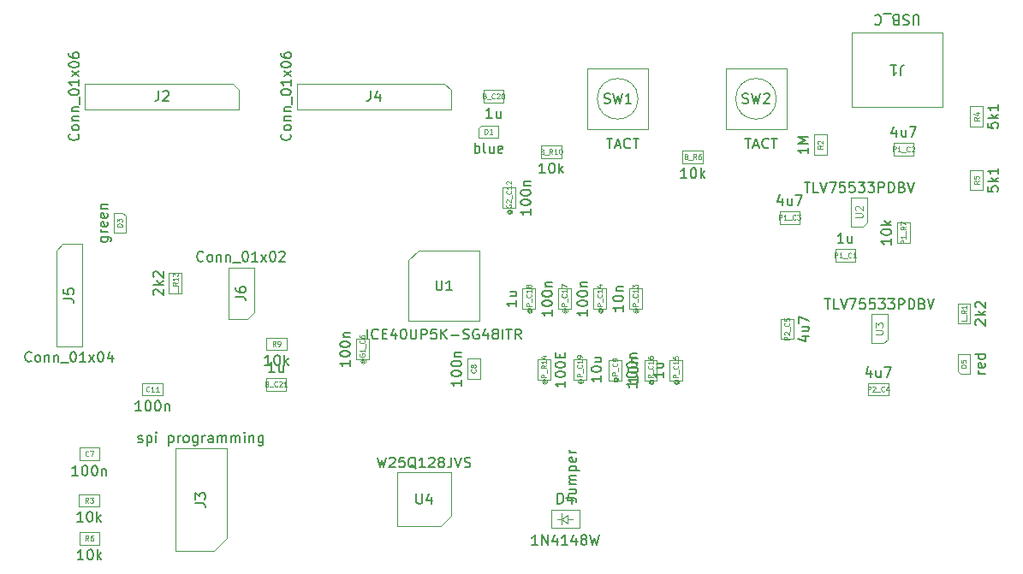
<source format=gbr>
%TF.GenerationSoftware,KiCad,Pcbnew,9.0.7*%
%TF.CreationDate,2026-02-08T16:14:47+05:30*%
%TF.ProjectId,fpga_dev_board,66706761-5f64-4657-965f-626f6172642e,rev?*%
%TF.SameCoordinates,Original*%
%TF.FileFunction,AssemblyDrawing,Top*%
%FSLAX46Y46*%
G04 Gerber Fmt 4.6, Leading zero omitted, Abs format (unit mm)*
G04 Created by KiCad (PCBNEW 9.0.7) date 2026-02-08 16:14:47*
%MOMM*%
%LPD*%
G01*
G04 APERTURE LIST*
%ADD10C,0.150000*%
%ADD11C,0.080000*%
%ADD12C,0.110000*%
%ADD13C,0.100000*%
G04 APERTURE END LIST*
D10*
X179274819Y-123755357D02*
X179274819Y-124326785D01*
X179274819Y-124041071D02*
X178274819Y-124041071D01*
X178274819Y-124041071D02*
X178417676Y-124136309D01*
X178417676Y-124136309D02*
X178512914Y-124231547D01*
X178512914Y-124231547D02*
X178560533Y-124326785D01*
X178274819Y-123136309D02*
X178274819Y-123041071D01*
X178274819Y-123041071D02*
X178322438Y-122945833D01*
X178322438Y-122945833D02*
X178370057Y-122898214D01*
X178370057Y-122898214D02*
X178465295Y-122850595D01*
X178465295Y-122850595D02*
X178655771Y-122802976D01*
X178655771Y-122802976D02*
X178893866Y-122802976D01*
X178893866Y-122802976D02*
X179084342Y-122850595D01*
X179084342Y-122850595D02*
X179179580Y-122898214D01*
X179179580Y-122898214D02*
X179227200Y-122945833D01*
X179227200Y-122945833D02*
X179274819Y-123041071D01*
X179274819Y-123041071D02*
X179274819Y-123136309D01*
X179274819Y-123136309D02*
X179227200Y-123231547D01*
X179227200Y-123231547D02*
X179179580Y-123279166D01*
X179179580Y-123279166D02*
X179084342Y-123326785D01*
X179084342Y-123326785D02*
X178893866Y-123374404D01*
X178893866Y-123374404D02*
X178655771Y-123374404D01*
X178655771Y-123374404D02*
X178465295Y-123326785D01*
X178465295Y-123326785D02*
X178370057Y-123279166D01*
X178370057Y-123279166D02*
X178322438Y-123231547D01*
X178322438Y-123231547D02*
X178274819Y-123136309D01*
X178608152Y-122374404D02*
X179274819Y-122374404D01*
X178703390Y-122374404D02*
X178655771Y-122326785D01*
X178655771Y-122326785D02*
X178608152Y-122231547D01*
X178608152Y-122231547D02*
X178608152Y-122088690D01*
X178608152Y-122088690D02*
X178655771Y-121993452D01*
X178655771Y-121993452D02*
X178751009Y-121945833D01*
X178751009Y-121945833D02*
X179274819Y-121945833D01*
D11*
X180489054Y-124172022D02*
X180465244Y-124195832D01*
X180465244Y-124195832D02*
X180441435Y-124243451D01*
X180441435Y-124243451D02*
X180441435Y-124291070D01*
X180441435Y-124291070D02*
X180465244Y-124338689D01*
X180465244Y-124338689D02*
X180489054Y-124362498D01*
X180489054Y-124362498D02*
X180536673Y-124386308D01*
X180536673Y-124386308D02*
X180584292Y-124386308D01*
X180584292Y-124386308D02*
X180631911Y-124362498D01*
X180631911Y-124362498D02*
X180655720Y-124338689D01*
X180655720Y-124338689D02*
X180679530Y-124291070D01*
X180679530Y-124291070D02*
X180679530Y-124243451D01*
X180679530Y-124243451D02*
X180655720Y-124195832D01*
X180655720Y-124195832D02*
X180631911Y-124172022D01*
X180441435Y-124172022D02*
X180631911Y-124172022D01*
X180631911Y-124172022D02*
X180655720Y-124148213D01*
X180655720Y-124148213D02*
X180655720Y-124124403D01*
X180655720Y-124124403D02*
X180631911Y-124076784D01*
X180631911Y-124076784D02*
X180584292Y-124052974D01*
X180584292Y-124052974D02*
X180465244Y-124052974D01*
X180465244Y-124052974D02*
X180393816Y-124100594D01*
X180393816Y-124100594D02*
X180346197Y-124172022D01*
X180346197Y-124172022D02*
X180322387Y-124267260D01*
X180322387Y-124267260D02*
X180346197Y-124362498D01*
X180346197Y-124362498D02*
X180393816Y-124433927D01*
X180393816Y-124433927D02*
X180465244Y-124481546D01*
X180465244Y-124481546D02*
X180560482Y-124505355D01*
X180560482Y-124505355D02*
X180655720Y-124481546D01*
X180655720Y-124481546D02*
X180727149Y-124433927D01*
X180727149Y-124433927D02*
X180774768Y-124362498D01*
X180774768Y-124362498D02*
X180798578Y-124267260D01*
X180798578Y-124267260D02*
X180774768Y-124172022D01*
X180774768Y-124172022D02*
X180727149Y-124100594D01*
X180727149Y-123838689D02*
X180227149Y-123838689D01*
X180227149Y-123838689D02*
X180227149Y-123648213D01*
X180227149Y-123648213D02*
X180250959Y-123600594D01*
X180250959Y-123600594D02*
X180274768Y-123576784D01*
X180274768Y-123576784D02*
X180322387Y-123552975D01*
X180322387Y-123552975D02*
X180393816Y-123552975D01*
X180393816Y-123552975D02*
X180441435Y-123576784D01*
X180441435Y-123576784D02*
X180465244Y-123600594D01*
X180465244Y-123600594D02*
X180489054Y-123648213D01*
X180489054Y-123648213D02*
X180489054Y-123838689D01*
X180774768Y-123457737D02*
X180774768Y-123076784D01*
X180679530Y-122672023D02*
X180703340Y-122695832D01*
X180703340Y-122695832D02*
X180727149Y-122767261D01*
X180727149Y-122767261D02*
X180727149Y-122814880D01*
X180727149Y-122814880D02*
X180703340Y-122886308D01*
X180703340Y-122886308D02*
X180655720Y-122933927D01*
X180655720Y-122933927D02*
X180608101Y-122957737D01*
X180608101Y-122957737D02*
X180512863Y-122981546D01*
X180512863Y-122981546D02*
X180441435Y-122981546D01*
X180441435Y-122981546D02*
X180346197Y-122957737D01*
X180346197Y-122957737D02*
X180298578Y-122933927D01*
X180298578Y-122933927D02*
X180250959Y-122886308D01*
X180250959Y-122886308D02*
X180227149Y-122814880D01*
X180227149Y-122814880D02*
X180227149Y-122767261D01*
X180227149Y-122767261D02*
X180250959Y-122695832D01*
X180250959Y-122695832D02*
X180274768Y-122672023D01*
X180727149Y-122195832D02*
X180727149Y-122481546D01*
X180727149Y-122338689D02*
X180227149Y-122338689D01*
X180227149Y-122338689D02*
X180298578Y-122386308D01*
X180298578Y-122386308D02*
X180346197Y-122433927D01*
X180346197Y-122433927D02*
X180370006Y-122481546D01*
X180227149Y-121767261D02*
X180227149Y-121862499D01*
X180227149Y-121862499D02*
X180250959Y-121910118D01*
X180250959Y-121910118D02*
X180274768Y-121933928D01*
X180274768Y-121933928D02*
X180346197Y-121981547D01*
X180346197Y-121981547D02*
X180441435Y-122005356D01*
X180441435Y-122005356D02*
X180631911Y-122005356D01*
X180631911Y-122005356D02*
X180679530Y-121981547D01*
X180679530Y-121981547D02*
X180703340Y-121957737D01*
X180703340Y-121957737D02*
X180727149Y-121910118D01*
X180727149Y-121910118D02*
X180727149Y-121814880D01*
X180727149Y-121814880D02*
X180703340Y-121767261D01*
X180703340Y-121767261D02*
X180679530Y-121743452D01*
X180679530Y-121743452D02*
X180631911Y-121719642D01*
X180631911Y-121719642D02*
X180512863Y-121719642D01*
X180512863Y-121719642D02*
X180465244Y-121743452D01*
X180465244Y-121743452D02*
X180441435Y-121767261D01*
X180441435Y-121767261D02*
X180417625Y-121814880D01*
X180417625Y-121814880D02*
X180417625Y-121910118D01*
X180417625Y-121910118D02*
X180441435Y-121957737D01*
X180441435Y-121957737D02*
X180465244Y-121981547D01*
X180465244Y-121981547D02*
X180512863Y-122005356D01*
D10*
X142904761Y-122604819D02*
X142333333Y-122604819D01*
X142619047Y-122604819D02*
X142619047Y-121604819D01*
X142619047Y-121604819D02*
X142523809Y-121747676D01*
X142523809Y-121747676D02*
X142428571Y-121842914D01*
X142428571Y-121842914D02*
X142333333Y-121890533D01*
X143523809Y-121604819D02*
X143619047Y-121604819D01*
X143619047Y-121604819D02*
X143714285Y-121652438D01*
X143714285Y-121652438D02*
X143761904Y-121700057D01*
X143761904Y-121700057D02*
X143809523Y-121795295D01*
X143809523Y-121795295D02*
X143857142Y-121985771D01*
X143857142Y-121985771D02*
X143857142Y-122223866D01*
X143857142Y-122223866D02*
X143809523Y-122414342D01*
X143809523Y-122414342D02*
X143761904Y-122509580D01*
X143761904Y-122509580D02*
X143714285Y-122557200D01*
X143714285Y-122557200D02*
X143619047Y-122604819D01*
X143619047Y-122604819D02*
X143523809Y-122604819D01*
X143523809Y-122604819D02*
X143428571Y-122557200D01*
X143428571Y-122557200D02*
X143380952Y-122509580D01*
X143380952Y-122509580D02*
X143333333Y-122414342D01*
X143333333Y-122414342D02*
X143285714Y-122223866D01*
X143285714Y-122223866D02*
X143285714Y-121985771D01*
X143285714Y-121985771D02*
X143333333Y-121795295D01*
X143333333Y-121795295D02*
X143380952Y-121700057D01*
X143380952Y-121700057D02*
X143428571Y-121652438D01*
X143428571Y-121652438D02*
X143523809Y-121604819D01*
X144285714Y-122604819D02*
X144285714Y-121604819D01*
X144380952Y-122223866D02*
X144666666Y-122604819D01*
X144666666Y-121938152D02*
X144285714Y-122319104D01*
D11*
X143416666Y-120727149D02*
X143250000Y-120489054D01*
X143130952Y-120727149D02*
X143130952Y-120227149D01*
X143130952Y-120227149D02*
X143321428Y-120227149D01*
X143321428Y-120227149D02*
X143369047Y-120250959D01*
X143369047Y-120250959D02*
X143392857Y-120274768D01*
X143392857Y-120274768D02*
X143416666Y-120322387D01*
X143416666Y-120322387D02*
X143416666Y-120393816D01*
X143416666Y-120393816D02*
X143392857Y-120441435D01*
X143392857Y-120441435D02*
X143369047Y-120465244D01*
X143369047Y-120465244D02*
X143321428Y-120489054D01*
X143321428Y-120489054D02*
X143130952Y-120489054D01*
X143654762Y-120727149D02*
X143750000Y-120727149D01*
X143750000Y-120727149D02*
X143797619Y-120703340D01*
X143797619Y-120703340D02*
X143821428Y-120679530D01*
X143821428Y-120679530D02*
X143869047Y-120608101D01*
X143869047Y-120608101D02*
X143892857Y-120512863D01*
X143892857Y-120512863D02*
X143892857Y-120322387D01*
X143892857Y-120322387D02*
X143869047Y-120274768D01*
X143869047Y-120274768D02*
X143845238Y-120250959D01*
X143845238Y-120250959D02*
X143797619Y-120227149D01*
X143797619Y-120227149D02*
X143702381Y-120227149D01*
X143702381Y-120227149D02*
X143654762Y-120250959D01*
X143654762Y-120250959D02*
X143630952Y-120274768D01*
X143630952Y-120274768D02*
X143607143Y-120322387D01*
X143607143Y-120322387D02*
X143607143Y-120441435D01*
X143607143Y-120441435D02*
X143630952Y-120489054D01*
X143630952Y-120489054D02*
X143654762Y-120512863D01*
X143654762Y-120512863D02*
X143702381Y-120536673D01*
X143702381Y-120536673D02*
X143797619Y-120536673D01*
X143797619Y-120536673D02*
X143845238Y-120512863D01*
X143845238Y-120512863D02*
X143869047Y-120489054D01*
X143869047Y-120489054D02*
X143892857Y-120441435D01*
D10*
X195468152Y-119775595D02*
X196134819Y-119775595D01*
X195087200Y-120013690D02*
X195801485Y-120251785D01*
X195801485Y-120251785D02*
X195801485Y-119632738D01*
X195468152Y-118823214D02*
X196134819Y-118823214D01*
X195468152Y-119251785D02*
X195991961Y-119251785D01*
X195991961Y-119251785D02*
X196087200Y-119204166D01*
X196087200Y-119204166D02*
X196134819Y-119108928D01*
X196134819Y-119108928D02*
X196134819Y-118966071D01*
X196134819Y-118966071D02*
X196087200Y-118870833D01*
X196087200Y-118870833D02*
X196039580Y-118823214D01*
X195134819Y-118442261D02*
X195134819Y-117775595D01*
X195134819Y-117775595D02*
X196134819Y-118204166D01*
D11*
X194227149Y-120085118D02*
X193727149Y-120085118D01*
X193727149Y-120085118D02*
X193727149Y-119894642D01*
X193727149Y-119894642D02*
X193750959Y-119847023D01*
X193750959Y-119847023D02*
X193774768Y-119823213D01*
X193774768Y-119823213D02*
X193822387Y-119799404D01*
X193822387Y-119799404D02*
X193893816Y-119799404D01*
X193893816Y-119799404D02*
X193941435Y-119823213D01*
X193941435Y-119823213D02*
X193965244Y-119847023D01*
X193965244Y-119847023D02*
X193989054Y-119894642D01*
X193989054Y-119894642D02*
X193989054Y-120085118D01*
X193774768Y-119608927D02*
X193750959Y-119585118D01*
X193750959Y-119585118D02*
X193727149Y-119537499D01*
X193727149Y-119537499D02*
X193727149Y-119418451D01*
X193727149Y-119418451D02*
X193750959Y-119370832D01*
X193750959Y-119370832D02*
X193774768Y-119347023D01*
X193774768Y-119347023D02*
X193822387Y-119323213D01*
X193822387Y-119323213D02*
X193870006Y-119323213D01*
X193870006Y-119323213D02*
X193941435Y-119347023D01*
X193941435Y-119347023D02*
X194227149Y-119632737D01*
X194227149Y-119632737D02*
X194227149Y-119323213D01*
X194274768Y-119227976D02*
X194274768Y-118847023D01*
X194179530Y-118442262D02*
X194203340Y-118466071D01*
X194203340Y-118466071D02*
X194227149Y-118537500D01*
X194227149Y-118537500D02*
X194227149Y-118585119D01*
X194227149Y-118585119D02*
X194203340Y-118656547D01*
X194203340Y-118656547D02*
X194155720Y-118704166D01*
X194155720Y-118704166D02*
X194108101Y-118727976D01*
X194108101Y-118727976D02*
X194012863Y-118751785D01*
X194012863Y-118751785D02*
X193941435Y-118751785D01*
X193941435Y-118751785D02*
X193846197Y-118727976D01*
X193846197Y-118727976D02*
X193798578Y-118704166D01*
X193798578Y-118704166D02*
X193750959Y-118656547D01*
X193750959Y-118656547D02*
X193727149Y-118585119D01*
X193727149Y-118585119D02*
X193727149Y-118537500D01*
X193727149Y-118537500D02*
X193750959Y-118466071D01*
X193750959Y-118466071D02*
X193774768Y-118442262D01*
X193727149Y-117989881D02*
X193727149Y-118227976D01*
X193727149Y-118227976D02*
X193965244Y-118251785D01*
X193965244Y-118251785D02*
X193941435Y-118227976D01*
X193941435Y-118227976D02*
X193917625Y-118180357D01*
X193917625Y-118180357D02*
X193917625Y-118061309D01*
X193917625Y-118061309D02*
X193941435Y-118013690D01*
X193941435Y-118013690D02*
X193965244Y-117989881D01*
X193965244Y-117989881D02*
X194012863Y-117966071D01*
X194012863Y-117966071D02*
X194131911Y-117966071D01*
X194131911Y-117966071D02*
X194179530Y-117989881D01*
X194179530Y-117989881D02*
X194203340Y-118013690D01*
X194203340Y-118013690D02*
X194227149Y-118061309D01*
X194227149Y-118061309D02*
X194227149Y-118180357D01*
X194227149Y-118180357D02*
X194203340Y-118227976D01*
X194203340Y-118227976D02*
X194179530Y-118251785D01*
D10*
X213580819Y-123452380D02*
X212914152Y-123452380D01*
X213104628Y-123452380D02*
X213009390Y-123404761D01*
X213009390Y-123404761D02*
X212961771Y-123357142D01*
X212961771Y-123357142D02*
X212914152Y-123261904D01*
X212914152Y-123261904D02*
X212914152Y-123166666D01*
X213533200Y-122452380D02*
X213580819Y-122547618D01*
X213580819Y-122547618D02*
X213580819Y-122738094D01*
X213580819Y-122738094D02*
X213533200Y-122833332D01*
X213533200Y-122833332D02*
X213437961Y-122880951D01*
X213437961Y-122880951D02*
X213057009Y-122880951D01*
X213057009Y-122880951D02*
X212961771Y-122833332D01*
X212961771Y-122833332D02*
X212914152Y-122738094D01*
X212914152Y-122738094D02*
X212914152Y-122547618D01*
X212914152Y-122547618D02*
X212961771Y-122452380D01*
X212961771Y-122452380D02*
X213057009Y-122404761D01*
X213057009Y-122404761D02*
X213152247Y-122404761D01*
X213152247Y-122404761D02*
X213247485Y-122880951D01*
X213580819Y-121547618D02*
X212580819Y-121547618D01*
X213533200Y-121547618D02*
X213580819Y-121642856D01*
X213580819Y-121642856D02*
X213580819Y-121833332D01*
X213580819Y-121833332D02*
X213533200Y-121928570D01*
X213533200Y-121928570D02*
X213485580Y-121976189D01*
X213485580Y-121976189D02*
X213390342Y-122023808D01*
X213390342Y-122023808D02*
X213104628Y-122023808D01*
X213104628Y-122023808D02*
X213009390Y-121976189D01*
X213009390Y-121976189D02*
X212961771Y-121928570D01*
X212961771Y-121928570D02*
X212914152Y-121833332D01*
X212914152Y-121833332D02*
X212914152Y-121642856D01*
X212914152Y-121642856D02*
X212961771Y-121547618D01*
D11*
X211703149Y-122869047D02*
X211203149Y-122869047D01*
X211203149Y-122869047D02*
X211203149Y-122749999D01*
X211203149Y-122749999D02*
X211226959Y-122678571D01*
X211226959Y-122678571D02*
X211274578Y-122630952D01*
X211274578Y-122630952D02*
X211322197Y-122607142D01*
X211322197Y-122607142D02*
X211417435Y-122583333D01*
X211417435Y-122583333D02*
X211488863Y-122583333D01*
X211488863Y-122583333D02*
X211584101Y-122607142D01*
X211584101Y-122607142D02*
X211631720Y-122630952D01*
X211631720Y-122630952D02*
X211679340Y-122678571D01*
X211679340Y-122678571D02*
X211703149Y-122749999D01*
X211703149Y-122749999D02*
X211703149Y-122869047D01*
X211203149Y-122130952D02*
X211203149Y-122369047D01*
X211203149Y-122369047D02*
X211441244Y-122392856D01*
X211441244Y-122392856D02*
X211417435Y-122369047D01*
X211417435Y-122369047D02*
X211393625Y-122321428D01*
X211393625Y-122321428D02*
X211393625Y-122202380D01*
X211393625Y-122202380D02*
X211417435Y-122154761D01*
X211417435Y-122154761D02*
X211441244Y-122130952D01*
X211441244Y-122130952D02*
X211488863Y-122107142D01*
X211488863Y-122107142D02*
X211607911Y-122107142D01*
X211607911Y-122107142D02*
X211655530Y-122130952D01*
X211655530Y-122130952D02*
X211679340Y-122154761D01*
X211679340Y-122154761D02*
X211703149Y-122202380D01*
X211703149Y-122202380D02*
X211703149Y-122321428D01*
X211703149Y-122321428D02*
X211679340Y-122369047D01*
X211679340Y-122369047D02*
X211655530Y-122392856D01*
D10*
X175634819Y-123680357D02*
X175634819Y-124251785D01*
X175634819Y-123966071D02*
X174634819Y-123966071D01*
X174634819Y-123966071D02*
X174777676Y-124061309D01*
X174777676Y-124061309D02*
X174872914Y-124156547D01*
X174872914Y-124156547D02*
X174920533Y-124251785D01*
X174634819Y-123061309D02*
X174634819Y-122966071D01*
X174634819Y-122966071D02*
X174682438Y-122870833D01*
X174682438Y-122870833D02*
X174730057Y-122823214D01*
X174730057Y-122823214D02*
X174825295Y-122775595D01*
X174825295Y-122775595D02*
X175015771Y-122727976D01*
X175015771Y-122727976D02*
X175253866Y-122727976D01*
X175253866Y-122727976D02*
X175444342Y-122775595D01*
X175444342Y-122775595D02*
X175539580Y-122823214D01*
X175539580Y-122823214D02*
X175587200Y-122870833D01*
X175587200Y-122870833D02*
X175634819Y-122966071D01*
X175634819Y-122966071D02*
X175634819Y-123061309D01*
X175634819Y-123061309D02*
X175587200Y-123156547D01*
X175587200Y-123156547D02*
X175539580Y-123204166D01*
X175539580Y-123204166D02*
X175444342Y-123251785D01*
X175444342Y-123251785D02*
X175253866Y-123299404D01*
X175253866Y-123299404D02*
X175015771Y-123299404D01*
X175015771Y-123299404D02*
X174825295Y-123251785D01*
X174825295Y-123251785D02*
X174730057Y-123204166D01*
X174730057Y-123204166D02*
X174682438Y-123156547D01*
X174682438Y-123156547D02*
X174634819Y-123061309D01*
X174968152Y-121870833D02*
X175634819Y-121870833D01*
X174968152Y-122299404D02*
X175491961Y-122299404D01*
X175491961Y-122299404D02*
X175587200Y-122251785D01*
X175587200Y-122251785D02*
X175634819Y-122156547D01*
X175634819Y-122156547D02*
X175634819Y-122013690D01*
X175634819Y-122013690D02*
X175587200Y-121918452D01*
X175587200Y-121918452D02*
X175539580Y-121870833D01*
D11*
X173489054Y-124097022D02*
X173465244Y-124120832D01*
X173465244Y-124120832D02*
X173441435Y-124168451D01*
X173441435Y-124168451D02*
X173441435Y-124216070D01*
X173441435Y-124216070D02*
X173465244Y-124263689D01*
X173465244Y-124263689D02*
X173489054Y-124287498D01*
X173489054Y-124287498D02*
X173536673Y-124311308D01*
X173536673Y-124311308D02*
X173584292Y-124311308D01*
X173584292Y-124311308D02*
X173631911Y-124287498D01*
X173631911Y-124287498D02*
X173655720Y-124263689D01*
X173655720Y-124263689D02*
X173679530Y-124216070D01*
X173679530Y-124216070D02*
X173679530Y-124168451D01*
X173679530Y-124168451D02*
X173655720Y-124120832D01*
X173655720Y-124120832D02*
X173631911Y-124097022D01*
X173441435Y-124097022D02*
X173631911Y-124097022D01*
X173631911Y-124097022D02*
X173655720Y-124073213D01*
X173655720Y-124073213D02*
X173655720Y-124049403D01*
X173655720Y-124049403D02*
X173631911Y-124001784D01*
X173631911Y-124001784D02*
X173584292Y-123977974D01*
X173584292Y-123977974D02*
X173465244Y-123977974D01*
X173465244Y-123977974D02*
X173393816Y-124025594D01*
X173393816Y-124025594D02*
X173346197Y-124097022D01*
X173346197Y-124097022D02*
X173322387Y-124192260D01*
X173322387Y-124192260D02*
X173346197Y-124287498D01*
X173346197Y-124287498D02*
X173393816Y-124358927D01*
X173393816Y-124358927D02*
X173465244Y-124406546D01*
X173465244Y-124406546D02*
X173560482Y-124430355D01*
X173560482Y-124430355D02*
X173655720Y-124406546D01*
X173655720Y-124406546D02*
X173727149Y-124358927D01*
X173727149Y-124358927D02*
X173774768Y-124287498D01*
X173774768Y-124287498D02*
X173798578Y-124192260D01*
X173798578Y-124192260D02*
X173774768Y-124097022D01*
X173774768Y-124097022D02*
X173727149Y-124025594D01*
X173727149Y-123763689D02*
X173227149Y-123763689D01*
X173227149Y-123763689D02*
X173227149Y-123573213D01*
X173227149Y-123573213D02*
X173250959Y-123525594D01*
X173250959Y-123525594D02*
X173274768Y-123501784D01*
X173274768Y-123501784D02*
X173322387Y-123477975D01*
X173322387Y-123477975D02*
X173393816Y-123477975D01*
X173393816Y-123477975D02*
X173441435Y-123501784D01*
X173441435Y-123501784D02*
X173465244Y-123525594D01*
X173465244Y-123525594D02*
X173489054Y-123573213D01*
X173489054Y-123573213D02*
X173489054Y-123763689D01*
X173774768Y-123382737D02*
X173774768Y-123001784D01*
X173679530Y-122597023D02*
X173703340Y-122620832D01*
X173703340Y-122620832D02*
X173727149Y-122692261D01*
X173727149Y-122692261D02*
X173727149Y-122739880D01*
X173727149Y-122739880D02*
X173703340Y-122811308D01*
X173703340Y-122811308D02*
X173655720Y-122858927D01*
X173655720Y-122858927D02*
X173608101Y-122882737D01*
X173608101Y-122882737D02*
X173512863Y-122906546D01*
X173512863Y-122906546D02*
X173441435Y-122906546D01*
X173441435Y-122906546D02*
X173346197Y-122882737D01*
X173346197Y-122882737D02*
X173298578Y-122858927D01*
X173298578Y-122858927D02*
X173250959Y-122811308D01*
X173250959Y-122811308D02*
X173227149Y-122739880D01*
X173227149Y-122739880D02*
X173227149Y-122692261D01*
X173227149Y-122692261D02*
X173250959Y-122620832D01*
X173250959Y-122620832D02*
X173274768Y-122597023D01*
X173727149Y-122120832D02*
X173727149Y-122406546D01*
X173727149Y-122263689D02*
X173227149Y-122263689D01*
X173227149Y-122263689D02*
X173298578Y-122311308D01*
X173298578Y-122311308D02*
X173346197Y-122358927D01*
X173346197Y-122358927D02*
X173370006Y-122406546D01*
X173727149Y-121882737D02*
X173727149Y-121787499D01*
X173727149Y-121787499D02*
X173703340Y-121739880D01*
X173703340Y-121739880D02*
X173679530Y-121716071D01*
X173679530Y-121716071D02*
X173608101Y-121668452D01*
X173608101Y-121668452D02*
X173512863Y-121644642D01*
X173512863Y-121644642D02*
X173322387Y-121644642D01*
X173322387Y-121644642D02*
X173274768Y-121668452D01*
X173274768Y-121668452D02*
X173250959Y-121692261D01*
X173250959Y-121692261D02*
X173227149Y-121739880D01*
X173227149Y-121739880D02*
X173227149Y-121835118D01*
X173227149Y-121835118D02*
X173250959Y-121882737D01*
X173250959Y-121882737D02*
X173274768Y-121906547D01*
X173274768Y-121906547D02*
X173322387Y-121930356D01*
X173322387Y-121930356D02*
X173441435Y-121930356D01*
X173441435Y-121930356D02*
X173489054Y-121906547D01*
X173489054Y-121906547D02*
X173512863Y-121882737D01*
X173512863Y-121882737D02*
X173536673Y-121835118D01*
X173536673Y-121835118D02*
X173536673Y-121739880D01*
X173536673Y-121739880D02*
X173512863Y-121692261D01*
X173512863Y-121692261D02*
X173489054Y-121668452D01*
X173489054Y-121668452D02*
X173441435Y-121644642D01*
D10*
X164808333Y-98134819D02*
X164236905Y-98134819D01*
X164522619Y-98134819D02*
X164522619Y-97134819D01*
X164522619Y-97134819D02*
X164427381Y-97277676D01*
X164427381Y-97277676D02*
X164332143Y-97372914D01*
X164332143Y-97372914D02*
X164236905Y-97420533D01*
X165665476Y-97468152D02*
X165665476Y-98134819D01*
X165236905Y-97468152D02*
X165236905Y-97991961D01*
X165236905Y-97991961D02*
X165284524Y-98087200D01*
X165284524Y-98087200D02*
X165379762Y-98134819D01*
X165379762Y-98134819D02*
X165522619Y-98134819D01*
X165522619Y-98134819D02*
X165617857Y-98087200D01*
X165617857Y-98087200D02*
X165665476Y-98039580D01*
D11*
X164094048Y-95965244D02*
X164165476Y-95989054D01*
X164165476Y-95989054D02*
X164189286Y-96012863D01*
X164189286Y-96012863D02*
X164213095Y-96060482D01*
X164213095Y-96060482D02*
X164213095Y-96131911D01*
X164213095Y-96131911D02*
X164189286Y-96179530D01*
X164189286Y-96179530D02*
X164165476Y-96203340D01*
X164165476Y-96203340D02*
X164117857Y-96227149D01*
X164117857Y-96227149D02*
X163927381Y-96227149D01*
X163927381Y-96227149D02*
X163927381Y-95727149D01*
X163927381Y-95727149D02*
X164094048Y-95727149D01*
X164094048Y-95727149D02*
X164141667Y-95750959D01*
X164141667Y-95750959D02*
X164165476Y-95774768D01*
X164165476Y-95774768D02*
X164189286Y-95822387D01*
X164189286Y-95822387D02*
X164189286Y-95870006D01*
X164189286Y-95870006D02*
X164165476Y-95917625D01*
X164165476Y-95917625D02*
X164141667Y-95941435D01*
X164141667Y-95941435D02*
X164094048Y-95965244D01*
X164094048Y-95965244D02*
X163927381Y-95965244D01*
X164308334Y-96274768D02*
X164689286Y-96274768D01*
X165094047Y-96179530D02*
X165070238Y-96203340D01*
X165070238Y-96203340D02*
X164998809Y-96227149D01*
X164998809Y-96227149D02*
X164951190Y-96227149D01*
X164951190Y-96227149D02*
X164879762Y-96203340D01*
X164879762Y-96203340D02*
X164832143Y-96155720D01*
X164832143Y-96155720D02*
X164808333Y-96108101D01*
X164808333Y-96108101D02*
X164784524Y-96012863D01*
X164784524Y-96012863D02*
X164784524Y-95941435D01*
X164784524Y-95941435D02*
X164808333Y-95846197D01*
X164808333Y-95846197D02*
X164832143Y-95798578D01*
X164832143Y-95798578D02*
X164879762Y-95750959D01*
X164879762Y-95750959D02*
X164951190Y-95727149D01*
X164951190Y-95727149D02*
X164998809Y-95727149D01*
X164998809Y-95727149D02*
X165070238Y-95750959D01*
X165070238Y-95750959D02*
X165094047Y-95774768D01*
X165284524Y-95774768D02*
X165308333Y-95750959D01*
X165308333Y-95750959D02*
X165355952Y-95727149D01*
X165355952Y-95727149D02*
X165475000Y-95727149D01*
X165475000Y-95727149D02*
X165522619Y-95750959D01*
X165522619Y-95750959D02*
X165546428Y-95774768D01*
X165546428Y-95774768D02*
X165570238Y-95822387D01*
X165570238Y-95822387D02*
X165570238Y-95870006D01*
X165570238Y-95870006D02*
X165546428Y-95941435D01*
X165546428Y-95941435D02*
X165260714Y-96227149D01*
X165260714Y-96227149D02*
X165570238Y-96227149D01*
X165879761Y-95727149D02*
X165927380Y-95727149D01*
X165927380Y-95727149D02*
X165974999Y-95750959D01*
X165974999Y-95750959D02*
X165998809Y-95774768D01*
X165998809Y-95774768D02*
X166022618Y-95822387D01*
X166022618Y-95822387D02*
X166046428Y-95917625D01*
X166046428Y-95917625D02*
X166046428Y-96036673D01*
X166046428Y-96036673D02*
X166022618Y-96131911D01*
X166022618Y-96131911D02*
X165998809Y-96179530D01*
X165998809Y-96179530D02*
X165974999Y-96203340D01*
X165974999Y-96203340D02*
X165927380Y-96227149D01*
X165927380Y-96227149D02*
X165879761Y-96227149D01*
X165879761Y-96227149D02*
X165832142Y-96203340D01*
X165832142Y-96203340D02*
X165808333Y-96179530D01*
X165808333Y-96179530D02*
X165784523Y-96131911D01*
X165784523Y-96131911D02*
X165760714Y-96036673D01*
X165760714Y-96036673D02*
X165760714Y-95917625D01*
X165760714Y-95917625D02*
X165784523Y-95822387D01*
X165784523Y-95822387D02*
X165808333Y-95774768D01*
X165808333Y-95774768D02*
X165832142Y-95750959D01*
X165832142Y-95750959D02*
X165879761Y-95727149D01*
D10*
X199584333Y-110524819D02*
X199012905Y-110524819D01*
X199298619Y-110524819D02*
X199298619Y-109524819D01*
X199298619Y-109524819D02*
X199203381Y-109667676D01*
X199203381Y-109667676D02*
X199108143Y-109762914D01*
X199108143Y-109762914D02*
X199012905Y-109810533D01*
X200441476Y-109858152D02*
X200441476Y-110524819D01*
X200012905Y-109858152D02*
X200012905Y-110381961D01*
X200012905Y-110381961D02*
X200060524Y-110477200D01*
X200060524Y-110477200D02*
X200155762Y-110524819D01*
X200155762Y-110524819D02*
X200298619Y-110524819D01*
X200298619Y-110524819D02*
X200393857Y-110477200D01*
X200393857Y-110477200D02*
X200441476Y-110429580D01*
D11*
X198703381Y-111977149D02*
X198703381Y-111477149D01*
X198703381Y-111477149D02*
X198893857Y-111477149D01*
X198893857Y-111477149D02*
X198941476Y-111500959D01*
X198941476Y-111500959D02*
X198965286Y-111524768D01*
X198965286Y-111524768D02*
X198989095Y-111572387D01*
X198989095Y-111572387D02*
X198989095Y-111643816D01*
X198989095Y-111643816D02*
X198965286Y-111691435D01*
X198965286Y-111691435D02*
X198941476Y-111715244D01*
X198941476Y-111715244D02*
X198893857Y-111739054D01*
X198893857Y-111739054D02*
X198703381Y-111739054D01*
X199465286Y-111977149D02*
X199179572Y-111977149D01*
X199322429Y-111977149D02*
X199322429Y-111477149D01*
X199322429Y-111477149D02*
X199274810Y-111548578D01*
X199274810Y-111548578D02*
X199227191Y-111596197D01*
X199227191Y-111596197D02*
X199179572Y-111620006D01*
X199560524Y-112024768D02*
X199941476Y-112024768D01*
X200346237Y-111929530D02*
X200322428Y-111953340D01*
X200322428Y-111953340D02*
X200250999Y-111977149D01*
X200250999Y-111977149D02*
X200203380Y-111977149D01*
X200203380Y-111977149D02*
X200131952Y-111953340D01*
X200131952Y-111953340D02*
X200084333Y-111905720D01*
X200084333Y-111905720D02*
X200060523Y-111858101D01*
X200060523Y-111858101D02*
X200036714Y-111762863D01*
X200036714Y-111762863D02*
X200036714Y-111691435D01*
X200036714Y-111691435D02*
X200060523Y-111596197D01*
X200060523Y-111596197D02*
X200084333Y-111548578D01*
X200084333Y-111548578D02*
X200131952Y-111500959D01*
X200131952Y-111500959D02*
X200203380Y-111477149D01*
X200203380Y-111477149D02*
X200250999Y-111477149D01*
X200250999Y-111477149D02*
X200322428Y-111500959D01*
X200322428Y-111500959D02*
X200346237Y-111524768D01*
X200822428Y-111977149D02*
X200536714Y-111977149D01*
X200679571Y-111977149D02*
X200679571Y-111477149D01*
X200679571Y-111477149D02*
X200631952Y-111548578D01*
X200631952Y-111548578D02*
X200584333Y-111596197D01*
X200584333Y-111596197D02*
X200536714Y-111620006D01*
D10*
X196105819Y-101085714D02*
X196105819Y-101657142D01*
X196105819Y-101371428D02*
X195105819Y-101371428D01*
X195105819Y-101371428D02*
X195248676Y-101466666D01*
X195248676Y-101466666D02*
X195343914Y-101561904D01*
X195343914Y-101561904D02*
X195391533Y-101657142D01*
X196105819Y-100657142D02*
X195105819Y-100657142D01*
X195105819Y-100657142D02*
X195820104Y-100323809D01*
X195820104Y-100323809D02*
X195105819Y-99990476D01*
X195105819Y-99990476D02*
X196105819Y-99990476D01*
D11*
X197528149Y-100883333D02*
X197290054Y-101049999D01*
X197528149Y-101169047D02*
X197028149Y-101169047D01*
X197028149Y-101169047D02*
X197028149Y-100978571D01*
X197028149Y-100978571D02*
X197051959Y-100930952D01*
X197051959Y-100930952D02*
X197075768Y-100907142D01*
X197075768Y-100907142D02*
X197123387Y-100883333D01*
X197123387Y-100883333D02*
X197194816Y-100883333D01*
X197194816Y-100883333D02*
X197242435Y-100907142D01*
X197242435Y-100907142D02*
X197266244Y-100930952D01*
X197266244Y-100930952D02*
X197290054Y-100978571D01*
X197290054Y-100978571D02*
X197290054Y-101169047D01*
X197075768Y-100692856D02*
X197051959Y-100669047D01*
X197051959Y-100669047D02*
X197028149Y-100621428D01*
X197028149Y-100621428D02*
X197028149Y-100502380D01*
X197028149Y-100502380D02*
X197051959Y-100454761D01*
X197051959Y-100454761D02*
X197075768Y-100430952D01*
X197075768Y-100430952D02*
X197123387Y-100407142D01*
X197123387Y-100407142D02*
X197171006Y-100407142D01*
X197171006Y-100407142D02*
X197242435Y-100430952D01*
X197242435Y-100430952D02*
X197528149Y-100716666D01*
X197528149Y-100716666D02*
X197528149Y-100407142D01*
D10*
X170079761Y-103604819D02*
X169508333Y-103604819D01*
X169794047Y-103604819D02*
X169794047Y-102604819D01*
X169794047Y-102604819D02*
X169698809Y-102747676D01*
X169698809Y-102747676D02*
X169603571Y-102842914D01*
X169603571Y-102842914D02*
X169508333Y-102890533D01*
X170698809Y-102604819D02*
X170794047Y-102604819D01*
X170794047Y-102604819D02*
X170889285Y-102652438D01*
X170889285Y-102652438D02*
X170936904Y-102700057D01*
X170936904Y-102700057D02*
X170984523Y-102795295D01*
X170984523Y-102795295D02*
X171032142Y-102985771D01*
X171032142Y-102985771D02*
X171032142Y-103223866D01*
X171032142Y-103223866D02*
X170984523Y-103414342D01*
X170984523Y-103414342D02*
X170936904Y-103509580D01*
X170936904Y-103509580D02*
X170889285Y-103557200D01*
X170889285Y-103557200D02*
X170794047Y-103604819D01*
X170794047Y-103604819D02*
X170698809Y-103604819D01*
X170698809Y-103604819D02*
X170603571Y-103557200D01*
X170603571Y-103557200D02*
X170555952Y-103509580D01*
X170555952Y-103509580D02*
X170508333Y-103414342D01*
X170508333Y-103414342D02*
X170460714Y-103223866D01*
X170460714Y-103223866D02*
X170460714Y-102985771D01*
X170460714Y-102985771D02*
X170508333Y-102795295D01*
X170508333Y-102795295D02*
X170555952Y-102700057D01*
X170555952Y-102700057D02*
X170603571Y-102652438D01*
X170603571Y-102652438D02*
X170698809Y-102604819D01*
X171460714Y-103604819D02*
X171460714Y-102604819D01*
X171555952Y-103223866D02*
X171841666Y-103604819D01*
X171841666Y-102938152D02*
X171460714Y-103319104D01*
D11*
X169794048Y-101465244D02*
X169865476Y-101489054D01*
X169865476Y-101489054D02*
X169889286Y-101512863D01*
X169889286Y-101512863D02*
X169913095Y-101560482D01*
X169913095Y-101560482D02*
X169913095Y-101631911D01*
X169913095Y-101631911D02*
X169889286Y-101679530D01*
X169889286Y-101679530D02*
X169865476Y-101703340D01*
X169865476Y-101703340D02*
X169817857Y-101727149D01*
X169817857Y-101727149D02*
X169627381Y-101727149D01*
X169627381Y-101727149D02*
X169627381Y-101227149D01*
X169627381Y-101227149D02*
X169794048Y-101227149D01*
X169794048Y-101227149D02*
X169841667Y-101250959D01*
X169841667Y-101250959D02*
X169865476Y-101274768D01*
X169865476Y-101274768D02*
X169889286Y-101322387D01*
X169889286Y-101322387D02*
X169889286Y-101370006D01*
X169889286Y-101370006D02*
X169865476Y-101417625D01*
X169865476Y-101417625D02*
X169841667Y-101441435D01*
X169841667Y-101441435D02*
X169794048Y-101465244D01*
X169794048Y-101465244D02*
X169627381Y-101465244D01*
X170008334Y-101774768D02*
X170389286Y-101774768D01*
X170794047Y-101727149D02*
X170627381Y-101489054D01*
X170508333Y-101727149D02*
X170508333Y-101227149D01*
X170508333Y-101227149D02*
X170698809Y-101227149D01*
X170698809Y-101227149D02*
X170746428Y-101250959D01*
X170746428Y-101250959D02*
X170770238Y-101274768D01*
X170770238Y-101274768D02*
X170794047Y-101322387D01*
X170794047Y-101322387D02*
X170794047Y-101393816D01*
X170794047Y-101393816D02*
X170770238Y-101441435D01*
X170770238Y-101441435D02*
X170746428Y-101465244D01*
X170746428Y-101465244D02*
X170698809Y-101489054D01*
X170698809Y-101489054D02*
X170508333Y-101489054D01*
X171270238Y-101727149D02*
X170984524Y-101727149D01*
X171127381Y-101727149D02*
X171127381Y-101227149D01*
X171127381Y-101227149D02*
X171079762Y-101298578D01*
X171079762Y-101298578D02*
X171032143Y-101346197D01*
X171032143Y-101346197D02*
X170984524Y-101370006D01*
X171579761Y-101227149D02*
X171627380Y-101227149D01*
X171627380Y-101227149D02*
X171674999Y-101250959D01*
X171674999Y-101250959D02*
X171698809Y-101274768D01*
X171698809Y-101274768D02*
X171722618Y-101322387D01*
X171722618Y-101322387D02*
X171746428Y-101417625D01*
X171746428Y-101417625D02*
X171746428Y-101536673D01*
X171746428Y-101536673D02*
X171722618Y-101631911D01*
X171722618Y-101631911D02*
X171698809Y-101679530D01*
X171698809Y-101679530D02*
X171674999Y-101703340D01*
X171674999Y-101703340D02*
X171627380Y-101727149D01*
X171627380Y-101727149D02*
X171579761Y-101727149D01*
X171579761Y-101727149D02*
X171532142Y-101703340D01*
X171532142Y-101703340D02*
X171508333Y-101679530D01*
X171508333Y-101679530D02*
X171484523Y-101631911D01*
X171484523Y-101631911D02*
X171460714Y-101536673D01*
X171460714Y-101536673D02*
X171460714Y-101417625D01*
X171460714Y-101417625D02*
X171484523Y-101322387D01*
X171484523Y-101322387D02*
X171508333Y-101274768D01*
X171508333Y-101274768D02*
X171532142Y-101250959D01*
X171532142Y-101250959D02*
X171579761Y-101227149D01*
D10*
X168634819Y-107156547D02*
X168634819Y-107727975D01*
X168634819Y-107442261D02*
X167634819Y-107442261D01*
X167634819Y-107442261D02*
X167777676Y-107537499D01*
X167777676Y-107537499D02*
X167872914Y-107632737D01*
X167872914Y-107632737D02*
X167920533Y-107727975D01*
X167634819Y-106537499D02*
X167634819Y-106442261D01*
X167634819Y-106442261D02*
X167682438Y-106347023D01*
X167682438Y-106347023D02*
X167730057Y-106299404D01*
X167730057Y-106299404D02*
X167825295Y-106251785D01*
X167825295Y-106251785D02*
X168015771Y-106204166D01*
X168015771Y-106204166D02*
X168253866Y-106204166D01*
X168253866Y-106204166D02*
X168444342Y-106251785D01*
X168444342Y-106251785D02*
X168539580Y-106299404D01*
X168539580Y-106299404D02*
X168587200Y-106347023D01*
X168587200Y-106347023D02*
X168634819Y-106442261D01*
X168634819Y-106442261D02*
X168634819Y-106537499D01*
X168634819Y-106537499D02*
X168587200Y-106632737D01*
X168587200Y-106632737D02*
X168539580Y-106680356D01*
X168539580Y-106680356D02*
X168444342Y-106727975D01*
X168444342Y-106727975D02*
X168253866Y-106775594D01*
X168253866Y-106775594D02*
X168015771Y-106775594D01*
X168015771Y-106775594D02*
X167825295Y-106727975D01*
X167825295Y-106727975D02*
X167730057Y-106680356D01*
X167730057Y-106680356D02*
X167682438Y-106632737D01*
X167682438Y-106632737D02*
X167634819Y-106537499D01*
X167634819Y-105585118D02*
X167634819Y-105489880D01*
X167634819Y-105489880D02*
X167682438Y-105394642D01*
X167682438Y-105394642D02*
X167730057Y-105347023D01*
X167730057Y-105347023D02*
X167825295Y-105299404D01*
X167825295Y-105299404D02*
X168015771Y-105251785D01*
X168015771Y-105251785D02*
X168253866Y-105251785D01*
X168253866Y-105251785D02*
X168444342Y-105299404D01*
X168444342Y-105299404D02*
X168539580Y-105347023D01*
X168539580Y-105347023D02*
X168587200Y-105394642D01*
X168587200Y-105394642D02*
X168634819Y-105489880D01*
X168634819Y-105489880D02*
X168634819Y-105585118D01*
X168634819Y-105585118D02*
X168587200Y-105680356D01*
X168587200Y-105680356D02*
X168539580Y-105727975D01*
X168539580Y-105727975D02*
X168444342Y-105775594D01*
X168444342Y-105775594D02*
X168253866Y-105823213D01*
X168253866Y-105823213D02*
X168015771Y-105823213D01*
X168015771Y-105823213D02*
X167825295Y-105775594D01*
X167825295Y-105775594D02*
X167730057Y-105727975D01*
X167730057Y-105727975D02*
X167682438Y-105680356D01*
X167682438Y-105680356D02*
X167634819Y-105585118D01*
X167968152Y-104823213D02*
X168634819Y-104823213D01*
X168063390Y-104823213D02*
X168015771Y-104775594D01*
X168015771Y-104775594D02*
X167968152Y-104680356D01*
X167968152Y-104680356D02*
X167968152Y-104537499D01*
X167968152Y-104537499D02*
X168015771Y-104442261D01*
X168015771Y-104442261D02*
X168111009Y-104394642D01*
X168111009Y-104394642D02*
X168634819Y-104394642D01*
D11*
X166489054Y-107335117D02*
X166465244Y-107358927D01*
X166465244Y-107358927D02*
X166441435Y-107406546D01*
X166441435Y-107406546D02*
X166441435Y-107454165D01*
X166441435Y-107454165D02*
X166465244Y-107501784D01*
X166465244Y-107501784D02*
X166489054Y-107525593D01*
X166489054Y-107525593D02*
X166536673Y-107549403D01*
X166536673Y-107549403D02*
X166584292Y-107549403D01*
X166584292Y-107549403D02*
X166631911Y-107525593D01*
X166631911Y-107525593D02*
X166655720Y-107501784D01*
X166655720Y-107501784D02*
X166679530Y-107454165D01*
X166679530Y-107454165D02*
X166679530Y-107406546D01*
X166679530Y-107406546D02*
X166655720Y-107358927D01*
X166655720Y-107358927D02*
X166631911Y-107335117D01*
X166441435Y-107335117D02*
X166631911Y-107335117D01*
X166631911Y-107335117D02*
X166655720Y-107311308D01*
X166655720Y-107311308D02*
X166655720Y-107287498D01*
X166655720Y-107287498D02*
X166631911Y-107239879D01*
X166631911Y-107239879D02*
X166584292Y-107216069D01*
X166584292Y-107216069D02*
X166465244Y-107216069D01*
X166465244Y-107216069D02*
X166393816Y-107263689D01*
X166393816Y-107263689D02*
X166346197Y-107335117D01*
X166346197Y-107335117D02*
X166322387Y-107430355D01*
X166322387Y-107430355D02*
X166346197Y-107525593D01*
X166346197Y-107525593D02*
X166393816Y-107597022D01*
X166393816Y-107597022D02*
X166465244Y-107644641D01*
X166465244Y-107644641D02*
X166560482Y-107668450D01*
X166560482Y-107668450D02*
X166655720Y-107644641D01*
X166655720Y-107644641D02*
X166727149Y-107597022D01*
X166727149Y-107597022D02*
X166774768Y-107525593D01*
X166774768Y-107525593D02*
X166798578Y-107430355D01*
X166798578Y-107430355D02*
X166774768Y-107335117D01*
X166774768Y-107335117D02*
X166727149Y-107263689D01*
X166250959Y-106739879D02*
X166227149Y-106787498D01*
X166227149Y-106787498D02*
X166227149Y-106858927D01*
X166227149Y-106858927D02*
X166250959Y-106930355D01*
X166250959Y-106930355D02*
X166298578Y-106977974D01*
X166298578Y-106977974D02*
X166346197Y-107001784D01*
X166346197Y-107001784D02*
X166441435Y-107025593D01*
X166441435Y-107025593D02*
X166512863Y-107025593D01*
X166512863Y-107025593D02*
X166608101Y-107001784D01*
X166608101Y-107001784D02*
X166655720Y-106977974D01*
X166655720Y-106977974D02*
X166703340Y-106930355D01*
X166703340Y-106930355D02*
X166727149Y-106858927D01*
X166727149Y-106858927D02*
X166727149Y-106811308D01*
X166727149Y-106811308D02*
X166703340Y-106739879D01*
X166703340Y-106739879D02*
X166679530Y-106716070D01*
X166679530Y-106716070D02*
X166512863Y-106716070D01*
X166512863Y-106716070D02*
X166512863Y-106811308D01*
X166274768Y-106525593D02*
X166250959Y-106501784D01*
X166250959Y-106501784D02*
X166227149Y-106454165D01*
X166227149Y-106454165D02*
X166227149Y-106335117D01*
X166227149Y-106335117D02*
X166250959Y-106287498D01*
X166250959Y-106287498D02*
X166274768Y-106263689D01*
X166274768Y-106263689D02*
X166322387Y-106239879D01*
X166322387Y-106239879D02*
X166370006Y-106239879D01*
X166370006Y-106239879D02*
X166441435Y-106263689D01*
X166441435Y-106263689D02*
X166727149Y-106549403D01*
X166727149Y-106549403D02*
X166727149Y-106239879D01*
X166774768Y-106144642D02*
X166774768Y-105763689D01*
X166679530Y-105358928D02*
X166703340Y-105382737D01*
X166703340Y-105382737D02*
X166727149Y-105454166D01*
X166727149Y-105454166D02*
X166727149Y-105501785D01*
X166727149Y-105501785D02*
X166703340Y-105573213D01*
X166703340Y-105573213D02*
X166655720Y-105620832D01*
X166655720Y-105620832D02*
X166608101Y-105644642D01*
X166608101Y-105644642D02*
X166512863Y-105668451D01*
X166512863Y-105668451D02*
X166441435Y-105668451D01*
X166441435Y-105668451D02*
X166346197Y-105644642D01*
X166346197Y-105644642D02*
X166298578Y-105620832D01*
X166298578Y-105620832D02*
X166250959Y-105573213D01*
X166250959Y-105573213D02*
X166227149Y-105501785D01*
X166227149Y-105501785D02*
X166227149Y-105454166D01*
X166227149Y-105454166D02*
X166250959Y-105382737D01*
X166250959Y-105382737D02*
X166274768Y-105358928D01*
X166727149Y-104882737D02*
X166727149Y-105168451D01*
X166727149Y-105025594D02*
X166227149Y-105025594D01*
X166227149Y-105025594D02*
X166298578Y-105073213D01*
X166298578Y-105073213D02*
X166346197Y-105120832D01*
X166346197Y-105120832D02*
X166370006Y-105168451D01*
X166274768Y-104692261D02*
X166250959Y-104668452D01*
X166250959Y-104668452D02*
X166227149Y-104620833D01*
X166227149Y-104620833D02*
X166227149Y-104501785D01*
X166227149Y-104501785D02*
X166250959Y-104454166D01*
X166250959Y-104454166D02*
X166274768Y-104430357D01*
X166274768Y-104430357D02*
X166322387Y-104406547D01*
X166322387Y-104406547D02*
X166370006Y-104406547D01*
X166370006Y-104406547D02*
X166441435Y-104430357D01*
X166441435Y-104430357D02*
X166727149Y-104716071D01*
X166727149Y-104716071D02*
X166727149Y-104406547D01*
D10*
X184079761Y-104104819D02*
X183508333Y-104104819D01*
X183794047Y-104104819D02*
X183794047Y-103104819D01*
X183794047Y-103104819D02*
X183698809Y-103247676D01*
X183698809Y-103247676D02*
X183603571Y-103342914D01*
X183603571Y-103342914D02*
X183508333Y-103390533D01*
X184698809Y-103104819D02*
X184794047Y-103104819D01*
X184794047Y-103104819D02*
X184889285Y-103152438D01*
X184889285Y-103152438D02*
X184936904Y-103200057D01*
X184936904Y-103200057D02*
X184984523Y-103295295D01*
X184984523Y-103295295D02*
X185032142Y-103485771D01*
X185032142Y-103485771D02*
X185032142Y-103723866D01*
X185032142Y-103723866D02*
X184984523Y-103914342D01*
X184984523Y-103914342D02*
X184936904Y-104009580D01*
X184936904Y-104009580D02*
X184889285Y-104057200D01*
X184889285Y-104057200D02*
X184794047Y-104104819D01*
X184794047Y-104104819D02*
X184698809Y-104104819D01*
X184698809Y-104104819D02*
X184603571Y-104057200D01*
X184603571Y-104057200D02*
X184555952Y-104009580D01*
X184555952Y-104009580D02*
X184508333Y-103914342D01*
X184508333Y-103914342D02*
X184460714Y-103723866D01*
X184460714Y-103723866D02*
X184460714Y-103485771D01*
X184460714Y-103485771D02*
X184508333Y-103295295D01*
X184508333Y-103295295D02*
X184555952Y-103200057D01*
X184555952Y-103200057D02*
X184603571Y-103152438D01*
X184603571Y-103152438D02*
X184698809Y-103104819D01*
X185460714Y-104104819D02*
X185460714Y-103104819D01*
X185555952Y-103723866D02*
X185841666Y-104104819D01*
X185841666Y-103438152D02*
X185460714Y-103819104D01*
D11*
X184032143Y-101965244D02*
X184103571Y-101989054D01*
X184103571Y-101989054D02*
X184127381Y-102012863D01*
X184127381Y-102012863D02*
X184151190Y-102060482D01*
X184151190Y-102060482D02*
X184151190Y-102131911D01*
X184151190Y-102131911D02*
X184127381Y-102179530D01*
X184127381Y-102179530D02*
X184103571Y-102203340D01*
X184103571Y-102203340D02*
X184055952Y-102227149D01*
X184055952Y-102227149D02*
X183865476Y-102227149D01*
X183865476Y-102227149D02*
X183865476Y-101727149D01*
X183865476Y-101727149D02*
X184032143Y-101727149D01*
X184032143Y-101727149D02*
X184079762Y-101750959D01*
X184079762Y-101750959D02*
X184103571Y-101774768D01*
X184103571Y-101774768D02*
X184127381Y-101822387D01*
X184127381Y-101822387D02*
X184127381Y-101870006D01*
X184127381Y-101870006D02*
X184103571Y-101917625D01*
X184103571Y-101917625D02*
X184079762Y-101941435D01*
X184079762Y-101941435D02*
X184032143Y-101965244D01*
X184032143Y-101965244D02*
X183865476Y-101965244D01*
X184246429Y-102274768D02*
X184627381Y-102274768D01*
X185032142Y-102227149D02*
X184865476Y-101989054D01*
X184746428Y-102227149D02*
X184746428Y-101727149D01*
X184746428Y-101727149D02*
X184936904Y-101727149D01*
X184936904Y-101727149D02*
X184984523Y-101750959D01*
X184984523Y-101750959D02*
X185008333Y-101774768D01*
X185008333Y-101774768D02*
X185032142Y-101822387D01*
X185032142Y-101822387D02*
X185032142Y-101893816D01*
X185032142Y-101893816D02*
X185008333Y-101941435D01*
X185008333Y-101941435D02*
X184984523Y-101965244D01*
X184984523Y-101965244D02*
X184936904Y-101989054D01*
X184936904Y-101989054D02*
X184746428Y-101989054D01*
X185460714Y-101727149D02*
X185365476Y-101727149D01*
X185365476Y-101727149D02*
X185317857Y-101750959D01*
X185317857Y-101750959D02*
X185294047Y-101774768D01*
X185294047Y-101774768D02*
X185246428Y-101846197D01*
X185246428Y-101846197D02*
X185222619Y-101941435D01*
X185222619Y-101941435D02*
X185222619Y-102131911D01*
X185222619Y-102131911D02*
X185246428Y-102179530D01*
X185246428Y-102179530D02*
X185270238Y-102203340D01*
X185270238Y-102203340D02*
X185317857Y-102227149D01*
X185317857Y-102227149D02*
X185413095Y-102227149D01*
X185413095Y-102227149D02*
X185460714Y-102203340D01*
X185460714Y-102203340D02*
X185484523Y-102179530D01*
X185484523Y-102179530D02*
X185508333Y-102131911D01*
X185508333Y-102131911D02*
X185508333Y-102012863D01*
X185508333Y-102012863D02*
X185484523Y-101965244D01*
X185484523Y-101965244D02*
X185460714Y-101941435D01*
X185460714Y-101941435D02*
X185413095Y-101917625D01*
X185413095Y-101917625D02*
X185317857Y-101917625D01*
X185317857Y-101917625D02*
X185270238Y-101941435D01*
X185270238Y-101941435D02*
X185246428Y-101965244D01*
X185246428Y-101965244D02*
X185222619Y-102012863D01*
D10*
X124404761Y-141854819D02*
X123833333Y-141854819D01*
X124119047Y-141854819D02*
X124119047Y-140854819D01*
X124119047Y-140854819D02*
X124023809Y-140997676D01*
X124023809Y-140997676D02*
X123928571Y-141092914D01*
X123928571Y-141092914D02*
X123833333Y-141140533D01*
X125023809Y-140854819D02*
X125119047Y-140854819D01*
X125119047Y-140854819D02*
X125214285Y-140902438D01*
X125214285Y-140902438D02*
X125261904Y-140950057D01*
X125261904Y-140950057D02*
X125309523Y-141045295D01*
X125309523Y-141045295D02*
X125357142Y-141235771D01*
X125357142Y-141235771D02*
X125357142Y-141473866D01*
X125357142Y-141473866D02*
X125309523Y-141664342D01*
X125309523Y-141664342D02*
X125261904Y-141759580D01*
X125261904Y-141759580D02*
X125214285Y-141807200D01*
X125214285Y-141807200D02*
X125119047Y-141854819D01*
X125119047Y-141854819D02*
X125023809Y-141854819D01*
X125023809Y-141854819D02*
X124928571Y-141807200D01*
X124928571Y-141807200D02*
X124880952Y-141759580D01*
X124880952Y-141759580D02*
X124833333Y-141664342D01*
X124833333Y-141664342D02*
X124785714Y-141473866D01*
X124785714Y-141473866D02*
X124785714Y-141235771D01*
X124785714Y-141235771D02*
X124833333Y-141045295D01*
X124833333Y-141045295D02*
X124880952Y-140950057D01*
X124880952Y-140950057D02*
X124928571Y-140902438D01*
X124928571Y-140902438D02*
X125023809Y-140854819D01*
X125785714Y-141854819D02*
X125785714Y-140854819D01*
X125880952Y-141473866D02*
X126166666Y-141854819D01*
X126166666Y-141188152D02*
X125785714Y-141569104D01*
D11*
X124916666Y-139977149D02*
X124750000Y-139739054D01*
X124630952Y-139977149D02*
X124630952Y-139477149D01*
X124630952Y-139477149D02*
X124821428Y-139477149D01*
X124821428Y-139477149D02*
X124869047Y-139500959D01*
X124869047Y-139500959D02*
X124892857Y-139524768D01*
X124892857Y-139524768D02*
X124916666Y-139572387D01*
X124916666Y-139572387D02*
X124916666Y-139643816D01*
X124916666Y-139643816D02*
X124892857Y-139691435D01*
X124892857Y-139691435D02*
X124869047Y-139715244D01*
X124869047Y-139715244D02*
X124821428Y-139739054D01*
X124821428Y-139739054D02*
X124630952Y-139739054D01*
X125345238Y-139477149D02*
X125250000Y-139477149D01*
X125250000Y-139477149D02*
X125202381Y-139500959D01*
X125202381Y-139500959D02*
X125178571Y-139524768D01*
X125178571Y-139524768D02*
X125130952Y-139596197D01*
X125130952Y-139596197D02*
X125107143Y-139691435D01*
X125107143Y-139691435D02*
X125107143Y-139881911D01*
X125107143Y-139881911D02*
X125130952Y-139929530D01*
X125130952Y-139929530D02*
X125154762Y-139953340D01*
X125154762Y-139953340D02*
X125202381Y-139977149D01*
X125202381Y-139977149D02*
X125297619Y-139977149D01*
X125297619Y-139977149D02*
X125345238Y-139953340D01*
X125345238Y-139953340D02*
X125369047Y-139929530D01*
X125369047Y-139929530D02*
X125392857Y-139881911D01*
X125392857Y-139881911D02*
X125392857Y-139762863D01*
X125392857Y-139762863D02*
X125369047Y-139715244D01*
X125369047Y-139715244D02*
X125345238Y-139691435D01*
X125345238Y-139691435D02*
X125297619Y-139667625D01*
X125297619Y-139667625D02*
X125202381Y-139667625D01*
X125202381Y-139667625D02*
X125154762Y-139691435D01*
X125154762Y-139691435D02*
X125130952Y-139715244D01*
X125130952Y-139715244D02*
X125107143Y-139762863D01*
D10*
X153480952Y-131739819D02*
X153719047Y-132739819D01*
X153719047Y-132739819D02*
X153909523Y-132025533D01*
X153909523Y-132025533D02*
X154099999Y-132739819D01*
X154099999Y-132739819D02*
X154338095Y-131739819D01*
X154671428Y-131835057D02*
X154719047Y-131787438D01*
X154719047Y-131787438D02*
X154814285Y-131739819D01*
X154814285Y-131739819D02*
X155052380Y-131739819D01*
X155052380Y-131739819D02*
X155147618Y-131787438D01*
X155147618Y-131787438D02*
X155195237Y-131835057D01*
X155195237Y-131835057D02*
X155242856Y-131930295D01*
X155242856Y-131930295D02*
X155242856Y-132025533D01*
X155242856Y-132025533D02*
X155195237Y-132168390D01*
X155195237Y-132168390D02*
X154623809Y-132739819D01*
X154623809Y-132739819D02*
X155242856Y-132739819D01*
X156147618Y-131739819D02*
X155671428Y-131739819D01*
X155671428Y-131739819D02*
X155623809Y-132216009D01*
X155623809Y-132216009D02*
X155671428Y-132168390D01*
X155671428Y-132168390D02*
X155766666Y-132120771D01*
X155766666Y-132120771D02*
X156004761Y-132120771D01*
X156004761Y-132120771D02*
X156099999Y-132168390D01*
X156099999Y-132168390D02*
X156147618Y-132216009D01*
X156147618Y-132216009D02*
X156195237Y-132311247D01*
X156195237Y-132311247D02*
X156195237Y-132549342D01*
X156195237Y-132549342D02*
X156147618Y-132644580D01*
X156147618Y-132644580D02*
X156099999Y-132692200D01*
X156099999Y-132692200D02*
X156004761Y-132739819D01*
X156004761Y-132739819D02*
X155766666Y-132739819D01*
X155766666Y-132739819D02*
X155671428Y-132692200D01*
X155671428Y-132692200D02*
X155623809Y-132644580D01*
X157290475Y-132835057D02*
X157195237Y-132787438D01*
X157195237Y-132787438D02*
X157099999Y-132692200D01*
X157099999Y-132692200D02*
X156957142Y-132549342D01*
X156957142Y-132549342D02*
X156861904Y-132501723D01*
X156861904Y-132501723D02*
X156766666Y-132501723D01*
X156814285Y-132739819D02*
X156719047Y-132692200D01*
X156719047Y-132692200D02*
X156623809Y-132596961D01*
X156623809Y-132596961D02*
X156576190Y-132406485D01*
X156576190Y-132406485D02*
X156576190Y-132073152D01*
X156576190Y-132073152D02*
X156623809Y-131882676D01*
X156623809Y-131882676D02*
X156719047Y-131787438D01*
X156719047Y-131787438D02*
X156814285Y-131739819D01*
X156814285Y-131739819D02*
X157004761Y-131739819D01*
X157004761Y-131739819D02*
X157099999Y-131787438D01*
X157099999Y-131787438D02*
X157195237Y-131882676D01*
X157195237Y-131882676D02*
X157242856Y-132073152D01*
X157242856Y-132073152D02*
X157242856Y-132406485D01*
X157242856Y-132406485D02*
X157195237Y-132596961D01*
X157195237Y-132596961D02*
X157099999Y-132692200D01*
X157099999Y-132692200D02*
X157004761Y-132739819D01*
X157004761Y-132739819D02*
X156814285Y-132739819D01*
X158195237Y-132739819D02*
X157623809Y-132739819D01*
X157909523Y-132739819D02*
X157909523Y-131739819D01*
X157909523Y-131739819D02*
X157814285Y-131882676D01*
X157814285Y-131882676D02*
X157719047Y-131977914D01*
X157719047Y-131977914D02*
X157623809Y-132025533D01*
X158576190Y-131835057D02*
X158623809Y-131787438D01*
X158623809Y-131787438D02*
X158719047Y-131739819D01*
X158719047Y-131739819D02*
X158957142Y-131739819D01*
X158957142Y-131739819D02*
X159052380Y-131787438D01*
X159052380Y-131787438D02*
X159099999Y-131835057D01*
X159099999Y-131835057D02*
X159147618Y-131930295D01*
X159147618Y-131930295D02*
X159147618Y-132025533D01*
X159147618Y-132025533D02*
X159099999Y-132168390D01*
X159099999Y-132168390D02*
X158528571Y-132739819D01*
X158528571Y-132739819D02*
X159147618Y-132739819D01*
X159719047Y-132168390D02*
X159623809Y-132120771D01*
X159623809Y-132120771D02*
X159576190Y-132073152D01*
X159576190Y-132073152D02*
X159528571Y-131977914D01*
X159528571Y-131977914D02*
X159528571Y-131930295D01*
X159528571Y-131930295D02*
X159576190Y-131835057D01*
X159576190Y-131835057D02*
X159623809Y-131787438D01*
X159623809Y-131787438D02*
X159719047Y-131739819D01*
X159719047Y-131739819D02*
X159909523Y-131739819D01*
X159909523Y-131739819D02*
X160004761Y-131787438D01*
X160004761Y-131787438D02*
X160052380Y-131835057D01*
X160052380Y-131835057D02*
X160099999Y-131930295D01*
X160099999Y-131930295D02*
X160099999Y-131977914D01*
X160099999Y-131977914D02*
X160052380Y-132073152D01*
X160052380Y-132073152D02*
X160004761Y-132120771D01*
X160004761Y-132120771D02*
X159909523Y-132168390D01*
X159909523Y-132168390D02*
X159719047Y-132168390D01*
X159719047Y-132168390D02*
X159623809Y-132216009D01*
X159623809Y-132216009D02*
X159576190Y-132263628D01*
X159576190Y-132263628D02*
X159528571Y-132358866D01*
X159528571Y-132358866D02*
X159528571Y-132549342D01*
X159528571Y-132549342D02*
X159576190Y-132644580D01*
X159576190Y-132644580D02*
X159623809Y-132692200D01*
X159623809Y-132692200D02*
X159719047Y-132739819D01*
X159719047Y-132739819D02*
X159909523Y-132739819D01*
X159909523Y-132739819D02*
X160004761Y-132692200D01*
X160004761Y-132692200D02*
X160052380Y-132644580D01*
X160052380Y-132644580D02*
X160099999Y-132549342D01*
X160099999Y-132549342D02*
X160099999Y-132358866D01*
X160099999Y-132358866D02*
X160052380Y-132263628D01*
X160052380Y-132263628D02*
X160004761Y-132216009D01*
X160004761Y-132216009D02*
X159909523Y-132168390D01*
X160814285Y-131739819D02*
X160814285Y-132454104D01*
X160814285Y-132454104D02*
X160766666Y-132596961D01*
X160766666Y-132596961D02*
X160671428Y-132692200D01*
X160671428Y-132692200D02*
X160528571Y-132739819D01*
X160528571Y-132739819D02*
X160433333Y-132739819D01*
X161147619Y-131739819D02*
X161480952Y-132739819D01*
X161480952Y-132739819D02*
X161814285Y-131739819D01*
X162100000Y-132692200D02*
X162242857Y-132739819D01*
X162242857Y-132739819D02*
X162480952Y-132739819D01*
X162480952Y-132739819D02*
X162576190Y-132692200D01*
X162576190Y-132692200D02*
X162623809Y-132644580D01*
X162623809Y-132644580D02*
X162671428Y-132549342D01*
X162671428Y-132549342D02*
X162671428Y-132454104D01*
X162671428Y-132454104D02*
X162623809Y-132358866D01*
X162623809Y-132358866D02*
X162576190Y-132311247D01*
X162576190Y-132311247D02*
X162480952Y-132263628D01*
X162480952Y-132263628D02*
X162290476Y-132216009D01*
X162290476Y-132216009D02*
X162195238Y-132168390D01*
X162195238Y-132168390D02*
X162147619Y-132120771D01*
X162147619Y-132120771D02*
X162100000Y-132025533D01*
X162100000Y-132025533D02*
X162100000Y-131930295D01*
X162100000Y-131930295D02*
X162147619Y-131835057D01*
X162147619Y-131835057D02*
X162195238Y-131787438D01*
X162195238Y-131787438D02*
X162290476Y-131739819D01*
X162290476Y-131739819D02*
X162528571Y-131739819D01*
X162528571Y-131739819D02*
X162671428Y-131787438D01*
X157338095Y-135339819D02*
X157338095Y-136149342D01*
X157338095Y-136149342D02*
X157385714Y-136244580D01*
X157385714Y-136244580D02*
X157433333Y-136292200D01*
X157433333Y-136292200D02*
X157528571Y-136339819D01*
X157528571Y-136339819D02*
X157719047Y-136339819D01*
X157719047Y-136339819D02*
X157814285Y-136292200D01*
X157814285Y-136292200D02*
X157861904Y-136244580D01*
X157861904Y-136244580D02*
X157909523Y-136149342D01*
X157909523Y-136149342D02*
X157909523Y-135339819D01*
X158814285Y-135673152D02*
X158814285Y-136339819D01*
X158576190Y-135292200D02*
X158338095Y-136006485D01*
X158338095Y-136006485D02*
X158957142Y-136006485D01*
X172067319Y-124194047D02*
X172067319Y-124765475D01*
X172067319Y-124479761D02*
X171067319Y-124479761D01*
X171067319Y-124479761D02*
X171210176Y-124574999D01*
X171210176Y-124574999D02*
X171305414Y-124670237D01*
X171305414Y-124670237D02*
X171353033Y-124765475D01*
X171067319Y-123574999D02*
X171067319Y-123479761D01*
X171067319Y-123479761D02*
X171114938Y-123384523D01*
X171114938Y-123384523D02*
X171162557Y-123336904D01*
X171162557Y-123336904D02*
X171257795Y-123289285D01*
X171257795Y-123289285D02*
X171448271Y-123241666D01*
X171448271Y-123241666D02*
X171686366Y-123241666D01*
X171686366Y-123241666D02*
X171876842Y-123289285D01*
X171876842Y-123289285D02*
X171972080Y-123336904D01*
X171972080Y-123336904D02*
X172019700Y-123384523D01*
X172019700Y-123384523D02*
X172067319Y-123479761D01*
X172067319Y-123479761D02*
X172067319Y-123574999D01*
X172067319Y-123574999D02*
X172019700Y-123670237D01*
X172019700Y-123670237D02*
X171972080Y-123717856D01*
X171972080Y-123717856D02*
X171876842Y-123765475D01*
X171876842Y-123765475D02*
X171686366Y-123813094D01*
X171686366Y-123813094D02*
X171448271Y-123813094D01*
X171448271Y-123813094D02*
X171257795Y-123765475D01*
X171257795Y-123765475D02*
X171162557Y-123717856D01*
X171162557Y-123717856D02*
X171114938Y-123670237D01*
X171114938Y-123670237D02*
X171067319Y-123574999D01*
X171067319Y-122622618D02*
X171067319Y-122527380D01*
X171067319Y-122527380D02*
X171114938Y-122432142D01*
X171114938Y-122432142D02*
X171162557Y-122384523D01*
X171162557Y-122384523D02*
X171257795Y-122336904D01*
X171257795Y-122336904D02*
X171448271Y-122289285D01*
X171448271Y-122289285D02*
X171686366Y-122289285D01*
X171686366Y-122289285D02*
X171876842Y-122336904D01*
X171876842Y-122336904D02*
X171972080Y-122384523D01*
X171972080Y-122384523D02*
X172019700Y-122432142D01*
X172019700Y-122432142D02*
X172067319Y-122527380D01*
X172067319Y-122527380D02*
X172067319Y-122622618D01*
X172067319Y-122622618D02*
X172019700Y-122717856D01*
X172019700Y-122717856D02*
X171972080Y-122765475D01*
X171972080Y-122765475D02*
X171876842Y-122813094D01*
X171876842Y-122813094D02*
X171686366Y-122860713D01*
X171686366Y-122860713D02*
X171448271Y-122860713D01*
X171448271Y-122860713D02*
X171257795Y-122813094D01*
X171257795Y-122813094D02*
X171162557Y-122765475D01*
X171162557Y-122765475D02*
X171114938Y-122717856D01*
X171114938Y-122717856D02*
X171067319Y-122622618D01*
X171543509Y-121860713D02*
X171543509Y-121527380D01*
X172067319Y-121384523D02*
X172067319Y-121860713D01*
X172067319Y-121860713D02*
X171067319Y-121860713D01*
X171067319Y-121860713D02*
X171067319Y-121384523D01*
D11*
X169951554Y-124134522D02*
X169927744Y-124158332D01*
X169927744Y-124158332D02*
X169903935Y-124205951D01*
X169903935Y-124205951D02*
X169903935Y-124253570D01*
X169903935Y-124253570D02*
X169927744Y-124301189D01*
X169927744Y-124301189D02*
X169951554Y-124324998D01*
X169951554Y-124324998D02*
X169999173Y-124348808D01*
X169999173Y-124348808D02*
X170046792Y-124348808D01*
X170046792Y-124348808D02*
X170094411Y-124324998D01*
X170094411Y-124324998D02*
X170118220Y-124301189D01*
X170118220Y-124301189D02*
X170142030Y-124253570D01*
X170142030Y-124253570D02*
X170142030Y-124205951D01*
X170142030Y-124205951D02*
X170118220Y-124158332D01*
X170118220Y-124158332D02*
X170094411Y-124134522D01*
X169903935Y-124134522D02*
X170094411Y-124134522D01*
X170094411Y-124134522D02*
X170118220Y-124110713D01*
X170118220Y-124110713D02*
X170118220Y-124086903D01*
X170118220Y-124086903D02*
X170094411Y-124039284D01*
X170094411Y-124039284D02*
X170046792Y-124015474D01*
X170046792Y-124015474D02*
X169927744Y-124015474D01*
X169927744Y-124015474D02*
X169856316Y-124063094D01*
X169856316Y-124063094D02*
X169808697Y-124134522D01*
X169808697Y-124134522D02*
X169784887Y-124229760D01*
X169784887Y-124229760D02*
X169808697Y-124324998D01*
X169808697Y-124324998D02*
X169856316Y-124396427D01*
X169856316Y-124396427D02*
X169927744Y-124444046D01*
X169927744Y-124444046D02*
X170022982Y-124467855D01*
X170022982Y-124467855D02*
X170118220Y-124444046D01*
X170118220Y-124444046D02*
X170189649Y-124396427D01*
X170189649Y-124396427D02*
X170237268Y-124324998D01*
X170237268Y-124324998D02*
X170261078Y-124229760D01*
X170261078Y-124229760D02*
X170237268Y-124134522D01*
X170237268Y-124134522D02*
X170189649Y-124063094D01*
X170189649Y-123801189D02*
X169689649Y-123801189D01*
X169689649Y-123801189D02*
X169689649Y-123610713D01*
X169689649Y-123610713D02*
X169713459Y-123563094D01*
X169713459Y-123563094D02*
X169737268Y-123539284D01*
X169737268Y-123539284D02*
X169784887Y-123515475D01*
X169784887Y-123515475D02*
X169856316Y-123515475D01*
X169856316Y-123515475D02*
X169903935Y-123539284D01*
X169903935Y-123539284D02*
X169927744Y-123563094D01*
X169927744Y-123563094D02*
X169951554Y-123610713D01*
X169951554Y-123610713D02*
X169951554Y-123801189D01*
X170237268Y-123420237D02*
X170237268Y-123039284D01*
X170189649Y-122634523D02*
X169951554Y-122801189D01*
X170189649Y-122920237D02*
X169689649Y-122920237D01*
X169689649Y-122920237D02*
X169689649Y-122729761D01*
X169689649Y-122729761D02*
X169713459Y-122682142D01*
X169713459Y-122682142D02*
X169737268Y-122658332D01*
X169737268Y-122658332D02*
X169784887Y-122634523D01*
X169784887Y-122634523D02*
X169856316Y-122634523D01*
X169856316Y-122634523D02*
X169903935Y-122658332D01*
X169903935Y-122658332D02*
X169927744Y-122682142D01*
X169927744Y-122682142D02*
X169951554Y-122729761D01*
X169951554Y-122729761D02*
X169951554Y-122920237D01*
X170189649Y-122158332D02*
X170189649Y-122444046D01*
X170189649Y-122301189D02*
X169689649Y-122301189D01*
X169689649Y-122301189D02*
X169761078Y-122348808D01*
X169761078Y-122348808D02*
X169808697Y-122396427D01*
X169808697Y-122396427D02*
X169832506Y-122444046D01*
X169856316Y-121729761D02*
X170189649Y-121729761D01*
X169665840Y-121848809D02*
X170022982Y-121967856D01*
X170022982Y-121967856D02*
X170022982Y-121658333D01*
D10*
X170754819Y-117156547D02*
X170754819Y-117727975D01*
X170754819Y-117442261D02*
X169754819Y-117442261D01*
X169754819Y-117442261D02*
X169897676Y-117537499D01*
X169897676Y-117537499D02*
X169992914Y-117632737D01*
X169992914Y-117632737D02*
X170040533Y-117727975D01*
X169754819Y-116537499D02*
X169754819Y-116442261D01*
X169754819Y-116442261D02*
X169802438Y-116347023D01*
X169802438Y-116347023D02*
X169850057Y-116299404D01*
X169850057Y-116299404D02*
X169945295Y-116251785D01*
X169945295Y-116251785D02*
X170135771Y-116204166D01*
X170135771Y-116204166D02*
X170373866Y-116204166D01*
X170373866Y-116204166D02*
X170564342Y-116251785D01*
X170564342Y-116251785D02*
X170659580Y-116299404D01*
X170659580Y-116299404D02*
X170707200Y-116347023D01*
X170707200Y-116347023D02*
X170754819Y-116442261D01*
X170754819Y-116442261D02*
X170754819Y-116537499D01*
X170754819Y-116537499D02*
X170707200Y-116632737D01*
X170707200Y-116632737D02*
X170659580Y-116680356D01*
X170659580Y-116680356D02*
X170564342Y-116727975D01*
X170564342Y-116727975D02*
X170373866Y-116775594D01*
X170373866Y-116775594D02*
X170135771Y-116775594D01*
X170135771Y-116775594D02*
X169945295Y-116727975D01*
X169945295Y-116727975D02*
X169850057Y-116680356D01*
X169850057Y-116680356D02*
X169802438Y-116632737D01*
X169802438Y-116632737D02*
X169754819Y-116537499D01*
X169754819Y-115585118D02*
X169754819Y-115489880D01*
X169754819Y-115489880D02*
X169802438Y-115394642D01*
X169802438Y-115394642D02*
X169850057Y-115347023D01*
X169850057Y-115347023D02*
X169945295Y-115299404D01*
X169945295Y-115299404D02*
X170135771Y-115251785D01*
X170135771Y-115251785D02*
X170373866Y-115251785D01*
X170373866Y-115251785D02*
X170564342Y-115299404D01*
X170564342Y-115299404D02*
X170659580Y-115347023D01*
X170659580Y-115347023D02*
X170707200Y-115394642D01*
X170707200Y-115394642D02*
X170754819Y-115489880D01*
X170754819Y-115489880D02*
X170754819Y-115585118D01*
X170754819Y-115585118D02*
X170707200Y-115680356D01*
X170707200Y-115680356D02*
X170659580Y-115727975D01*
X170659580Y-115727975D02*
X170564342Y-115775594D01*
X170564342Y-115775594D02*
X170373866Y-115823213D01*
X170373866Y-115823213D02*
X170135771Y-115823213D01*
X170135771Y-115823213D02*
X169945295Y-115775594D01*
X169945295Y-115775594D02*
X169850057Y-115727975D01*
X169850057Y-115727975D02*
X169802438Y-115680356D01*
X169802438Y-115680356D02*
X169754819Y-115585118D01*
X170088152Y-114823213D02*
X170754819Y-114823213D01*
X170183390Y-114823213D02*
X170135771Y-114775594D01*
X170135771Y-114775594D02*
X170088152Y-114680356D01*
X170088152Y-114680356D02*
X170088152Y-114537499D01*
X170088152Y-114537499D02*
X170135771Y-114442261D01*
X170135771Y-114442261D02*
X170231009Y-114394642D01*
X170231009Y-114394642D02*
X170754819Y-114394642D01*
D11*
X171969054Y-117097022D02*
X171945244Y-117120832D01*
X171945244Y-117120832D02*
X171921435Y-117168451D01*
X171921435Y-117168451D02*
X171921435Y-117216070D01*
X171921435Y-117216070D02*
X171945244Y-117263689D01*
X171945244Y-117263689D02*
X171969054Y-117287498D01*
X171969054Y-117287498D02*
X172016673Y-117311308D01*
X172016673Y-117311308D02*
X172064292Y-117311308D01*
X172064292Y-117311308D02*
X172111911Y-117287498D01*
X172111911Y-117287498D02*
X172135720Y-117263689D01*
X172135720Y-117263689D02*
X172159530Y-117216070D01*
X172159530Y-117216070D02*
X172159530Y-117168451D01*
X172159530Y-117168451D02*
X172135720Y-117120832D01*
X172135720Y-117120832D02*
X172111911Y-117097022D01*
X171921435Y-117097022D02*
X172111911Y-117097022D01*
X172111911Y-117097022D02*
X172135720Y-117073213D01*
X172135720Y-117073213D02*
X172135720Y-117049403D01*
X172135720Y-117049403D02*
X172111911Y-117001784D01*
X172111911Y-117001784D02*
X172064292Y-116977974D01*
X172064292Y-116977974D02*
X171945244Y-116977974D01*
X171945244Y-116977974D02*
X171873816Y-117025594D01*
X171873816Y-117025594D02*
X171826197Y-117097022D01*
X171826197Y-117097022D02*
X171802387Y-117192260D01*
X171802387Y-117192260D02*
X171826197Y-117287498D01*
X171826197Y-117287498D02*
X171873816Y-117358927D01*
X171873816Y-117358927D02*
X171945244Y-117406546D01*
X171945244Y-117406546D02*
X172040482Y-117430355D01*
X172040482Y-117430355D02*
X172135720Y-117406546D01*
X172135720Y-117406546D02*
X172207149Y-117358927D01*
X172207149Y-117358927D02*
X172254768Y-117287498D01*
X172254768Y-117287498D02*
X172278578Y-117192260D01*
X172278578Y-117192260D02*
X172254768Y-117097022D01*
X172254768Y-117097022D02*
X172207149Y-117025594D01*
X172207149Y-116763689D02*
X171707149Y-116763689D01*
X171707149Y-116763689D02*
X171707149Y-116573213D01*
X171707149Y-116573213D02*
X171730959Y-116525594D01*
X171730959Y-116525594D02*
X171754768Y-116501784D01*
X171754768Y-116501784D02*
X171802387Y-116477975D01*
X171802387Y-116477975D02*
X171873816Y-116477975D01*
X171873816Y-116477975D02*
X171921435Y-116501784D01*
X171921435Y-116501784D02*
X171945244Y-116525594D01*
X171945244Y-116525594D02*
X171969054Y-116573213D01*
X171969054Y-116573213D02*
X171969054Y-116763689D01*
X172254768Y-116382737D02*
X172254768Y-116001784D01*
X172159530Y-115597023D02*
X172183340Y-115620832D01*
X172183340Y-115620832D02*
X172207149Y-115692261D01*
X172207149Y-115692261D02*
X172207149Y-115739880D01*
X172207149Y-115739880D02*
X172183340Y-115811308D01*
X172183340Y-115811308D02*
X172135720Y-115858927D01*
X172135720Y-115858927D02*
X172088101Y-115882737D01*
X172088101Y-115882737D02*
X171992863Y-115906546D01*
X171992863Y-115906546D02*
X171921435Y-115906546D01*
X171921435Y-115906546D02*
X171826197Y-115882737D01*
X171826197Y-115882737D02*
X171778578Y-115858927D01*
X171778578Y-115858927D02*
X171730959Y-115811308D01*
X171730959Y-115811308D02*
X171707149Y-115739880D01*
X171707149Y-115739880D02*
X171707149Y-115692261D01*
X171707149Y-115692261D02*
X171730959Y-115620832D01*
X171730959Y-115620832D02*
X171754768Y-115597023D01*
X172207149Y-115120832D02*
X172207149Y-115406546D01*
X172207149Y-115263689D02*
X171707149Y-115263689D01*
X171707149Y-115263689D02*
X171778578Y-115311308D01*
X171778578Y-115311308D02*
X171826197Y-115358927D01*
X171826197Y-115358927D02*
X171850006Y-115406546D01*
X171707149Y-114954166D02*
X171707149Y-114620833D01*
X171707149Y-114620833D02*
X172207149Y-114835118D01*
D10*
X204787904Y-99358152D02*
X204787904Y-100024819D01*
X204549809Y-98977200D02*
X204311714Y-99691485D01*
X204311714Y-99691485D02*
X204930761Y-99691485D01*
X205740285Y-99358152D02*
X205740285Y-100024819D01*
X205311714Y-99358152D02*
X205311714Y-99881961D01*
X205311714Y-99881961D02*
X205359333Y-99977200D01*
X205359333Y-99977200D02*
X205454571Y-100024819D01*
X205454571Y-100024819D02*
X205597428Y-100024819D01*
X205597428Y-100024819D02*
X205692666Y-99977200D01*
X205692666Y-99977200D02*
X205740285Y-99929580D01*
X206121238Y-99024819D02*
X206787904Y-99024819D01*
X206787904Y-99024819D02*
X206359333Y-100024819D01*
D11*
X204478381Y-101477149D02*
X204478381Y-100977149D01*
X204478381Y-100977149D02*
X204668857Y-100977149D01*
X204668857Y-100977149D02*
X204716476Y-101000959D01*
X204716476Y-101000959D02*
X204740286Y-101024768D01*
X204740286Y-101024768D02*
X204764095Y-101072387D01*
X204764095Y-101072387D02*
X204764095Y-101143816D01*
X204764095Y-101143816D02*
X204740286Y-101191435D01*
X204740286Y-101191435D02*
X204716476Y-101215244D01*
X204716476Y-101215244D02*
X204668857Y-101239054D01*
X204668857Y-101239054D02*
X204478381Y-101239054D01*
X205240286Y-101477149D02*
X204954572Y-101477149D01*
X205097429Y-101477149D02*
X205097429Y-100977149D01*
X205097429Y-100977149D02*
X205049810Y-101048578D01*
X205049810Y-101048578D02*
X205002191Y-101096197D01*
X205002191Y-101096197D02*
X204954572Y-101120006D01*
X205335524Y-101524768D02*
X205716476Y-101524768D01*
X206121237Y-101429530D02*
X206097428Y-101453340D01*
X206097428Y-101453340D02*
X206025999Y-101477149D01*
X206025999Y-101477149D02*
X205978380Y-101477149D01*
X205978380Y-101477149D02*
X205906952Y-101453340D01*
X205906952Y-101453340D02*
X205859333Y-101405720D01*
X205859333Y-101405720D02*
X205835523Y-101358101D01*
X205835523Y-101358101D02*
X205811714Y-101262863D01*
X205811714Y-101262863D02*
X205811714Y-101191435D01*
X205811714Y-101191435D02*
X205835523Y-101096197D01*
X205835523Y-101096197D02*
X205859333Y-101048578D01*
X205859333Y-101048578D02*
X205906952Y-101000959D01*
X205906952Y-101000959D02*
X205978380Y-100977149D01*
X205978380Y-100977149D02*
X206025999Y-100977149D01*
X206025999Y-100977149D02*
X206097428Y-101000959D01*
X206097428Y-101000959D02*
X206121237Y-101024768D01*
X206311714Y-101024768D02*
X206335523Y-101000959D01*
X206335523Y-101000959D02*
X206383142Y-100977149D01*
X206383142Y-100977149D02*
X206502190Y-100977149D01*
X206502190Y-100977149D02*
X206549809Y-101000959D01*
X206549809Y-101000959D02*
X206573618Y-101024768D01*
X206573618Y-101024768D02*
X206597428Y-101072387D01*
X206597428Y-101072387D02*
X206597428Y-101120006D01*
X206597428Y-101120006D02*
X206573618Y-101191435D01*
X206573618Y-101191435D02*
X206287904Y-101477149D01*
X206287904Y-101477149D02*
X206597428Y-101477149D01*
D10*
X212701057Y-118666666D02*
X212653438Y-118619047D01*
X212653438Y-118619047D02*
X212605819Y-118523809D01*
X212605819Y-118523809D02*
X212605819Y-118285714D01*
X212605819Y-118285714D02*
X212653438Y-118190476D01*
X212653438Y-118190476D02*
X212701057Y-118142857D01*
X212701057Y-118142857D02*
X212796295Y-118095238D01*
X212796295Y-118095238D02*
X212891533Y-118095238D01*
X212891533Y-118095238D02*
X213034390Y-118142857D01*
X213034390Y-118142857D02*
X213605819Y-118714285D01*
X213605819Y-118714285D02*
X213605819Y-118095238D01*
X213605819Y-117666666D02*
X212605819Y-117666666D01*
X213224866Y-117571428D02*
X213605819Y-117285714D01*
X212939152Y-117285714D02*
X213320104Y-117666666D01*
X212701057Y-116904761D02*
X212653438Y-116857142D01*
X212653438Y-116857142D02*
X212605819Y-116761904D01*
X212605819Y-116761904D02*
X212605819Y-116523809D01*
X212605819Y-116523809D02*
X212653438Y-116428571D01*
X212653438Y-116428571D02*
X212701057Y-116380952D01*
X212701057Y-116380952D02*
X212796295Y-116333333D01*
X212796295Y-116333333D02*
X212891533Y-116333333D01*
X212891533Y-116333333D02*
X213034390Y-116380952D01*
X213034390Y-116380952D02*
X213605819Y-116952380D01*
X213605819Y-116952380D02*
X213605819Y-116333333D01*
D11*
X211728149Y-118023809D02*
X211728149Y-118261904D01*
X211728149Y-118261904D02*
X211228149Y-118261904D01*
X211775768Y-117976190D02*
X211775768Y-117595237D01*
X211728149Y-117190476D02*
X211490054Y-117357142D01*
X211728149Y-117476190D02*
X211228149Y-117476190D01*
X211228149Y-117476190D02*
X211228149Y-117285714D01*
X211228149Y-117285714D02*
X211251959Y-117238095D01*
X211251959Y-117238095D02*
X211275768Y-117214285D01*
X211275768Y-117214285D02*
X211323387Y-117190476D01*
X211323387Y-117190476D02*
X211394816Y-117190476D01*
X211394816Y-117190476D02*
X211442435Y-117214285D01*
X211442435Y-117214285D02*
X211466244Y-117238095D01*
X211466244Y-117238095D02*
X211490054Y-117285714D01*
X211490054Y-117285714D02*
X211490054Y-117476190D01*
X211728149Y-116714285D02*
X211728149Y-116999999D01*
X211728149Y-116857142D02*
X211228149Y-116857142D01*
X211228149Y-116857142D02*
X211299578Y-116904761D01*
X211299578Y-116904761D02*
X211347197Y-116952380D01*
X211347197Y-116952380D02*
X211371006Y-116999999D01*
D10*
X143295833Y-123274819D02*
X142724405Y-123274819D01*
X143010119Y-123274819D02*
X143010119Y-122274819D01*
X143010119Y-122274819D02*
X142914881Y-122417676D01*
X142914881Y-122417676D02*
X142819643Y-122512914D01*
X142819643Y-122512914D02*
X142724405Y-122560533D01*
X144152976Y-122608152D02*
X144152976Y-123274819D01*
X143724405Y-122608152D02*
X143724405Y-123131961D01*
X143724405Y-123131961D02*
X143772024Y-123227200D01*
X143772024Y-123227200D02*
X143867262Y-123274819D01*
X143867262Y-123274819D02*
X144010119Y-123274819D01*
X144010119Y-123274819D02*
X144105357Y-123227200D01*
X144105357Y-123227200D02*
X144152976Y-123179580D01*
D11*
X142581548Y-124465244D02*
X142652976Y-124489054D01*
X142652976Y-124489054D02*
X142676786Y-124512863D01*
X142676786Y-124512863D02*
X142700595Y-124560482D01*
X142700595Y-124560482D02*
X142700595Y-124631911D01*
X142700595Y-124631911D02*
X142676786Y-124679530D01*
X142676786Y-124679530D02*
X142652976Y-124703340D01*
X142652976Y-124703340D02*
X142605357Y-124727149D01*
X142605357Y-124727149D02*
X142414881Y-124727149D01*
X142414881Y-124727149D02*
X142414881Y-124227149D01*
X142414881Y-124227149D02*
X142581548Y-124227149D01*
X142581548Y-124227149D02*
X142629167Y-124250959D01*
X142629167Y-124250959D02*
X142652976Y-124274768D01*
X142652976Y-124274768D02*
X142676786Y-124322387D01*
X142676786Y-124322387D02*
X142676786Y-124370006D01*
X142676786Y-124370006D02*
X142652976Y-124417625D01*
X142652976Y-124417625D02*
X142629167Y-124441435D01*
X142629167Y-124441435D02*
X142581548Y-124465244D01*
X142581548Y-124465244D02*
X142414881Y-124465244D01*
X142795834Y-124774768D02*
X143176786Y-124774768D01*
X143581547Y-124679530D02*
X143557738Y-124703340D01*
X143557738Y-124703340D02*
X143486309Y-124727149D01*
X143486309Y-124727149D02*
X143438690Y-124727149D01*
X143438690Y-124727149D02*
X143367262Y-124703340D01*
X143367262Y-124703340D02*
X143319643Y-124655720D01*
X143319643Y-124655720D02*
X143295833Y-124608101D01*
X143295833Y-124608101D02*
X143272024Y-124512863D01*
X143272024Y-124512863D02*
X143272024Y-124441435D01*
X143272024Y-124441435D02*
X143295833Y-124346197D01*
X143295833Y-124346197D02*
X143319643Y-124298578D01*
X143319643Y-124298578D02*
X143367262Y-124250959D01*
X143367262Y-124250959D02*
X143438690Y-124227149D01*
X143438690Y-124227149D02*
X143486309Y-124227149D01*
X143486309Y-124227149D02*
X143557738Y-124250959D01*
X143557738Y-124250959D02*
X143581547Y-124274768D01*
X143772024Y-124274768D02*
X143795833Y-124250959D01*
X143795833Y-124250959D02*
X143843452Y-124227149D01*
X143843452Y-124227149D02*
X143962500Y-124227149D01*
X143962500Y-124227149D02*
X144010119Y-124250959D01*
X144010119Y-124250959D02*
X144033928Y-124274768D01*
X144033928Y-124274768D02*
X144057738Y-124322387D01*
X144057738Y-124322387D02*
X144057738Y-124370006D01*
X144057738Y-124370006D02*
X144033928Y-124441435D01*
X144033928Y-124441435D02*
X143748214Y-124727149D01*
X143748214Y-124727149D02*
X144057738Y-124727149D01*
X144533928Y-124727149D02*
X144248214Y-124727149D01*
X144391071Y-124727149D02*
X144391071Y-124227149D01*
X144391071Y-124227149D02*
X144343452Y-124298578D01*
X144343452Y-124298578D02*
X144295833Y-124346197D01*
X144295833Y-124346197D02*
X144248214Y-124370006D01*
D10*
X213855819Y-104930357D02*
X213855819Y-105406547D01*
X213855819Y-105406547D02*
X214332009Y-105454166D01*
X214332009Y-105454166D02*
X214284390Y-105406547D01*
X214284390Y-105406547D02*
X214236771Y-105311309D01*
X214236771Y-105311309D02*
X214236771Y-105073214D01*
X214236771Y-105073214D02*
X214284390Y-104977976D01*
X214284390Y-104977976D02*
X214332009Y-104930357D01*
X214332009Y-104930357D02*
X214427247Y-104882738D01*
X214427247Y-104882738D02*
X214665342Y-104882738D01*
X214665342Y-104882738D02*
X214760580Y-104930357D01*
X214760580Y-104930357D02*
X214808200Y-104977976D01*
X214808200Y-104977976D02*
X214855819Y-105073214D01*
X214855819Y-105073214D02*
X214855819Y-105311309D01*
X214855819Y-105311309D02*
X214808200Y-105406547D01*
X214808200Y-105406547D02*
X214760580Y-105454166D01*
X214855819Y-104454166D02*
X213855819Y-104454166D01*
X214474866Y-104358928D02*
X214855819Y-104073214D01*
X214189152Y-104073214D02*
X214570104Y-104454166D01*
X214855819Y-103120833D02*
X214855819Y-103692261D01*
X214855819Y-103406547D02*
X213855819Y-103406547D01*
X213855819Y-103406547D02*
X213998676Y-103501785D01*
X213998676Y-103501785D02*
X214093914Y-103597023D01*
X214093914Y-103597023D02*
X214141533Y-103692261D01*
D11*
X212978149Y-104370833D02*
X212740054Y-104537499D01*
X212978149Y-104656547D02*
X212478149Y-104656547D01*
X212478149Y-104656547D02*
X212478149Y-104466071D01*
X212478149Y-104466071D02*
X212501959Y-104418452D01*
X212501959Y-104418452D02*
X212525768Y-104394642D01*
X212525768Y-104394642D02*
X212573387Y-104370833D01*
X212573387Y-104370833D02*
X212644816Y-104370833D01*
X212644816Y-104370833D02*
X212692435Y-104394642D01*
X212692435Y-104394642D02*
X212716244Y-104418452D01*
X212716244Y-104418452D02*
X212740054Y-104466071D01*
X212740054Y-104466071D02*
X212740054Y-104656547D01*
X212478149Y-103918452D02*
X212478149Y-104156547D01*
X212478149Y-104156547D02*
X212716244Y-104180356D01*
X212716244Y-104180356D02*
X212692435Y-104156547D01*
X212692435Y-104156547D02*
X212668625Y-104108928D01*
X212668625Y-104108928D02*
X212668625Y-103989880D01*
X212668625Y-103989880D02*
X212692435Y-103942261D01*
X212692435Y-103942261D02*
X212716244Y-103918452D01*
X212716244Y-103918452D02*
X212763863Y-103894642D01*
X212763863Y-103894642D02*
X212882911Y-103894642D01*
X212882911Y-103894642D02*
X212930530Y-103918452D01*
X212930530Y-103918452D02*
X212954340Y-103942261D01*
X212954340Y-103942261D02*
X212978149Y-103989880D01*
X212978149Y-103989880D02*
X212978149Y-104108928D01*
X212978149Y-104108928D02*
X212954340Y-104156547D01*
X212954340Y-104156547D02*
X212930530Y-104180356D01*
D10*
X177774819Y-116680357D02*
X177774819Y-117251785D01*
X177774819Y-116966071D02*
X176774819Y-116966071D01*
X176774819Y-116966071D02*
X176917676Y-117061309D01*
X176917676Y-117061309D02*
X177012914Y-117156547D01*
X177012914Y-117156547D02*
X177060533Y-117251785D01*
X176774819Y-116061309D02*
X176774819Y-115966071D01*
X176774819Y-115966071D02*
X176822438Y-115870833D01*
X176822438Y-115870833D02*
X176870057Y-115823214D01*
X176870057Y-115823214D02*
X176965295Y-115775595D01*
X176965295Y-115775595D02*
X177155771Y-115727976D01*
X177155771Y-115727976D02*
X177393866Y-115727976D01*
X177393866Y-115727976D02*
X177584342Y-115775595D01*
X177584342Y-115775595D02*
X177679580Y-115823214D01*
X177679580Y-115823214D02*
X177727200Y-115870833D01*
X177727200Y-115870833D02*
X177774819Y-115966071D01*
X177774819Y-115966071D02*
X177774819Y-116061309D01*
X177774819Y-116061309D02*
X177727200Y-116156547D01*
X177727200Y-116156547D02*
X177679580Y-116204166D01*
X177679580Y-116204166D02*
X177584342Y-116251785D01*
X177584342Y-116251785D02*
X177393866Y-116299404D01*
X177393866Y-116299404D02*
X177155771Y-116299404D01*
X177155771Y-116299404D02*
X176965295Y-116251785D01*
X176965295Y-116251785D02*
X176870057Y-116204166D01*
X176870057Y-116204166D02*
X176822438Y-116156547D01*
X176822438Y-116156547D02*
X176774819Y-116061309D01*
X177108152Y-115299404D02*
X177774819Y-115299404D01*
X177203390Y-115299404D02*
X177155771Y-115251785D01*
X177155771Y-115251785D02*
X177108152Y-115156547D01*
X177108152Y-115156547D02*
X177108152Y-115013690D01*
X177108152Y-115013690D02*
X177155771Y-114918452D01*
X177155771Y-114918452D02*
X177251009Y-114870833D01*
X177251009Y-114870833D02*
X177774819Y-114870833D01*
D11*
X178989054Y-117097022D02*
X178965244Y-117120832D01*
X178965244Y-117120832D02*
X178941435Y-117168451D01*
X178941435Y-117168451D02*
X178941435Y-117216070D01*
X178941435Y-117216070D02*
X178965244Y-117263689D01*
X178965244Y-117263689D02*
X178989054Y-117287498D01*
X178989054Y-117287498D02*
X179036673Y-117311308D01*
X179036673Y-117311308D02*
X179084292Y-117311308D01*
X179084292Y-117311308D02*
X179131911Y-117287498D01*
X179131911Y-117287498D02*
X179155720Y-117263689D01*
X179155720Y-117263689D02*
X179179530Y-117216070D01*
X179179530Y-117216070D02*
X179179530Y-117168451D01*
X179179530Y-117168451D02*
X179155720Y-117120832D01*
X179155720Y-117120832D02*
X179131911Y-117097022D01*
X178941435Y-117097022D02*
X179131911Y-117097022D01*
X179131911Y-117097022D02*
X179155720Y-117073213D01*
X179155720Y-117073213D02*
X179155720Y-117049403D01*
X179155720Y-117049403D02*
X179131911Y-117001784D01*
X179131911Y-117001784D02*
X179084292Y-116977974D01*
X179084292Y-116977974D02*
X178965244Y-116977974D01*
X178965244Y-116977974D02*
X178893816Y-117025594D01*
X178893816Y-117025594D02*
X178846197Y-117097022D01*
X178846197Y-117097022D02*
X178822387Y-117192260D01*
X178822387Y-117192260D02*
X178846197Y-117287498D01*
X178846197Y-117287498D02*
X178893816Y-117358927D01*
X178893816Y-117358927D02*
X178965244Y-117406546D01*
X178965244Y-117406546D02*
X179060482Y-117430355D01*
X179060482Y-117430355D02*
X179155720Y-117406546D01*
X179155720Y-117406546D02*
X179227149Y-117358927D01*
X179227149Y-117358927D02*
X179274768Y-117287498D01*
X179274768Y-117287498D02*
X179298578Y-117192260D01*
X179298578Y-117192260D02*
X179274768Y-117097022D01*
X179274768Y-117097022D02*
X179227149Y-117025594D01*
X179227149Y-116763689D02*
X178727149Y-116763689D01*
X178727149Y-116763689D02*
X178727149Y-116573213D01*
X178727149Y-116573213D02*
X178750959Y-116525594D01*
X178750959Y-116525594D02*
X178774768Y-116501784D01*
X178774768Y-116501784D02*
X178822387Y-116477975D01*
X178822387Y-116477975D02*
X178893816Y-116477975D01*
X178893816Y-116477975D02*
X178941435Y-116501784D01*
X178941435Y-116501784D02*
X178965244Y-116525594D01*
X178965244Y-116525594D02*
X178989054Y-116573213D01*
X178989054Y-116573213D02*
X178989054Y-116763689D01*
X179274768Y-116382737D02*
X179274768Y-116001784D01*
X179179530Y-115597023D02*
X179203340Y-115620832D01*
X179203340Y-115620832D02*
X179227149Y-115692261D01*
X179227149Y-115692261D02*
X179227149Y-115739880D01*
X179227149Y-115739880D02*
X179203340Y-115811308D01*
X179203340Y-115811308D02*
X179155720Y-115858927D01*
X179155720Y-115858927D02*
X179108101Y-115882737D01*
X179108101Y-115882737D02*
X179012863Y-115906546D01*
X179012863Y-115906546D02*
X178941435Y-115906546D01*
X178941435Y-115906546D02*
X178846197Y-115882737D01*
X178846197Y-115882737D02*
X178798578Y-115858927D01*
X178798578Y-115858927D02*
X178750959Y-115811308D01*
X178750959Y-115811308D02*
X178727149Y-115739880D01*
X178727149Y-115739880D02*
X178727149Y-115692261D01*
X178727149Y-115692261D02*
X178750959Y-115620832D01*
X178750959Y-115620832D02*
X178774768Y-115597023D01*
X179227149Y-115120832D02*
X179227149Y-115406546D01*
X179227149Y-115263689D02*
X178727149Y-115263689D01*
X178727149Y-115263689D02*
X178798578Y-115311308D01*
X178798578Y-115311308D02*
X178846197Y-115358927D01*
X178846197Y-115358927D02*
X178870006Y-115406546D01*
X178727149Y-114954166D02*
X178727149Y-114644642D01*
X178727149Y-114644642D02*
X178917625Y-114811309D01*
X178917625Y-114811309D02*
X178917625Y-114739880D01*
X178917625Y-114739880D02*
X178941435Y-114692261D01*
X178941435Y-114692261D02*
X178965244Y-114668452D01*
X178965244Y-114668452D02*
X179012863Y-114644642D01*
X179012863Y-114644642D02*
X179131911Y-114644642D01*
X179131911Y-114644642D02*
X179179530Y-114668452D01*
X179179530Y-114668452D02*
X179203340Y-114692261D01*
X179203340Y-114692261D02*
X179227149Y-114739880D01*
X179227149Y-114739880D02*
X179227149Y-114882737D01*
X179227149Y-114882737D02*
X179203340Y-114930356D01*
X179203340Y-114930356D02*
X179179530Y-114954166D01*
D10*
X124367261Y-138104819D02*
X123795833Y-138104819D01*
X124081547Y-138104819D02*
X124081547Y-137104819D01*
X124081547Y-137104819D02*
X123986309Y-137247676D01*
X123986309Y-137247676D02*
X123891071Y-137342914D01*
X123891071Y-137342914D02*
X123795833Y-137390533D01*
X124986309Y-137104819D02*
X125081547Y-137104819D01*
X125081547Y-137104819D02*
X125176785Y-137152438D01*
X125176785Y-137152438D02*
X125224404Y-137200057D01*
X125224404Y-137200057D02*
X125272023Y-137295295D01*
X125272023Y-137295295D02*
X125319642Y-137485771D01*
X125319642Y-137485771D02*
X125319642Y-137723866D01*
X125319642Y-137723866D02*
X125272023Y-137914342D01*
X125272023Y-137914342D02*
X125224404Y-138009580D01*
X125224404Y-138009580D02*
X125176785Y-138057200D01*
X125176785Y-138057200D02*
X125081547Y-138104819D01*
X125081547Y-138104819D02*
X124986309Y-138104819D01*
X124986309Y-138104819D02*
X124891071Y-138057200D01*
X124891071Y-138057200D02*
X124843452Y-138009580D01*
X124843452Y-138009580D02*
X124795833Y-137914342D01*
X124795833Y-137914342D02*
X124748214Y-137723866D01*
X124748214Y-137723866D02*
X124748214Y-137485771D01*
X124748214Y-137485771D02*
X124795833Y-137295295D01*
X124795833Y-137295295D02*
X124843452Y-137200057D01*
X124843452Y-137200057D02*
X124891071Y-137152438D01*
X124891071Y-137152438D02*
X124986309Y-137104819D01*
X125748214Y-138104819D02*
X125748214Y-137104819D01*
X125843452Y-137723866D02*
X126129166Y-138104819D01*
X126129166Y-137438152D02*
X125748214Y-137819104D01*
D11*
X124879166Y-136227149D02*
X124712500Y-135989054D01*
X124593452Y-136227149D02*
X124593452Y-135727149D01*
X124593452Y-135727149D02*
X124783928Y-135727149D01*
X124783928Y-135727149D02*
X124831547Y-135750959D01*
X124831547Y-135750959D02*
X124855357Y-135774768D01*
X124855357Y-135774768D02*
X124879166Y-135822387D01*
X124879166Y-135822387D02*
X124879166Y-135893816D01*
X124879166Y-135893816D02*
X124855357Y-135941435D01*
X124855357Y-135941435D02*
X124831547Y-135965244D01*
X124831547Y-135965244D02*
X124783928Y-135989054D01*
X124783928Y-135989054D02*
X124593452Y-135989054D01*
X125045833Y-135727149D02*
X125355357Y-135727149D01*
X125355357Y-135727149D02*
X125188690Y-135917625D01*
X125188690Y-135917625D02*
X125260119Y-135917625D01*
X125260119Y-135917625D02*
X125307738Y-135941435D01*
X125307738Y-135941435D02*
X125331547Y-135965244D01*
X125331547Y-135965244D02*
X125355357Y-136012863D01*
X125355357Y-136012863D02*
X125355357Y-136131911D01*
X125355357Y-136131911D02*
X125331547Y-136179530D01*
X125331547Y-136179530D02*
X125307738Y-136203340D01*
X125307738Y-136203340D02*
X125260119Y-136227149D01*
X125260119Y-136227149D02*
X125117262Y-136227149D01*
X125117262Y-136227149D02*
X125069643Y-136203340D01*
X125069643Y-136203340D02*
X125045833Y-136179530D01*
D10*
X213855819Y-98642857D02*
X213855819Y-99119047D01*
X213855819Y-99119047D02*
X214332009Y-99166666D01*
X214332009Y-99166666D02*
X214284390Y-99119047D01*
X214284390Y-99119047D02*
X214236771Y-99023809D01*
X214236771Y-99023809D02*
X214236771Y-98785714D01*
X214236771Y-98785714D02*
X214284390Y-98690476D01*
X214284390Y-98690476D02*
X214332009Y-98642857D01*
X214332009Y-98642857D02*
X214427247Y-98595238D01*
X214427247Y-98595238D02*
X214665342Y-98595238D01*
X214665342Y-98595238D02*
X214760580Y-98642857D01*
X214760580Y-98642857D02*
X214808200Y-98690476D01*
X214808200Y-98690476D02*
X214855819Y-98785714D01*
X214855819Y-98785714D02*
X214855819Y-99023809D01*
X214855819Y-99023809D02*
X214808200Y-99119047D01*
X214808200Y-99119047D02*
X214760580Y-99166666D01*
X214855819Y-98166666D02*
X213855819Y-98166666D01*
X214474866Y-98071428D02*
X214855819Y-97785714D01*
X214189152Y-97785714D02*
X214570104Y-98166666D01*
X214855819Y-96833333D02*
X214855819Y-97404761D01*
X214855819Y-97119047D02*
X213855819Y-97119047D01*
X213855819Y-97119047D02*
X213998676Y-97214285D01*
X213998676Y-97214285D02*
X214093914Y-97309523D01*
X214093914Y-97309523D02*
X214141533Y-97404761D01*
D11*
X212978149Y-98083333D02*
X212740054Y-98249999D01*
X212978149Y-98369047D02*
X212478149Y-98369047D01*
X212478149Y-98369047D02*
X212478149Y-98178571D01*
X212478149Y-98178571D02*
X212501959Y-98130952D01*
X212501959Y-98130952D02*
X212525768Y-98107142D01*
X212525768Y-98107142D02*
X212573387Y-98083333D01*
X212573387Y-98083333D02*
X212644816Y-98083333D01*
X212644816Y-98083333D02*
X212692435Y-98107142D01*
X212692435Y-98107142D02*
X212716244Y-98130952D01*
X212716244Y-98130952D02*
X212740054Y-98178571D01*
X212740054Y-98178571D02*
X212740054Y-98369047D01*
X212644816Y-97654761D02*
X212978149Y-97654761D01*
X212454340Y-97773809D02*
X212811482Y-97892856D01*
X212811482Y-97892856D02*
X212811482Y-97583333D01*
D10*
X181774819Y-123279166D02*
X181774819Y-123850594D01*
X181774819Y-123564880D02*
X180774819Y-123564880D01*
X180774819Y-123564880D02*
X180917676Y-123660118D01*
X180917676Y-123660118D02*
X181012914Y-123755356D01*
X181012914Y-123755356D02*
X181060533Y-123850594D01*
X181108152Y-122422023D02*
X181774819Y-122422023D01*
X181108152Y-122850594D02*
X181631961Y-122850594D01*
X181631961Y-122850594D02*
X181727200Y-122802975D01*
X181727200Y-122802975D02*
X181774819Y-122707737D01*
X181774819Y-122707737D02*
X181774819Y-122564880D01*
X181774819Y-122564880D02*
X181727200Y-122469642D01*
X181727200Y-122469642D02*
X181679580Y-122422023D01*
D11*
X182989054Y-124172022D02*
X182965244Y-124195832D01*
X182965244Y-124195832D02*
X182941435Y-124243451D01*
X182941435Y-124243451D02*
X182941435Y-124291070D01*
X182941435Y-124291070D02*
X182965244Y-124338689D01*
X182965244Y-124338689D02*
X182989054Y-124362498D01*
X182989054Y-124362498D02*
X183036673Y-124386308D01*
X183036673Y-124386308D02*
X183084292Y-124386308D01*
X183084292Y-124386308D02*
X183131911Y-124362498D01*
X183131911Y-124362498D02*
X183155720Y-124338689D01*
X183155720Y-124338689D02*
X183179530Y-124291070D01*
X183179530Y-124291070D02*
X183179530Y-124243451D01*
X183179530Y-124243451D02*
X183155720Y-124195832D01*
X183155720Y-124195832D02*
X183131911Y-124172022D01*
X182941435Y-124172022D02*
X183131911Y-124172022D01*
X183131911Y-124172022D02*
X183155720Y-124148213D01*
X183155720Y-124148213D02*
X183155720Y-124124403D01*
X183155720Y-124124403D02*
X183131911Y-124076784D01*
X183131911Y-124076784D02*
X183084292Y-124052974D01*
X183084292Y-124052974D02*
X182965244Y-124052974D01*
X182965244Y-124052974D02*
X182893816Y-124100594D01*
X182893816Y-124100594D02*
X182846197Y-124172022D01*
X182846197Y-124172022D02*
X182822387Y-124267260D01*
X182822387Y-124267260D02*
X182846197Y-124362498D01*
X182846197Y-124362498D02*
X182893816Y-124433927D01*
X182893816Y-124433927D02*
X182965244Y-124481546D01*
X182965244Y-124481546D02*
X183060482Y-124505355D01*
X183060482Y-124505355D02*
X183155720Y-124481546D01*
X183155720Y-124481546D02*
X183227149Y-124433927D01*
X183227149Y-124433927D02*
X183274768Y-124362498D01*
X183274768Y-124362498D02*
X183298578Y-124267260D01*
X183298578Y-124267260D02*
X183274768Y-124172022D01*
X183274768Y-124172022D02*
X183227149Y-124100594D01*
X183227149Y-123838689D02*
X182727149Y-123838689D01*
X182727149Y-123838689D02*
X182727149Y-123648213D01*
X182727149Y-123648213D02*
X182750959Y-123600594D01*
X182750959Y-123600594D02*
X182774768Y-123576784D01*
X182774768Y-123576784D02*
X182822387Y-123552975D01*
X182822387Y-123552975D02*
X182893816Y-123552975D01*
X182893816Y-123552975D02*
X182941435Y-123576784D01*
X182941435Y-123576784D02*
X182965244Y-123600594D01*
X182965244Y-123600594D02*
X182989054Y-123648213D01*
X182989054Y-123648213D02*
X182989054Y-123838689D01*
X183274768Y-123457737D02*
X183274768Y-123076784D01*
X183179530Y-122672023D02*
X183203340Y-122695832D01*
X183203340Y-122695832D02*
X183227149Y-122767261D01*
X183227149Y-122767261D02*
X183227149Y-122814880D01*
X183227149Y-122814880D02*
X183203340Y-122886308D01*
X183203340Y-122886308D02*
X183155720Y-122933927D01*
X183155720Y-122933927D02*
X183108101Y-122957737D01*
X183108101Y-122957737D02*
X183012863Y-122981546D01*
X183012863Y-122981546D02*
X182941435Y-122981546D01*
X182941435Y-122981546D02*
X182846197Y-122957737D01*
X182846197Y-122957737D02*
X182798578Y-122933927D01*
X182798578Y-122933927D02*
X182750959Y-122886308D01*
X182750959Y-122886308D02*
X182727149Y-122814880D01*
X182727149Y-122814880D02*
X182727149Y-122767261D01*
X182727149Y-122767261D02*
X182750959Y-122695832D01*
X182750959Y-122695832D02*
X182774768Y-122672023D01*
X183227149Y-122195832D02*
X183227149Y-122481546D01*
X183227149Y-122338689D02*
X182727149Y-122338689D01*
X182727149Y-122338689D02*
X182798578Y-122386308D01*
X182798578Y-122386308D02*
X182846197Y-122433927D01*
X182846197Y-122433927D02*
X182870006Y-122481546D01*
X182727149Y-121743452D02*
X182727149Y-121981547D01*
X182727149Y-121981547D02*
X182965244Y-122005356D01*
X182965244Y-122005356D02*
X182941435Y-121981547D01*
X182941435Y-121981547D02*
X182917625Y-121933928D01*
X182917625Y-121933928D02*
X182917625Y-121814880D01*
X182917625Y-121814880D02*
X182941435Y-121767261D01*
X182941435Y-121767261D02*
X182965244Y-121743452D01*
X182965244Y-121743452D02*
X183012863Y-121719642D01*
X183012863Y-121719642D02*
X183131911Y-121719642D01*
X183131911Y-121719642D02*
X183179530Y-121743452D01*
X183179530Y-121743452D02*
X183203340Y-121767261D01*
X183203340Y-121767261D02*
X183227149Y-121814880D01*
X183227149Y-121814880D02*
X183227149Y-121933928D01*
X183227149Y-121933928D02*
X183203340Y-121981547D01*
X183203340Y-121981547D02*
X183179530Y-122005356D01*
D10*
X204305819Y-110095238D02*
X204305819Y-110666666D01*
X204305819Y-110380952D02*
X203305819Y-110380952D01*
X203305819Y-110380952D02*
X203448676Y-110476190D01*
X203448676Y-110476190D02*
X203543914Y-110571428D01*
X203543914Y-110571428D02*
X203591533Y-110666666D01*
X203305819Y-109476190D02*
X203305819Y-109380952D01*
X203305819Y-109380952D02*
X203353438Y-109285714D01*
X203353438Y-109285714D02*
X203401057Y-109238095D01*
X203401057Y-109238095D02*
X203496295Y-109190476D01*
X203496295Y-109190476D02*
X203686771Y-109142857D01*
X203686771Y-109142857D02*
X203924866Y-109142857D01*
X203924866Y-109142857D02*
X204115342Y-109190476D01*
X204115342Y-109190476D02*
X204210580Y-109238095D01*
X204210580Y-109238095D02*
X204258200Y-109285714D01*
X204258200Y-109285714D02*
X204305819Y-109380952D01*
X204305819Y-109380952D02*
X204305819Y-109476190D01*
X204305819Y-109476190D02*
X204258200Y-109571428D01*
X204258200Y-109571428D02*
X204210580Y-109619047D01*
X204210580Y-109619047D02*
X204115342Y-109666666D01*
X204115342Y-109666666D02*
X203924866Y-109714285D01*
X203924866Y-109714285D02*
X203686771Y-109714285D01*
X203686771Y-109714285D02*
X203496295Y-109666666D01*
X203496295Y-109666666D02*
X203401057Y-109619047D01*
X203401057Y-109619047D02*
X203353438Y-109571428D01*
X203353438Y-109571428D02*
X203305819Y-109476190D01*
X204305819Y-108714285D02*
X203305819Y-108714285D01*
X203924866Y-108619047D02*
X204305819Y-108333333D01*
X203639152Y-108333333D02*
X204020104Y-108714285D01*
D11*
X205728149Y-110547618D02*
X205228149Y-110547618D01*
X205228149Y-110547618D02*
X205228149Y-110357142D01*
X205228149Y-110357142D02*
X205251959Y-110309523D01*
X205251959Y-110309523D02*
X205275768Y-110285713D01*
X205275768Y-110285713D02*
X205323387Y-110261904D01*
X205323387Y-110261904D02*
X205394816Y-110261904D01*
X205394816Y-110261904D02*
X205442435Y-110285713D01*
X205442435Y-110285713D02*
X205466244Y-110309523D01*
X205466244Y-110309523D02*
X205490054Y-110357142D01*
X205490054Y-110357142D02*
X205490054Y-110547618D01*
X205728149Y-109785713D02*
X205728149Y-110071427D01*
X205728149Y-109928570D02*
X205228149Y-109928570D01*
X205228149Y-109928570D02*
X205299578Y-109976189D01*
X205299578Y-109976189D02*
X205347197Y-110023808D01*
X205347197Y-110023808D02*
X205371006Y-110071427D01*
X205775768Y-109690476D02*
X205775768Y-109309523D01*
X205728149Y-108904762D02*
X205490054Y-109071428D01*
X205728149Y-109190476D02*
X205228149Y-109190476D01*
X205228149Y-109190476D02*
X205228149Y-109000000D01*
X205228149Y-109000000D02*
X205251959Y-108952381D01*
X205251959Y-108952381D02*
X205275768Y-108928571D01*
X205275768Y-108928571D02*
X205323387Y-108904762D01*
X205323387Y-108904762D02*
X205394816Y-108904762D01*
X205394816Y-108904762D02*
X205442435Y-108928571D01*
X205442435Y-108928571D02*
X205466244Y-108952381D01*
X205466244Y-108952381D02*
X205490054Y-109000000D01*
X205490054Y-109000000D02*
X205490054Y-109190476D01*
X205228149Y-108738095D02*
X205228149Y-108404762D01*
X205228149Y-108404762D02*
X205728149Y-108619047D01*
D10*
X123880952Y-133534819D02*
X123309524Y-133534819D01*
X123595238Y-133534819D02*
X123595238Y-132534819D01*
X123595238Y-132534819D02*
X123500000Y-132677676D01*
X123500000Y-132677676D02*
X123404762Y-132772914D01*
X123404762Y-132772914D02*
X123309524Y-132820533D01*
X124500000Y-132534819D02*
X124595238Y-132534819D01*
X124595238Y-132534819D02*
X124690476Y-132582438D01*
X124690476Y-132582438D02*
X124738095Y-132630057D01*
X124738095Y-132630057D02*
X124785714Y-132725295D01*
X124785714Y-132725295D02*
X124833333Y-132915771D01*
X124833333Y-132915771D02*
X124833333Y-133153866D01*
X124833333Y-133153866D02*
X124785714Y-133344342D01*
X124785714Y-133344342D02*
X124738095Y-133439580D01*
X124738095Y-133439580D02*
X124690476Y-133487200D01*
X124690476Y-133487200D02*
X124595238Y-133534819D01*
X124595238Y-133534819D02*
X124500000Y-133534819D01*
X124500000Y-133534819D02*
X124404762Y-133487200D01*
X124404762Y-133487200D02*
X124357143Y-133439580D01*
X124357143Y-133439580D02*
X124309524Y-133344342D01*
X124309524Y-133344342D02*
X124261905Y-133153866D01*
X124261905Y-133153866D02*
X124261905Y-132915771D01*
X124261905Y-132915771D02*
X124309524Y-132725295D01*
X124309524Y-132725295D02*
X124357143Y-132630057D01*
X124357143Y-132630057D02*
X124404762Y-132582438D01*
X124404762Y-132582438D02*
X124500000Y-132534819D01*
X125452381Y-132534819D02*
X125547619Y-132534819D01*
X125547619Y-132534819D02*
X125642857Y-132582438D01*
X125642857Y-132582438D02*
X125690476Y-132630057D01*
X125690476Y-132630057D02*
X125738095Y-132725295D01*
X125738095Y-132725295D02*
X125785714Y-132915771D01*
X125785714Y-132915771D02*
X125785714Y-133153866D01*
X125785714Y-133153866D02*
X125738095Y-133344342D01*
X125738095Y-133344342D02*
X125690476Y-133439580D01*
X125690476Y-133439580D02*
X125642857Y-133487200D01*
X125642857Y-133487200D02*
X125547619Y-133534819D01*
X125547619Y-133534819D02*
X125452381Y-133534819D01*
X125452381Y-133534819D02*
X125357143Y-133487200D01*
X125357143Y-133487200D02*
X125309524Y-133439580D01*
X125309524Y-133439580D02*
X125261905Y-133344342D01*
X125261905Y-133344342D02*
X125214286Y-133153866D01*
X125214286Y-133153866D02*
X125214286Y-132915771D01*
X125214286Y-132915771D02*
X125261905Y-132725295D01*
X125261905Y-132725295D02*
X125309524Y-132630057D01*
X125309524Y-132630057D02*
X125357143Y-132582438D01*
X125357143Y-132582438D02*
X125452381Y-132534819D01*
X126214286Y-132868152D02*
X126214286Y-133534819D01*
X126214286Y-132963390D02*
X126261905Y-132915771D01*
X126261905Y-132915771D02*
X126357143Y-132868152D01*
X126357143Y-132868152D02*
X126500000Y-132868152D01*
X126500000Y-132868152D02*
X126595238Y-132915771D01*
X126595238Y-132915771D02*
X126642857Y-133011009D01*
X126642857Y-133011009D02*
X126642857Y-133534819D01*
D11*
X124916666Y-131579530D02*
X124892857Y-131603340D01*
X124892857Y-131603340D02*
X124821428Y-131627149D01*
X124821428Y-131627149D02*
X124773809Y-131627149D01*
X124773809Y-131627149D02*
X124702381Y-131603340D01*
X124702381Y-131603340D02*
X124654762Y-131555720D01*
X124654762Y-131555720D02*
X124630952Y-131508101D01*
X124630952Y-131508101D02*
X124607143Y-131412863D01*
X124607143Y-131412863D02*
X124607143Y-131341435D01*
X124607143Y-131341435D02*
X124630952Y-131246197D01*
X124630952Y-131246197D02*
X124654762Y-131198578D01*
X124654762Y-131198578D02*
X124702381Y-131150959D01*
X124702381Y-131150959D02*
X124773809Y-131127149D01*
X124773809Y-131127149D02*
X124821428Y-131127149D01*
X124821428Y-131127149D02*
X124892857Y-131150959D01*
X124892857Y-131150959D02*
X124916666Y-131174768D01*
X125083333Y-131127149D02*
X125416666Y-131127149D01*
X125416666Y-131127149D02*
X125202381Y-131627149D01*
D10*
X163117857Y-101604819D02*
X163117857Y-100604819D01*
X163117857Y-100985771D02*
X163213095Y-100938152D01*
X163213095Y-100938152D02*
X163403571Y-100938152D01*
X163403571Y-100938152D02*
X163498809Y-100985771D01*
X163498809Y-100985771D02*
X163546428Y-101033390D01*
X163546428Y-101033390D02*
X163594047Y-101128628D01*
X163594047Y-101128628D02*
X163594047Y-101414342D01*
X163594047Y-101414342D02*
X163546428Y-101509580D01*
X163546428Y-101509580D02*
X163498809Y-101557200D01*
X163498809Y-101557200D02*
X163403571Y-101604819D01*
X163403571Y-101604819D02*
X163213095Y-101604819D01*
X163213095Y-101604819D02*
X163117857Y-101557200D01*
X164165476Y-101604819D02*
X164070238Y-101557200D01*
X164070238Y-101557200D02*
X164022619Y-101461961D01*
X164022619Y-101461961D02*
X164022619Y-100604819D01*
X164975000Y-100938152D02*
X164975000Y-101604819D01*
X164546429Y-100938152D02*
X164546429Y-101461961D01*
X164546429Y-101461961D02*
X164594048Y-101557200D01*
X164594048Y-101557200D02*
X164689286Y-101604819D01*
X164689286Y-101604819D02*
X164832143Y-101604819D01*
X164832143Y-101604819D02*
X164927381Y-101557200D01*
X164927381Y-101557200D02*
X164975000Y-101509580D01*
X165832143Y-101557200D02*
X165736905Y-101604819D01*
X165736905Y-101604819D02*
X165546429Y-101604819D01*
X165546429Y-101604819D02*
X165451191Y-101557200D01*
X165451191Y-101557200D02*
X165403572Y-101461961D01*
X165403572Y-101461961D02*
X165403572Y-101081009D01*
X165403572Y-101081009D02*
X165451191Y-100985771D01*
X165451191Y-100985771D02*
X165546429Y-100938152D01*
X165546429Y-100938152D02*
X165736905Y-100938152D01*
X165736905Y-100938152D02*
X165832143Y-100985771D01*
X165832143Y-100985771D02*
X165879762Y-101081009D01*
X165879762Y-101081009D02*
X165879762Y-101176247D01*
X165879762Y-101176247D02*
X165403572Y-101271485D01*
D11*
X164105952Y-99727149D02*
X164105952Y-99227149D01*
X164105952Y-99227149D02*
X164225000Y-99227149D01*
X164225000Y-99227149D02*
X164296428Y-99250959D01*
X164296428Y-99250959D02*
X164344047Y-99298578D01*
X164344047Y-99298578D02*
X164367857Y-99346197D01*
X164367857Y-99346197D02*
X164391666Y-99441435D01*
X164391666Y-99441435D02*
X164391666Y-99512863D01*
X164391666Y-99512863D02*
X164367857Y-99608101D01*
X164367857Y-99608101D02*
X164344047Y-99655720D01*
X164344047Y-99655720D02*
X164296428Y-99703340D01*
X164296428Y-99703340D02*
X164225000Y-99727149D01*
X164225000Y-99727149D02*
X164105952Y-99727149D01*
X164867857Y-99727149D02*
X164582143Y-99727149D01*
X164725000Y-99727149D02*
X164725000Y-99227149D01*
X164725000Y-99227149D02*
X164677381Y-99298578D01*
X164677381Y-99298578D02*
X164629762Y-99346197D01*
X164629762Y-99346197D02*
X164582143Y-99370006D01*
D10*
X167244819Y-116204166D02*
X167244819Y-116775594D01*
X167244819Y-116489880D02*
X166244819Y-116489880D01*
X166244819Y-116489880D02*
X166387676Y-116585118D01*
X166387676Y-116585118D02*
X166482914Y-116680356D01*
X166482914Y-116680356D02*
X166530533Y-116775594D01*
X166578152Y-115347023D02*
X167244819Y-115347023D01*
X166578152Y-115775594D02*
X167101961Y-115775594D01*
X167101961Y-115775594D02*
X167197200Y-115727975D01*
X167197200Y-115727975D02*
X167244819Y-115632737D01*
X167244819Y-115632737D02*
X167244819Y-115489880D01*
X167244819Y-115489880D02*
X167197200Y-115394642D01*
X167197200Y-115394642D02*
X167149580Y-115347023D01*
D11*
X168459054Y-117097022D02*
X168435244Y-117120832D01*
X168435244Y-117120832D02*
X168411435Y-117168451D01*
X168411435Y-117168451D02*
X168411435Y-117216070D01*
X168411435Y-117216070D02*
X168435244Y-117263689D01*
X168435244Y-117263689D02*
X168459054Y-117287498D01*
X168459054Y-117287498D02*
X168506673Y-117311308D01*
X168506673Y-117311308D02*
X168554292Y-117311308D01*
X168554292Y-117311308D02*
X168601911Y-117287498D01*
X168601911Y-117287498D02*
X168625720Y-117263689D01*
X168625720Y-117263689D02*
X168649530Y-117216070D01*
X168649530Y-117216070D02*
X168649530Y-117168451D01*
X168649530Y-117168451D02*
X168625720Y-117120832D01*
X168625720Y-117120832D02*
X168601911Y-117097022D01*
X168411435Y-117097022D02*
X168601911Y-117097022D01*
X168601911Y-117097022D02*
X168625720Y-117073213D01*
X168625720Y-117073213D02*
X168625720Y-117049403D01*
X168625720Y-117049403D02*
X168601911Y-117001784D01*
X168601911Y-117001784D02*
X168554292Y-116977974D01*
X168554292Y-116977974D02*
X168435244Y-116977974D01*
X168435244Y-116977974D02*
X168363816Y-117025594D01*
X168363816Y-117025594D02*
X168316197Y-117097022D01*
X168316197Y-117097022D02*
X168292387Y-117192260D01*
X168292387Y-117192260D02*
X168316197Y-117287498D01*
X168316197Y-117287498D02*
X168363816Y-117358927D01*
X168363816Y-117358927D02*
X168435244Y-117406546D01*
X168435244Y-117406546D02*
X168530482Y-117430355D01*
X168530482Y-117430355D02*
X168625720Y-117406546D01*
X168625720Y-117406546D02*
X168697149Y-117358927D01*
X168697149Y-117358927D02*
X168744768Y-117287498D01*
X168744768Y-117287498D02*
X168768578Y-117192260D01*
X168768578Y-117192260D02*
X168744768Y-117097022D01*
X168744768Y-117097022D02*
X168697149Y-117025594D01*
X168697149Y-116763689D02*
X168197149Y-116763689D01*
X168197149Y-116763689D02*
X168197149Y-116573213D01*
X168197149Y-116573213D02*
X168220959Y-116525594D01*
X168220959Y-116525594D02*
X168244768Y-116501784D01*
X168244768Y-116501784D02*
X168292387Y-116477975D01*
X168292387Y-116477975D02*
X168363816Y-116477975D01*
X168363816Y-116477975D02*
X168411435Y-116501784D01*
X168411435Y-116501784D02*
X168435244Y-116525594D01*
X168435244Y-116525594D02*
X168459054Y-116573213D01*
X168459054Y-116573213D02*
X168459054Y-116763689D01*
X168744768Y-116382737D02*
X168744768Y-116001784D01*
X168649530Y-115597023D02*
X168673340Y-115620832D01*
X168673340Y-115620832D02*
X168697149Y-115692261D01*
X168697149Y-115692261D02*
X168697149Y-115739880D01*
X168697149Y-115739880D02*
X168673340Y-115811308D01*
X168673340Y-115811308D02*
X168625720Y-115858927D01*
X168625720Y-115858927D02*
X168578101Y-115882737D01*
X168578101Y-115882737D02*
X168482863Y-115906546D01*
X168482863Y-115906546D02*
X168411435Y-115906546D01*
X168411435Y-115906546D02*
X168316197Y-115882737D01*
X168316197Y-115882737D02*
X168268578Y-115858927D01*
X168268578Y-115858927D02*
X168220959Y-115811308D01*
X168220959Y-115811308D02*
X168197149Y-115739880D01*
X168197149Y-115739880D02*
X168197149Y-115692261D01*
X168197149Y-115692261D02*
X168220959Y-115620832D01*
X168220959Y-115620832D02*
X168244768Y-115597023D01*
X168697149Y-115120832D02*
X168697149Y-115406546D01*
X168697149Y-115263689D02*
X168197149Y-115263689D01*
X168197149Y-115263689D02*
X168268578Y-115311308D01*
X168268578Y-115311308D02*
X168316197Y-115358927D01*
X168316197Y-115358927D02*
X168340006Y-115406546D01*
X168411435Y-114835118D02*
X168387625Y-114882737D01*
X168387625Y-114882737D02*
X168363816Y-114906547D01*
X168363816Y-114906547D02*
X168316197Y-114930356D01*
X168316197Y-114930356D02*
X168292387Y-114930356D01*
X168292387Y-114930356D02*
X168244768Y-114906547D01*
X168244768Y-114906547D02*
X168220959Y-114882737D01*
X168220959Y-114882737D02*
X168197149Y-114835118D01*
X168197149Y-114835118D02*
X168197149Y-114739880D01*
X168197149Y-114739880D02*
X168220959Y-114692261D01*
X168220959Y-114692261D02*
X168244768Y-114668452D01*
X168244768Y-114668452D02*
X168292387Y-114644642D01*
X168292387Y-114644642D02*
X168316197Y-114644642D01*
X168316197Y-114644642D02*
X168363816Y-114668452D01*
X168363816Y-114668452D02*
X168387625Y-114692261D01*
X168387625Y-114692261D02*
X168411435Y-114739880D01*
X168411435Y-114739880D02*
X168411435Y-114835118D01*
X168411435Y-114835118D02*
X168435244Y-114882737D01*
X168435244Y-114882737D02*
X168459054Y-114906547D01*
X168459054Y-114906547D02*
X168506673Y-114930356D01*
X168506673Y-114930356D02*
X168601911Y-114930356D01*
X168601911Y-114930356D02*
X168649530Y-114906547D01*
X168649530Y-114906547D02*
X168673340Y-114882737D01*
X168673340Y-114882737D02*
X168697149Y-114835118D01*
X168697149Y-114835118D02*
X168697149Y-114739880D01*
X168697149Y-114739880D02*
X168673340Y-114692261D01*
X168673340Y-114692261D02*
X168649530Y-114668452D01*
X168649530Y-114668452D02*
X168601911Y-114644642D01*
X168601911Y-114644642D02*
X168506673Y-114644642D01*
X168506673Y-114644642D02*
X168459054Y-114668452D01*
X168459054Y-114668452D02*
X168435244Y-114692261D01*
X168435244Y-114692261D02*
X168411435Y-114739880D01*
D10*
X144829580Y-99738095D02*
X144877200Y-99785714D01*
X144877200Y-99785714D02*
X144924819Y-99928571D01*
X144924819Y-99928571D02*
X144924819Y-100023809D01*
X144924819Y-100023809D02*
X144877200Y-100166666D01*
X144877200Y-100166666D02*
X144781961Y-100261904D01*
X144781961Y-100261904D02*
X144686723Y-100309523D01*
X144686723Y-100309523D02*
X144496247Y-100357142D01*
X144496247Y-100357142D02*
X144353390Y-100357142D01*
X144353390Y-100357142D02*
X144162914Y-100309523D01*
X144162914Y-100309523D02*
X144067676Y-100261904D01*
X144067676Y-100261904D02*
X143972438Y-100166666D01*
X143972438Y-100166666D02*
X143924819Y-100023809D01*
X143924819Y-100023809D02*
X143924819Y-99928571D01*
X143924819Y-99928571D02*
X143972438Y-99785714D01*
X143972438Y-99785714D02*
X144020057Y-99738095D01*
X144924819Y-99166666D02*
X144877200Y-99261904D01*
X144877200Y-99261904D02*
X144829580Y-99309523D01*
X144829580Y-99309523D02*
X144734342Y-99357142D01*
X144734342Y-99357142D02*
X144448628Y-99357142D01*
X144448628Y-99357142D02*
X144353390Y-99309523D01*
X144353390Y-99309523D02*
X144305771Y-99261904D01*
X144305771Y-99261904D02*
X144258152Y-99166666D01*
X144258152Y-99166666D02*
X144258152Y-99023809D01*
X144258152Y-99023809D02*
X144305771Y-98928571D01*
X144305771Y-98928571D02*
X144353390Y-98880952D01*
X144353390Y-98880952D02*
X144448628Y-98833333D01*
X144448628Y-98833333D02*
X144734342Y-98833333D01*
X144734342Y-98833333D02*
X144829580Y-98880952D01*
X144829580Y-98880952D02*
X144877200Y-98928571D01*
X144877200Y-98928571D02*
X144924819Y-99023809D01*
X144924819Y-99023809D02*
X144924819Y-99166666D01*
X144258152Y-98404761D02*
X144924819Y-98404761D01*
X144353390Y-98404761D02*
X144305771Y-98357142D01*
X144305771Y-98357142D02*
X144258152Y-98261904D01*
X144258152Y-98261904D02*
X144258152Y-98119047D01*
X144258152Y-98119047D02*
X144305771Y-98023809D01*
X144305771Y-98023809D02*
X144401009Y-97976190D01*
X144401009Y-97976190D02*
X144924819Y-97976190D01*
X144258152Y-97499999D02*
X144924819Y-97499999D01*
X144353390Y-97499999D02*
X144305771Y-97452380D01*
X144305771Y-97452380D02*
X144258152Y-97357142D01*
X144258152Y-97357142D02*
X144258152Y-97214285D01*
X144258152Y-97214285D02*
X144305771Y-97119047D01*
X144305771Y-97119047D02*
X144401009Y-97071428D01*
X144401009Y-97071428D02*
X144924819Y-97071428D01*
X145020057Y-96833333D02*
X145020057Y-96071428D01*
X143924819Y-95642856D02*
X143924819Y-95547618D01*
X143924819Y-95547618D02*
X143972438Y-95452380D01*
X143972438Y-95452380D02*
X144020057Y-95404761D01*
X144020057Y-95404761D02*
X144115295Y-95357142D01*
X144115295Y-95357142D02*
X144305771Y-95309523D01*
X144305771Y-95309523D02*
X144543866Y-95309523D01*
X144543866Y-95309523D02*
X144734342Y-95357142D01*
X144734342Y-95357142D02*
X144829580Y-95404761D01*
X144829580Y-95404761D02*
X144877200Y-95452380D01*
X144877200Y-95452380D02*
X144924819Y-95547618D01*
X144924819Y-95547618D02*
X144924819Y-95642856D01*
X144924819Y-95642856D02*
X144877200Y-95738094D01*
X144877200Y-95738094D02*
X144829580Y-95785713D01*
X144829580Y-95785713D02*
X144734342Y-95833332D01*
X144734342Y-95833332D02*
X144543866Y-95880951D01*
X144543866Y-95880951D02*
X144305771Y-95880951D01*
X144305771Y-95880951D02*
X144115295Y-95833332D01*
X144115295Y-95833332D02*
X144020057Y-95785713D01*
X144020057Y-95785713D02*
X143972438Y-95738094D01*
X143972438Y-95738094D02*
X143924819Y-95642856D01*
X144924819Y-94357142D02*
X144924819Y-94928570D01*
X144924819Y-94642856D02*
X143924819Y-94642856D01*
X143924819Y-94642856D02*
X144067676Y-94738094D01*
X144067676Y-94738094D02*
X144162914Y-94833332D01*
X144162914Y-94833332D02*
X144210533Y-94928570D01*
X144924819Y-94023808D02*
X144258152Y-93499999D01*
X144258152Y-94023808D02*
X144924819Y-93499999D01*
X143924819Y-92928570D02*
X143924819Y-92833332D01*
X143924819Y-92833332D02*
X143972438Y-92738094D01*
X143972438Y-92738094D02*
X144020057Y-92690475D01*
X144020057Y-92690475D02*
X144115295Y-92642856D01*
X144115295Y-92642856D02*
X144305771Y-92595237D01*
X144305771Y-92595237D02*
X144543866Y-92595237D01*
X144543866Y-92595237D02*
X144734342Y-92642856D01*
X144734342Y-92642856D02*
X144829580Y-92690475D01*
X144829580Y-92690475D02*
X144877200Y-92738094D01*
X144877200Y-92738094D02*
X144924819Y-92833332D01*
X144924819Y-92833332D02*
X144924819Y-92928570D01*
X144924819Y-92928570D02*
X144877200Y-93023808D01*
X144877200Y-93023808D02*
X144829580Y-93071427D01*
X144829580Y-93071427D02*
X144734342Y-93119046D01*
X144734342Y-93119046D02*
X144543866Y-93166665D01*
X144543866Y-93166665D02*
X144305771Y-93166665D01*
X144305771Y-93166665D02*
X144115295Y-93119046D01*
X144115295Y-93119046D02*
X144020057Y-93071427D01*
X144020057Y-93071427D02*
X143972438Y-93023808D01*
X143972438Y-93023808D02*
X143924819Y-92928570D01*
X143924819Y-91738094D02*
X143924819Y-91928570D01*
X143924819Y-91928570D02*
X143972438Y-92023808D01*
X143972438Y-92023808D02*
X144020057Y-92071427D01*
X144020057Y-92071427D02*
X144162914Y-92166665D01*
X144162914Y-92166665D02*
X144353390Y-92214284D01*
X144353390Y-92214284D02*
X144734342Y-92214284D01*
X144734342Y-92214284D02*
X144829580Y-92166665D01*
X144829580Y-92166665D02*
X144877200Y-92119046D01*
X144877200Y-92119046D02*
X144924819Y-92023808D01*
X144924819Y-92023808D02*
X144924819Y-91833332D01*
X144924819Y-91833332D02*
X144877200Y-91738094D01*
X144877200Y-91738094D02*
X144829580Y-91690475D01*
X144829580Y-91690475D02*
X144734342Y-91642856D01*
X144734342Y-91642856D02*
X144496247Y-91642856D01*
X144496247Y-91642856D02*
X144401009Y-91690475D01*
X144401009Y-91690475D02*
X144353390Y-91738094D01*
X144353390Y-91738094D02*
X144305771Y-91833332D01*
X144305771Y-91833332D02*
X144305771Y-92023808D01*
X144305771Y-92023808D02*
X144353390Y-92119046D01*
X144353390Y-92119046D02*
X144401009Y-92166665D01*
X144401009Y-92166665D02*
X144496247Y-92214284D01*
X152816666Y-95454819D02*
X152816666Y-96169104D01*
X152816666Y-96169104D02*
X152769047Y-96311961D01*
X152769047Y-96311961D02*
X152673809Y-96407200D01*
X152673809Y-96407200D02*
X152530952Y-96454819D01*
X152530952Y-96454819D02*
X152435714Y-96454819D01*
X153721428Y-95788152D02*
X153721428Y-96454819D01*
X153483333Y-95407200D02*
X153245238Y-96121485D01*
X153245238Y-96121485D02*
X153864285Y-96121485D01*
X169335714Y-140404819D02*
X168764286Y-140404819D01*
X169050000Y-140404819D02*
X169050000Y-139404819D01*
X169050000Y-139404819D02*
X168954762Y-139547676D01*
X168954762Y-139547676D02*
X168859524Y-139642914D01*
X168859524Y-139642914D02*
X168764286Y-139690533D01*
X169764286Y-140404819D02*
X169764286Y-139404819D01*
X169764286Y-139404819D02*
X170335714Y-140404819D01*
X170335714Y-140404819D02*
X170335714Y-139404819D01*
X171240476Y-139738152D02*
X171240476Y-140404819D01*
X171002381Y-139357200D02*
X170764286Y-140071485D01*
X170764286Y-140071485D02*
X171383333Y-140071485D01*
X172288095Y-140404819D02*
X171716667Y-140404819D01*
X172002381Y-140404819D02*
X172002381Y-139404819D01*
X172002381Y-139404819D02*
X171907143Y-139547676D01*
X171907143Y-139547676D02*
X171811905Y-139642914D01*
X171811905Y-139642914D02*
X171716667Y-139690533D01*
X173145238Y-139738152D02*
X173145238Y-140404819D01*
X172907143Y-139357200D02*
X172669048Y-140071485D01*
X172669048Y-140071485D02*
X173288095Y-140071485D01*
X173811905Y-139833390D02*
X173716667Y-139785771D01*
X173716667Y-139785771D02*
X173669048Y-139738152D01*
X173669048Y-139738152D02*
X173621429Y-139642914D01*
X173621429Y-139642914D02*
X173621429Y-139595295D01*
X173621429Y-139595295D02*
X173669048Y-139500057D01*
X173669048Y-139500057D02*
X173716667Y-139452438D01*
X173716667Y-139452438D02*
X173811905Y-139404819D01*
X173811905Y-139404819D02*
X174002381Y-139404819D01*
X174002381Y-139404819D02*
X174097619Y-139452438D01*
X174097619Y-139452438D02*
X174145238Y-139500057D01*
X174145238Y-139500057D02*
X174192857Y-139595295D01*
X174192857Y-139595295D02*
X174192857Y-139642914D01*
X174192857Y-139642914D02*
X174145238Y-139738152D01*
X174145238Y-139738152D02*
X174097619Y-139785771D01*
X174097619Y-139785771D02*
X174002381Y-139833390D01*
X174002381Y-139833390D02*
X173811905Y-139833390D01*
X173811905Y-139833390D02*
X173716667Y-139881009D01*
X173716667Y-139881009D02*
X173669048Y-139928628D01*
X173669048Y-139928628D02*
X173621429Y-140023866D01*
X173621429Y-140023866D02*
X173621429Y-140214342D01*
X173621429Y-140214342D02*
X173669048Y-140309580D01*
X173669048Y-140309580D02*
X173716667Y-140357200D01*
X173716667Y-140357200D02*
X173811905Y-140404819D01*
X173811905Y-140404819D02*
X174002381Y-140404819D01*
X174002381Y-140404819D02*
X174097619Y-140357200D01*
X174097619Y-140357200D02*
X174145238Y-140309580D01*
X174145238Y-140309580D02*
X174192857Y-140214342D01*
X174192857Y-140214342D02*
X174192857Y-140023866D01*
X174192857Y-140023866D02*
X174145238Y-139928628D01*
X174145238Y-139928628D02*
X174097619Y-139881009D01*
X174097619Y-139881009D02*
X174002381Y-139833390D01*
X174526191Y-139404819D02*
X174764286Y-140404819D01*
X174764286Y-140404819D02*
X174954762Y-139690533D01*
X174954762Y-139690533D02*
X175145238Y-140404819D01*
X175145238Y-140404819D02*
X175383334Y-139404819D01*
X171311905Y-136304819D02*
X171311905Y-135304819D01*
X171311905Y-135304819D02*
X171550000Y-135304819D01*
X171550000Y-135304819D02*
X171692857Y-135352438D01*
X171692857Y-135352438D02*
X171788095Y-135447676D01*
X171788095Y-135447676D02*
X171835714Y-135542914D01*
X171835714Y-135542914D02*
X171883333Y-135733390D01*
X171883333Y-135733390D02*
X171883333Y-135876247D01*
X171883333Y-135876247D02*
X171835714Y-136066723D01*
X171835714Y-136066723D02*
X171788095Y-136161961D01*
X171788095Y-136161961D02*
X171692857Y-136257200D01*
X171692857Y-136257200D02*
X171550000Y-136304819D01*
X171550000Y-136304819D02*
X171311905Y-136304819D01*
X172740476Y-135638152D02*
X172740476Y-136304819D01*
X172502381Y-135257200D02*
X172264286Y-135971485D01*
X172264286Y-135971485D02*
X172883333Y-135971485D01*
X202287904Y-123108152D02*
X202287904Y-123774819D01*
X202049809Y-122727200D02*
X201811714Y-123441485D01*
X201811714Y-123441485D02*
X202430761Y-123441485D01*
X203240285Y-123108152D02*
X203240285Y-123774819D01*
X202811714Y-123108152D02*
X202811714Y-123631961D01*
X202811714Y-123631961D02*
X202859333Y-123727200D01*
X202859333Y-123727200D02*
X202954571Y-123774819D01*
X202954571Y-123774819D02*
X203097428Y-123774819D01*
X203097428Y-123774819D02*
X203192666Y-123727200D01*
X203192666Y-123727200D02*
X203240285Y-123679580D01*
X203621238Y-122774819D02*
X204287904Y-122774819D01*
X204287904Y-122774819D02*
X203859333Y-123774819D01*
D11*
X201978381Y-125227149D02*
X201978381Y-124727149D01*
X201978381Y-124727149D02*
X202168857Y-124727149D01*
X202168857Y-124727149D02*
X202216476Y-124750959D01*
X202216476Y-124750959D02*
X202240286Y-124774768D01*
X202240286Y-124774768D02*
X202264095Y-124822387D01*
X202264095Y-124822387D02*
X202264095Y-124893816D01*
X202264095Y-124893816D02*
X202240286Y-124941435D01*
X202240286Y-124941435D02*
X202216476Y-124965244D01*
X202216476Y-124965244D02*
X202168857Y-124989054D01*
X202168857Y-124989054D02*
X201978381Y-124989054D01*
X202454572Y-124774768D02*
X202478381Y-124750959D01*
X202478381Y-124750959D02*
X202526000Y-124727149D01*
X202526000Y-124727149D02*
X202645048Y-124727149D01*
X202645048Y-124727149D02*
X202692667Y-124750959D01*
X202692667Y-124750959D02*
X202716476Y-124774768D01*
X202716476Y-124774768D02*
X202740286Y-124822387D01*
X202740286Y-124822387D02*
X202740286Y-124870006D01*
X202740286Y-124870006D02*
X202716476Y-124941435D01*
X202716476Y-124941435D02*
X202430762Y-125227149D01*
X202430762Y-125227149D02*
X202740286Y-125227149D01*
X202835524Y-125274768D02*
X203216476Y-125274768D01*
X203621237Y-125179530D02*
X203597428Y-125203340D01*
X203597428Y-125203340D02*
X203525999Y-125227149D01*
X203525999Y-125227149D02*
X203478380Y-125227149D01*
X203478380Y-125227149D02*
X203406952Y-125203340D01*
X203406952Y-125203340D02*
X203359333Y-125155720D01*
X203359333Y-125155720D02*
X203335523Y-125108101D01*
X203335523Y-125108101D02*
X203311714Y-125012863D01*
X203311714Y-125012863D02*
X203311714Y-124941435D01*
X203311714Y-124941435D02*
X203335523Y-124846197D01*
X203335523Y-124846197D02*
X203359333Y-124798578D01*
X203359333Y-124798578D02*
X203406952Y-124750959D01*
X203406952Y-124750959D02*
X203478380Y-124727149D01*
X203478380Y-124727149D02*
X203525999Y-124727149D01*
X203525999Y-124727149D02*
X203597428Y-124750959D01*
X203597428Y-124750959D02*
X203621237Y-124774768D01*
X204049809Y-124893816D02*
X204049809Y-125227149D01*
X203930761Y-124703340D02*
X203811714Y-125060482D01*
X203811714Y-125060482D02*
X204121237Y-125060482D01*
D10*
X172154819Y-135766666D02*
X172869104Y-135766666D01*
X172869104Y-135766666D02*
X173011961Y-135814285D01*
X173011961Y-135814285D02*
X173107200Y-135909523D01*
X173107200Y-135909523D02*
X173154819Y-136052380D01*
X173154819Y-136052380D02*
X173154819Y-136147618D01*
X172488152Y-134861904D02*
X173154819Y-134861904D01*
X172488152Y-135290475D02*
X173011961Y-135290475D01*
X173011961Y-135290475D02*
X173107200Y-135242856D01*
X173107200Y-135242856D02*
X173154819Y-135147618D01*
X173154819Y-135147618D02*
X173154819Y-135004761D01*
X173154819Y-135004761D02*
X173107200Y-134909523D01*
X173107200Y-134909523D02*
X173059580Y-134861904D01*
X173154819Y-134385713D02*
X172488152Y-134385713D01*
X172583390Y-134385713D02*
X172535771Y-134338094D01*
X172535771Y-134338094D02*
X172488152Y-134242856D01*
X172488152Y-134242856D02*
X172488152Y-134099999D01*
X172488152Y-134099999D02*
X172535771Y-134004761D01*
X172535771Y-134004761D02*
X172631009Y-133957142D01*
X172631009Y-133957142D02*
X173154819Y-133957142D01*
X172631009Y-133957142D02*
X172535771Y-133909523D01*
X172535771Y-133909523D02*
X172488152Y-133814285D01*
X172488152Y-133814285D02*
X172488152Y-133671428D01*
X172488152Y-133671428D02*
X172535771Y-133576189D01*
X172535771Y-133576189D02*
X172631009Y-133528570D01*
X172631009Y-133528570D02*
X173154819Y-133528570D01*
X172488152Y-133052380D02*
X173488152Y-133052380D01*
X172535771Y-133052380D02*
X172488152Y-132957142D01*
X172488152Y-132957142D02*
X172488152Y-132766666D01*
X172488152Y-132766666D02*
X172535771Y-132671428D01*
X172535771Y-132671428D02*
X172583390Y-132623809D01*
X172583390Y-132623809D02*
X172678628Y-132576190D01*
X172678628Y-132576190D02*
X172964342Y-132576190D01*
X172964342Y-132576190D02*
X173059580Y-132623809D01*
X173059580Y-132623809D02*
X173107200Y-132671428D01*
X173107200Y-132671428D02*
X173154819Y-132766666D01*
X173154819Y-132766666D02*
X173154819Y-132957142D01*
X173154819Y-132957142D02*
X173107200Y-133052380D01*
X173107200Y-131766666D02*
X173154819Y-131861904D01*
X173154819Y-131861904D02*
X173154819Y-132052380D01*
X173154819Y-132052380D02*
X173107200Y-132147618D01*
X173107200Y-132147618D02*
X173011961Y-132195237D01*
X173011961Y-132195237D02*
X172631009Y-132195237D01*
X172631009Y-132195237D02*
X172535771Y-132147618D01*
X172535771Y-132147618D02*
X172488152Y-132052380D01*
X172488152Y-132052380D02*
X172488152Y-131861904D01*
X172488152Y-131861904D02*
X172535771Y-131766666D01*
X172535771Y-131766666D02*
X172631009Y-131719047D01*
X172631009Y-131719047D02*
X172726247Y-131719047D01*
X172726247Y-131719047D02*
X172821485Y-132195237D01*
X173154819Y-131290475D02*
X172488152Y-131290475D01*
X172678628Y-131290475D02*
X172583390Y-131242856D01*
X172583390Y-131242856D02*
X172535771Y-131195237D01*
X172535771Y-131195237D02*
X172488152Y-131099999D01*
X172488152Y-131099999D02*
X172488152Y-131004761D01*
X130130952Y-127134819D02*
X129559524Y-127134819D01*
X129845238Y-127134819D02*
X129845238Y-126134819D01*
X129845238Y-126134819D02*
X129750000Y-126277676D01*
X129750000Y-126277676D02*
X129654762Y-126372914D01*
X129654762Y-126372914D02*
X129559524Y-126420533D01*
X130750000Y-126134819D02*
X130845238Y-126134819D01*
X130845238Y-126134819D02*
X130940476Y-126182438D01*
X130940476Y-126182438D02*
X130988095Y-126230057D01*
X130988095Y-126230057D02*
X131035714Y-126325295D01*
X131035714Y-126325295D02*
X131083333Y-126515771D01*
X131083333Y-126515771D02*
X131083333Y-126753866D01*
X131083333Y-126753866D02*
X131035714Y-126944342D01*
X131035714Y-126944342D02*
X130988095Y-127039580D01*
X130988095Y-127039580D02*
X130940476Y-127087200D01*
X130940476Y-127087200D02*
X130845238Y-127134819D01*
X130845238Y-127134819D02*
X130750000Y-127134819D01*
X130750000Y-127134819D02*
X130654762Y-127087200D01*
X130654762Y-127087200D02*
X130607143Y-127039580D01*
X130607143Y-127039580D02*
X130559524Y-126944342D01*
X130559524Y-126944342D02*
X130511905Y-126753866D01*
X130511905Y-126753866D02*
X130511905Y-126515771D01*
X130511905Y-126515771D02*
X130559524Y-126325295D01*
X130559524Y-126325295D02*
X130607143Y-126230057D01*
X130607143Y-126230057D02*
X130654762Y-126182438D01*
X130654762Y-126182438D02*
X130750000Y-126134819D01*
X131702381Y-126134819D02*
X131797619Y-126134819D01*
X131797619Y-126134819D02*
X131892857Y-126182438D01*
X131892857Y-126182438D02*
X131940476Y-126230057D01*
X131940476Y-126230057D02*
X131988095Y-126325295D01*
X131988095Y-126325295D02*
X132035714Y-126515771D01*
X132035714Y-126515771D02*
X132035714Y-126753866D01*
X132035714Y-126753866D02*
X131988095Y-126944342D01*
X131988095Y-126944342D02*
X131940476Y-127039580D01*
X131940476Y-127039580D02*
X131892857Y-127087200D01*
X131892857Y-127087200D02*
X131797619Y-127134819D01*
X131797619Y-127134819D02*
X131702381Y-127134819D01*
X131702381Y-127134819D02*
X131607143Y-127087200D01*
X131607143Y-127087200D02*
X131559524Y-127039580D01*
X131559524Y-127039580D02*
X131511905Y-126944342D01*
X131511905Y-126944342D02*
X131464286Y-126753866D01*
X131464286Y-126753866D02*
X131464286Y-126515771D01*
X131464286Y-126515771D02*
X131511905Y-126325295D01*
X131511905Y-126325295D02*
X131559524Y-126230057D01*
X131559524Y-126230057D02*
X131607143Y-126182438D01*
X131607143Y-126182438D02*
X131702381Y-126134819D01*
X132464286Y-126468152D02*
X132464286Y-127134819D01*
X132464286Y-126563390D02*
X132511905Y-126515771D01*
X132511905Y-126515771D02*
X132607143Y-126468152D01*
X132607143Y-126468152D02*
X132750000Y-126468152D01*
X132750000Y-126468152D02*
X132845238Y-126515771D01*
X132845238Y-126515771D02*
X132892857Y-126611009D01*
X132892857Y-126611009D02*
X132892857Y-127134819D01*
D11*
X130928571Y-125179530D02*
X130904762Y-125203340D01*
X130904762Y-125203340D02*
X130833333Y-125227149D01*
X130833333Y-125227149D02*
X130785714Y-125227149D01*
X130785714Y-125227149D02*
X130714286Y-125203340D01*
X130714286Y-125203340D02*
X130666667Y-125155720D01*
X130666667Y-125155720D02*
X130642857Y-125108101D01*
X130642857Y-125108101D02*
X130619048Y-125012863D01*
X130619048Y-125012863D02*
X130619048Y-124941435D01*
X130619048Y-124941435D02*
X130642857Y-124846197D01*
X130642857Y-124846197D02*
X130666667Y-124798578D01*
X130666667Y-124798578D02*
X130714286Y-124750959D01*
X130714286Y-124750959D02*
X130785714Y-124727149D01*
X130785714Y-124727149D02*
X130833333Y-124727149D01*
X130833333Y-124727149D02*
X130904762Y-124750959D01*
X130904762Y-124750959D02*
X130928571Y-124774768D01*
X131404762Y-125227149D02*
X131119048Y-125227149D01*
X131261905Y-125227149D02*
X131261905Y-124727149D01*
X131261905Y-124727149D02*
X131214286Y-124798578D01*
X131214286Y-124798578D02*
X131166667Y-124846197D01*
X131166667Y-124846197D02*
X131119048Y-124870006D01*
X131880952Y-125227149D02*
X131595238Y-125227149D01*
X131738095Y-125227149D02*
X131738095Y-124727149D01*
X131738095Y-124727149D02*
X131690476Y-124798578D01*
X131690476Y-124798578D02*
X131642857Y-124846197D01*
X131642857Y-124846197D02*
X131595238Y-124870006D01*
D10*
X179134819Y-124231547D02*
X179134819Y-124802975D01*
X179134819Y-124517261D02*
X178134819Y-124517261D01*
X178134819Y-124517261D02*
X178277676Y-124612499D01*
X178277676Y-124612499D02*
X178372914Y-124707737D01*
X178372914Y-124707737D02*
X178420533Y-124802975D01*
X178134819Y-123612499D02*
X178134819Y-123517261D01*
X178134819Y-123517261D02*
X178182438Y-123422023D01*
X178182438Y-123422023D02*
X178230057Y-123374404D01*
X178230057Y-123374404D02*
X178325295Y-123326785D01*
X178325295Y-123326785D02*
X178515771Y-123279166D01*
X178515771Y-123279166D02*
X178753866Y-123279166D01*
X178753866Y-123279166D02*
X178944342Y-123326785D01*
X178944342Y-123326785D02*
X179039580Y-123374404D01*
X179039580Y-123374404D02*
X179087200Y-123422023D01*
X179087200Y-123422023D02*
X179134819Y-123517261D01*
X179134819Y-123517261D02*
X179134819Y-123612499D01*
X179134819Y-123612499D02*
X179087200Y-123707737D01*
X179087200Y-123707737D02*
X179039580Y-123755356D01*
X179039580Y-123755356D02*
X178944342Y-123802975D01*
X178944342Y-123802975D02*
X178753866Y-123850594D01*
X178753866Y-123850594D02*
X178515771Y-123850594D01*
X178515771Y-123850594D02*
X178325295Y-123802975D01*
X178325295Y-123802975D02*
X178230057Y-123755356D01*
X178230057Y-123755356D02*
X178182438Y-123707737D01*
X178182438Y-123707737D02*
X178134819Y-123612499D01*
X178134819Y-122660118D02*
X178134819Y-122564880D01*
X178134819Y-122564880D02*
X178182438Y-122469642D01*
X178182438Y-122469642D02*
X178230057Y-122422023D01*
X178230057Y-122422023D02*
X178325295Y-122374404D01*
X178325295Y-122374404D02*
X178515771Y-122326785D01*
X178515771Y-122326785D02*
X178753866Y-122326785D01*
X178753866Y-122326785D02*
X178944342Y-122374404D01*
X178944342Y-122374404D02*
X179039580Y-122422023D01*
X179039580Y-122422023D02*
X179087200Y-122469642D01*
X179087200Y-122469642D02*
X179134819Y-122564880D01*
X179134819Y-122564880D02*
X179134819Y-122660118D01*
X179134819Y-122660118D02*
X179087200Y-122755356D01*
X179087200Y-122755356D02*
X179039580Y-122802975D01*
X179039580Y-122802975D02*
X178944342Y-122850594D01*
X178944342Y-122850594D02*
X178753866Y-122898213D01*
X178753866Y-122898213D02*
X178515771Y-122898213D01*
X178515771Y-122898213D02*
X178325295Y-122850594D01*
X178325295Y-122850594D02*
X178230057Y-122802975D01*
X178230057Y-122802975D02*
X178182438Y-122755356D01*
X178182438Y-122755356D02*
X178134819Y-122660118D01*
X178468152Y-121898213D02*
X179134819Y-121898213D01*
X178563390Y-121898213D02*
X178515771Y-121850594D01*
X178515771Y-121850594D02*
X178468152Y-121755356D01*
X178468152Y-121755356D02*
X178468152Y-121612499D01*
X178468152Y-121612499D02*
X178515771Y-121517261D01*
X178515771Y-121517261D02*
X178611009Y-121469642D01*
X178611009Y-121469642D02*
X179134819Y-121469642D01*
D11*
X176989054Y-123933927D02*
X176965244Y-123957737D01*
X176965244Y-123957737D02*
X176941435Y-124005356D01*
X176941435Y-124005356D02*
X176941435Y-124052975D01*
X176941435Y-124052975D02*
X176965244Y-124100594D01*
X176965244Y-124100594D02*
X176989054Y-124124403D01*
X176989054Y-124124403D02*
X177036673Y-124148213D01*
X177036673Y-124148213D02*
X177084292Y-124148213D01*
X177084292Y-124148213D02*
X177131911Y-124124403D01*
X177131911Y-124124403D02*
X177155720Y-124100594D01*
X177155720Y-124100594D02*
X177179530Y-124052975D01*
X177179530Y-124052975D02*
X177179530Y-124005356D01*
X177179530Y-124005356D02*
X177155720Y-123957737D01*
X177155720Y-123957737D02*
X177131911Y-123933927D01*
X176941435Y-123933927D02*
X177131911Y-123933927D01*
X177131911Y-123933927D02*
X177155720Y-123910118D01*
X177155720Y-123910118D02*
X177155720Y-123886308D01*
X177155720Y-123886308D02*
X177131911Y-123838689D01*
X177131911Y-123838689D02*
X177084292Y-123814879D01*
X177084292Y-123814879D02*
X176965244Y-123814879D01*
X176965244Y-123814879D02*
X176893816Y-123862499D01*
X176893816Y-123862499D02*
X176846197Y-123933927D01*
X176846197Y-123933927D02*
X176822387Y-124029165D01*
X176822387Y-124029165D02*
X176846197Y-124124403D01*
X176846197Y-124124403D02*
X176893816Y-124195832D01*
X176893816Y-124195832D02*
X176965244Y-124243451D01*
X176965244Y-124243451D02*
X177060482Y-124267260D01*
X177060482Y-124267260D02*
X177155720Y-124243451D01*
X177155720Y-124243451D02*
X177227149Y-124195832D01*
X177227149Y-124195832D02*
X177274768Y-124124403D01*
X177274768Y-124124403D02*
X177298578Y-124029165D01*
X177298578Y-124029165D02*
X177274768Y-123933927D01*
X177274768Y-123933927D02*
X177227149Y-123862499D01*
X177227149Y-123600594D02*
X176727149Y-123600594D01*
X176727149Y-123600594D02*
X176727149Y-123410118D01*
X176727149Y-123410118D02*
X176750959Y-123362499D01*
X176750959Y-123362499D02*
X176774768Y-123338689D01*
X176774768Y-123338689D02*
X176822387Y-123314880D01*
X176822387Y-123314880D02*
X176893816Y-123314880D01*
X176893816Y-123314880D02*
X176941435Y-123338689D01*
X176941435Y-123338689D02*
X176965244Y-123362499D01*
X176965244Y-123362499D02*
X176989054Y-123410118D01*
X176989054Y-123410118D02*
X176989054Y-123600594D01*
X177274768Y-123219642D02*
X177274768Y-122838689D01*
X177179530Y-122433928D02*
X177203340Y-122457737D01*
X177203340Y-122457737D02*
X177227149Y-122529166D01*
X177227149Y-122529166D02*
X177227149Y-122576785D01*
X177227149Y-122576785D02*
X177203340Y-122648213D01*
X177203340Y-122648213D02*
X177155720Y-122695832D01*
X177155720Y-122695832D02*
X177108101Y-122719642D01*
X177108101Y-122719642D02*
X177012863Y-122743451D01*
X177012863Y-122743451D02*
X176941435Y-122743451D01*
X176941435Y-122743451D02*
X176846197Y-122719642D01*
X176846197Y-122719642D02*
X176798578Y-122695832D01*
X176798578Y-122695832D02*
X176750959Y-122648213D01*
X176750959Y-122648213D02*
X176727149Y-122576785D01*
X176727149Y-122576785D02*
X176727149Y-122529166D01*
X176727149Y-122529166D02*
X176750959Y-122457737D01*
X176750959Y-122457737D02*
X176774768Y-122433928D01*
X177227149Y-122195832D02*
X177227149Y-122100594D01*
X177227149Y-122100594D02*
X177203340Y-122052975D01*
X177203340Y-122052975D02*
X177179530Y-122029166D01*
X177179530Y-122029166D02*
X177108101Y-121981547D01*
X177108101Y-121981547D02*
X177012863Y-121957737D01*
X177012863Y-121957737D02*
X176822387Y-121957737D01*
X176822387Y-121957737D02*
X176774768Y-121981547D01*
X176774768Y-121981547D02*
X176750959Y-122005356D01*
X176750959Y-122005356D02*
X176727149Y-122052975D01*
X176727149Y-122052975D02*
X176727149Y-122148213D01*
X176727149Y-122148213D02*
X176750959Y-122195832D01*
X176750959Y-122195832D02*
X176774768Y-122219642D01*
X176774768Y-122219642D02*
X176822387Y-122243451D01*
X176822387Y-122243451D02*
X176941435Y-122243451D01*
X176941435Y-122243451D02*
X176989054Y-122219642D01*
X176989054Y-122219642D02*
X177012863Y-122195832D01*
X177012863Y-122195832D02*
X177036673Y-122148213D01*
X177036673Y-122148213D02*
X177036673Y-122052975D01*
X177036673Y-122052975D02*
X177012863Y-122005356D01*
X177012863Y-122005356D02*
X176989054Y-121981547D01*
X176989054Y-121981547D02*
X176941435Y-121957737D01*
D10*
X136261904Y-112264580D02*
X136214285Y-112312200D01*
X136214285Y-112312200D02*
X136071428Y-112359819D01*
X136071428Y-112359819D02*
X135976190Y-112359819D01*
X135976190Y-112359819D02*
X135833333Y-112312200D01*
X135833333Y-112312200D02*
X135738095Y-112216961D01*
X135738095Y-112216961D02*
X135690476Y-112121723D01*
X135690476Y-112121723D02*
X135642857Y-111931247D01*
X135642857Y-111931247D02*
X135642857Y-111788390D01*
X135642857Y-111788390D02*
X135690476Y-111597914D01*
X135690476Y-111597914D02*
X135738095Y-111502676D01*
X135738095Y-111502676D02*
X135833333Y-111407438D01*
X135833333Y-111407438D02*
X135976190Y-111359819D01*
X135976190Y-111359819D02*
X136071428Y-111359819D01*
X136071428Y-111359819D02*
X136214285Y-111407438D01*
X136214285Y-111407438D02*
X136261904Y-111455057D01*
X136833333Y-112359819D02*
X136738095Y-112312200D01*
X136738095Y-112312200D02*
X136690476Y-112264580D01*
X136690476Y-112264580D02*
X136642857Y-112169342D01*
X136642857Y-112169342D02*
X136642857Y-111883628D01*
X136642857Y-111883628D02*
X136690476Y-111788390D01*
X136690476Y-111788390D02*
X136738095Y-111740771D01*
X136738095Y-111740771D02*
X136833333Y-111693152D01*
X136833333Y-111693152D02*
X136976190Y-111693152D01*
X136976190Y-111693152D02*
X137071428Y-111740771D01*
X137071428Y-111740771D02*
X137119047Y-111788390D01*
X137119047Y-111788390D02*
X137166666Y-111883628D01*
X137166666Y-111883628D02*
X137166666Y-112169342D01*
X137166666Y-112169342D02*
X137119047Y-112264580D01*
X137119047Y-112264580D02*
X137071428Y-112312200D01*
X137071428Y-112312200D02*
X136976190Y-112359819D01*
X136976190Y-112359819D02*
X136833333Y-112359819D01*
X137595238Y-111693152D02*
X137595238Y-112359819D01*
X137595238Y-111788390D02*
X137642857Y-111740771D01*
X137642857Y-111740771D02*
X137738095Y-111693152D01*
X137738095Y-111693152D02*
X137880952Y-111693152D01*
X137880952Y-111693152D02*
X137976190Y-111740771D01*
X137976190Y-111740771D02*
X138023809Y-111836009D01*
X138023809Y-111836009D02*
X138023809Y-112359819D01*
X138500000Y-111693152D02*
X138500000Y-112359819D01*
X138500000Y-111788390D02*
X138547619Y-111740771D01*
X138547619Y-111740771D02*
X138642857Y-111693152D01*
X138642857Y-111693152D02*
X138785714Y-111693152D01*
X138785714Y-111693152D02*
X138880952Y-111740771D01*
X138880952Y-111740771D02*
X138928571Y-111836009D01*
X138928571Y-111836009D02*
X138928571Y-112359819D01*
X139166667Y-112455057D02*
X139928571Y-112455057D01*
X140357143Y-111359819D02*
X140452381Y-111359819D01*
X140452381Y-111359819D02*
X140547619Y-111407438D01*
X140547619Y-111407438D02*
X140595238Y-111455057D01*
X140595238Y-111455057D02*
X140642857Y-111550295D01*
X140642857Y-111550295D02*
X140690476Y-111740771D01*
X140690476Y-111740771D02*
X140690476Y-111978866D01*
X140690476Y-111978866D02*
X140642857Y-112169342D01*
X140642857Y-112169342D02*
X140595238Y-112264580D01*
X140595238Y-112264580D02*
X140547619Y-112312200D01*
X140547619Y-112312200D02*
X140452381Y-112359819D01*
X140452381Y-112359819D02*
X140357143Y-112359819D01*
X140357143Y-112359819D02*
X140261905Y-112312200D01*
X140261905Y-112312200D02*
X140214286Y-112264580D01*
X140214286Y-112264580D02*
X140166667Y-112169342D01*
X140166667Y-112169342D02*
X140119048Y-111978866D01*
X140119048Y-111978866D02*
X140119048Y-111740771D01*
X140119048Y-111740771D02*
X140166667Y-111550295D01*
X140166667Y-111550295D02*
X140214286Y-111455057D01*
X140214286Y-111455057D02*
X140261905Y-111407438D01*
X140261905Y-111407438D02*
X140357143Y-111359819D01*
X141642857Y-112359819D02*
X141071429Y-112359819D01*
X141357143Y-112359819D02*
X141357143Y-111359819D01*
X141357143Y-111359819D02*
X141261905Y-111502676D01*
X141261905Y-111502676D02*
X141166667Y-111597914D01*
X141166667Y-111597914D02*
X141071429Y-111645533D01*
X141976191Y-112359819D02*
X142500000Y-111693152D01*
X141976191Y-111693152D02*
X142500000Y-112359819D01*
X143071429Y-111359819D02*
X143166667Y-111359819D01*
X143166667Y-111359819D02*
X143261905Y-111407438D01*
X143261905Y-111407438D02*
X143309524Y-111455057D01*
X143309524Y-111455057D02*
X143357143Y-111550295D01*
X143357143Y-111550295D02*
X143404762Y-111740771D01*
X143404762Y-111740771D02*
X143404762Y-111978866D01*
X143404762Y-111978866D02*
X143357143Y-112169342D01*
X143357143Y-112169342D02*
X143309524Y-112264580D01*
X143309524Y-112264580D02*
X143261905Y-112312200D01*
X143261905Y-112312200D02*
X143166667Y-112359819D01*
X143166667Y-112359819D02*
X143071429Y-112359819D01*
X143071429Y-112359819D02*
X142976191Y-112312200D01*
X142976191Y-112312200D02*
X142928572Y-112264580D01*
X142928572Y-112264580D02*
X142880953Y-112169342D01*
X142880953Y-112169342D02*
X142833334Y-111978866D01*
X142833334Y-111978866D02*
X142833334Y-111740771D01*
X142833334Y-111740771D02*
X142880953Y-111550295D01*
X142880953Y-111550295D02*
X142928572Y-111455057D01*
X142928572Y-111455057D02*
X142976191Y-111407438D01*
X142976191Y-111407438D02*
X143071429Y-111359819D01*
X143785715Y-111455057D02*
X143833334Y-111407438D01*
X143833334Y-111407438D02*
X143928572Y-111359819D01*
X143928572Y-111359819D02*
X144166667Y-111359819D01*
X144166667Y-111359819D02*
X144261905Y-111407438D01*
X144261905Y-111407438D02*
X144309524Y-111455057D01*
X144309524Y-111455057D02*
X144357143Y-111550295D01*
X144357143Y-111550295D02*
X144357143Y-111645533D01*
X144357143Y-111645533D02*
X144309524Y-111788390D01*
X144309524Y-111788390D02*
X143738096Y-112359819D01*
X143738096Y-112359819D02*
X144357143Y-112359819D01*
X139454819Y-115838333D02*
X140169104Y-115838333D01*
X140169104Y-115838333D02*
X140311961Y-115885952D01*
X140311961Y-115885952D02*
X140407200Y-115981190D01*
X140407200Y-115981190D02*
X140454819Y-116124047D01*
X140454819Y-116124047D02*
X140454819Y-116219285D01*
X139454819Y-114933571D02*
X139454819Y-115124047D01*
X139454819Y-115124047D02*
X139502438Y-115219285D01*
X139502438Y-115219285D02*
X139550057Y-115266904D01*
X139550057Y-115266904D02*
X139692914Y-115362142D01*
X139692914Y-115362142D02*
X139883390Y-115409761D01*
X139883390Y-115409761D02*
X140264342Y-115409761D01*
X140264342Y-115409761D02*
X140359580Y-115362142D01*
X140359580Y-115362142D02*
X140407200Y-115314523D01*
X140407200Y-115314523D02*
X140454819Y-115219285D01*
X140454819Y-115219285D02*
X140454819Y-115028809D01*
X140454819Y-115028809D02*
X140407200Y-114933571D01*
X140407200Y-114933571D02*
X140359580Y-114885952D01*
X140359580Y-114885952D02*
X140264342Y-114838333D01*
X140264342Y-114838333D02*
X140026247Y-114838333D01*
X140026247Y-114838333D02*
X139931009Y-114885952D01*
X139931009Y-114885952D02*
X139883390Y-114933571D01*
X139883390Y-114933571D02*
X139835771Y-115028809D01*
X139835771Y-115028809D02*
X139835771Y-115219285D01*
X139835771Y-115219285D02*
X139883390Y-115314523D01*
X139883390Y-115314523D02*
X139931009Y-115362142D01*
X139931009Y-115362142D02*
X140026247Y-115409761D01*
X189829762Y-100154819D02*
X190401190Y-100154819D01*
X190115476Y-101154819D02*
X190115476Y-100154819D01*
X190686905Y-100869104D02*
X191163095Y-100869104D01*
X190591667Y-101154819D02*
X190925000Y-100154819D01*
X190925000Y-100154819D02*
X191258333Y-101154819D01*
X192163095Y-101059580D02*
X192115476Y-101107200D01*
X192115476Y-101107200D02*
X191972619Y-101154819D01*
X191972619Y-101154819D02*
X191877381Y-101154819D01*
X191877381Y-101154819D02*
X191734524Y-101107200D01*
X191734524Y-101107200D02*
X191639286Y-101011961D01*
X191639286Y-101011961D02*
X191591667Y-100916723D01*
X191591667Y-100916723D02*
X191544048Y-100726247D01*
X191544048Y-100726247D02*
X191544048Y-100583390D01*
X191544048Y-100583390D02*
X191591667Y-100392914D01*
X191591667Y-100392914D02*
X191639286Y-100297676D01*
X191639286Y-100297676D02*
X191734524Y-100202438D01*
X191734524Y-100202438D02*
X191877381Y-100154819D01*
X191877381Y-100154819D02*
X191972619Y-100154819D01*
X191972619Y-100154819D02*
X192115476Y-100202438D01*
X192115476Y-100202438D02*
X192163095Y-100250057D01*
X192448810Y-100154819D02*
X193020238Y-100154819D01*
X192734524Y-101154819D02*
X192734524Y-100154819D01*
X189591667Y-96657200D02*
X189734524Y-96704819D01*
X189734524Y-96704819D02*
X189972619Y-96704819D01*
X189972619Y-96704819D02*
X190067857Y-96657200D01*
X190067857Y-96657200D02*
X190115476Y-96609580D01*
X190115476Y-96609580D02*
X190163095Y-96514342D01*
X190163095Y-96514342D02*
X190163095Y-96419104D01*
X190163095Y-96419104D02*
X190115476Y-96323866D01*
X190115476Y-96323866D02*
X190067857Y-96276247D01*
X190067857Y-96276247D02*
X189972619Y-96228628D01*
X189972619Y-96228628D02*
X189782143Y-96181009D01*
X189782143Y-96181009D02*
X189686905Y-96133390D01*
X189686905Y-96133390D02*
X189639286Y-96085771D01*
X189639286Y-96085771D02*
X189591667Y-95990533D01*
X189591667Y-95990533D02*
X189591667Y-95895295D01*
X189591667Y-95895295D02*
X189639286Y-95800057D01*
X189639286Y-95800057D02*
X189686905Y-95752438D01*
X189686905Y-95752438D02*
X189782143Y-95704819D01*
X189782143Y-95704819D02*
X190020238Y-95704819D01*
X190020238Y-95704819D02*
X190163095Y-95752438D01*
X190496429Y-95704819D02*
X190734524Y-96704819D01*
X190734524Y-96704819D02*
X190925000Y-95990533D01*
X190925000Y-95990533D02*
X191115476Y-96704819D01*
X191115476Y-96704819D02*
X191353572Y-95704819D01*
X191686905Y-95800057D02*
X191734524Y-95752438D01*
X191734524Y-95752438D02*
X191829762Y-95704819D01*
X191829762Y-95704819D02*
X192067857Y-95704819D01*
X192067857Y-95704819D02*
X192163095Y-95752438D01*
X192163095Y-95752438D02*
X192210714Y-95800057D01*
X192210714Y-95800057D02*
X192258333Y-95895295D01*
X192258333Y-95895295D02*
X192258333Y-95990533D01*
X192258333Y-95990533D02*
X192210714Y-96133390D01*
X192210714Y-96133390D02*
X191639286Y-96704819D01*
X191639286Y-96704819D02*
X192258333Y-96704819D01*
X129829524Y-130207200D02*
X129924762Y-130254819D01*
X129924762Y-130254819D02*
X130115238Y-130254819D01*
X130115238Y-130254819D02*
X130210476Y-130207200D01*
X130210476Y-130207200D02*
X130258095Y-130111961D01*
X130258095Y-130111961D02*
X130258095Y-130064342D01*
X130258095Y-130064342D02*
X130210476Y-129969104D01*
X130210476Y-129969104D02*
X130115238Y-129921485D01*
X130115238Y-129921485D02*
X129972381Y-129921485D01*
X129972381Y-129921485D02*
X129877143Y-129873866D01*
X129877143Y-129873866D02*
X129829524Y-129778628D01*
X129829524Y-129778628D02*
X129829524Y-129731009D01*
X129829524Y-129731009D02*
X129877143Y-129635771D01*
X129877143Y-129635771D02*
X129972381Y-129588152D01*
X129972381Y-129588152D02*
X130115238Y-129588152D01*
X130115238Y-129588152D02*
X130210476Y-129635771D01*
X130686667Y-129588152D02*
X130686667Y-130588152D01*
X130686667Y-129635771D02*
X130781905Y-129588152D01*
X130781905Y-129588152D02*
X130972381Y-129588152D01*
X130972381Y-129588152D02*
X131067619Y-129635771D01*
X131067619Y-129635771D02*
X131115238Y-129683390D01*
X131115238Y-129683390D02*
X131162857Y-129778628D01*
X131162857Y-129778628D02*
X131162857Y-130064342D01*
X131162857Y-130064342D02*
X131115238Y-130159580D01*
X131115238Y-130159580D02*
X131067619Y-130207200D01*
X131067619Y-130207200D02*
X130972381Y-130254819D01*
X130972381Y-130254819D02*
X130781905Y-130254819D01*
X130781905Y-130254819D02*
X130686667Y-130207200D01*
X131591429Y-130254819D02*
X131591429Y-129588152D01*
X131591429Y-129254819D02*
X131543810Y-129302438D01*
X131543810Y-129302438D02*
X131591429Y-129350057D01*
X131591429Y-129350057D02*
X131639048Y-129302438D01*
X131639048Y-129302438D02*
X131591429Y-129254819D01*
X131591429Y-129254819D02*
X131591429Y-129350057D01*
X132829524Y-129588152D02*
X132829524Y-130588152D01*
X132829524Y-129635771D02*
X132924762Y-129588152D01*
X132924762Y-129588152D02*
X133115238Y-129588152D01*
X133115238Y-129588152D02*
X133210476Y-129635771D01*
X133210476Y-129635771D02*
X133258095Y-129683390D01*
X133258095Y-129683390D02*
X133305714Y-129778628D01*
X133305714Y-129778628D02*
X133305714Y-130064342D01*
X133305714Y-130064342D02*
X133258095Y-130159580D01*
X133258095Y-130159580D02*
X133210476Y-130207200D01*
X133210476Y-130207200D02*
X133115238Y-130254819D01*
X133115238Y-130254819D02*
X132924762Y-130254819D01*
X132924762Y-130254819D02*
X132829524Y-130207200D01*
X133734286Y-130254819D02*
X133734286Y-129588152D01*
X133734286Y-129778628D02*
X133781905Y-129683390D01*
X133781905Y-129683390D02*
X133829524Y-129635771D01*
X133829524Y-129635771D02*
X133924762Y-129588152D01*
X133924762Y-129588152D02*
X134020000Y-129588152D01*
X134496191Y-130254819D02*
X134400953Y-130207200D01*
X134400953Y-130207200D02*
X134353334Y-130159580D01*
X134353334Y-130159580D02*
X134305715Y-130064342D01*
X134305715Y-130064342D02*
X134305715Y-129778628D01*
X134305715Y-129778628D02*
X134353334Y-129683390D01*
X134353334Y-129683390D02*
X134400953Y-129635771D01*
X134400953Y-129635771D02*
X134496191Y-129588152D01*
X134496191Y-129588152D02*
X134639048Y-129588152D01*
X134639048Y-129588152D02*
X134734286Y-129635771D01*
X134734286Y-129635771D02*
X134781905Y-129683390D01*
X134781905Y-129683390D02*
X134829524Y-129778628D01*
X134829524Y-129778628D02*
X134829524Y-130064342D01*
X134829524Y-130064342D02*
X134781905Y-130159580D01*
X134781905Y-130159580D02*
X134734286Y-130207200D01*
X134734286Y-130207200D02*
X134639048Y-130254819D01*
X134639048Y-130254819D02*
X134496191Y-130254819D01*
X135686667Y-129588152D02*
X135686667Y-130397676D01*
X135686667Y-130397676D02*
X135639048Y-130492914D01*
X135639048Y-130492914D02*
X135591429Y-130540533D01*
X135591429Y-130540533D02*
X135496191Y-130588152D01*
X135496191Y-130588152D02*
X135353334Y-130588152D01*
X135353334Y-130588152D02*
X135258096Y-130540533D01*
X135686667Y-130207200D02*
X135591429Y-130254819D01*
X135591429Y-130254819D02*
X135400953Y-130254819D01*
X135400953Y-130254819D02*
X135305715Y-130207200D01*
X135305715Y-130207200D02*
X135258096Y-130159580D01*
X135258096Y-130159580D02*
X135210477Y-130064342D01*
X135210477Y-130064342D02*
X135210477Y-129778628D01*
X135210477Y-129778628D02*
X135258096Y-129683390D01*
X135258096Y-129683390D02*
X135305715Y-129635771D01*
X135305715Y-129635771D02*
X135400953Y-129588152D01*
X135400953Y-129588152D02*
X135591429Y-129588152D01*
X135591429Y-129588152D02*
X135686667Y-129635771D01*
X136162858Y-130254819D02*
X136162858Y-129588152D01*
X136162858Y-129778628D02*
X136210477Y-129683390D01*
X136210477Y-129683390D02*
X136258096Y-129635771D01*
X136258096Y-129635771D02*
X136353334Y-129588152D01*
X136353334Y-129588152D02*
X136448572Y-129588152D01*
X137210477Y-130254819D02*
X137210477Y-129731009D01*
X137210477Y-129731009D02*
X137162858Y-129635771D01*
X137162858Y-129635771D02*
X137067620Y-129588152D01*
X137067620Y-129588152D02*
X136877144Y-129588152D01*
X136877144Y-129588152D02*
X136781906Y-129635771D01*
X137210477Y-130207200D02*
X137115239Y-130254819D01*
X137115239Y-130254819D02*
X136877144Y-130254819D01*
X136877144Y-130254819D02*
X136781906Y-130207200D01*
X136781906Y-130207200D02*
X136734287Y-130111961D01*
X136734287Y-130111961D02*
X136734287Y-130016723D01*
X136734287Y-130016723D02*
X136781906Y-129921485D01*
X136781906Y-129921485D02*
X136877144Y-129873866D01*
X136877144Y-129873866D02*
X137115239Y-129873866D01*
X137115239Y-129873866D02*
X137210477Y-129826247D01*
X137686668Y-130254819D02*
X137686668Y-129588152D01*
X137686668Y-129683390D02*
X137734287Y-129635771D01*
X137734287Y-129635771D02*
X137829525Y-129588152D01*
X137829525Y-129588152D02*
X137972382Y-129588152D01*
X137972382Y-129588152D02*
X138067620Y-129635771D01*
X138067620Y-129635771D02*
X138115239Y-129731009D01*
X138115239Y-129731009D02*
X138115239Y-130254819D01*
X138115239Y-129731009D02*
X138162858Y-129635771D01*
X138162858Y-129635771D02*
X138258096Y-129588152D01*
X138258096Y-129588152D02*
X138400953Y-129588152D01*
X138400953Y-129588152D02*
X138496192Y-129635771D01*
X138496192Y-129635771D02*
X138543811Y-129731009D01*
X138543811Y-129731009D02*
X138543811Y-130254819D01*
X139020001Y-130254819D02*
X139020001Y-129588152D01*
X139020001Y-129683390D02*
X139067620Y-129635771D01*
X139067620Y-129635771D02*
X139162858Y-129588152D01*
X139162858Y-129588152D02*
X139305715Y-129588152D01*
X139305715Y-129588152D02*
X139400953Y-129635771D01*
X139400953Y-129635771D02*
X139448572Y-129731009D01*
X139448572Y-129731009D02*
X139448572Y-130254819D01*
X139448572Y-129731009D02*
X139496191Y-129635771D01*
X139496191Y-129635771D02*
X139591429Y-129588152D01*
X139591429Y-129588152D02*
X139734286Y-129588152D01*
X139734286Y-129588152D02*
X139829525Y-129635771D01*
X139829525Y-129635771D02*
X139877144Y-129731009D01*
X139877144Y-129731009D02*
X139877144Y-130254819D01*
X140353334Y-130254819D02*
X140353334Y-129588152D01*
X140353334Y-129254819D02*
X140305715Y-129302438D01*
X140305715Y-129302438D02*
X140353334Y-129350057D01*
X140353334Y-129350057D02*
X140400953Y-129302438D01*
X140400953Y-129302438D02*
X140353334Y-129254819D01*
X140353334Y-129254819D02*
X140353334Y-129350057D01*
X140829524Y-129588152D02*
X140829524Y-130254819D01*
X140829524Y-129683390D02*
X140877143Y-129635771D01*
X140877143Y-129635771D02*
X140972381Y-129588152D01*
X140972381Y-129588152D02*
X141115238Y-129588152D01*
X141115238Y-129588152D02*
X141210476Y-129635771D01*
X141210476Y-129635771D02*
X141258095Y-129731009D01*
X141258095Y-129731009D02*
X141258095Y-130254819D01*
X142162857Y-129588152D02*
X142162857Y-130397676D01*
X142162857Y-130397676D02*
X142115238Y-130492914D01*
X142115238Y-130492914D02*
X142067619Y-130540533D01*
X142067619Y-130540533D02*
X141972381Y-130588152D01*
X141972381Y-130588152D02*
X141829524Y-130588152D01*
X141829524Y-130588152D02*
X141734286Y-130540533D01*
X142162857Y-130207200D02*
X142067619Y-130254819D01*
X142067619Y-130254819D02*
X141877143Y-130254819D01*
X141877143Y-130254819D02*
X141781905Y-130207200D01*
X141781905Y-130207200D02*
X141734286Y-130159580D01*
X141734286Y-130159580D02*
X141686667Y-130064342D01*
X141686667Y-130064342D02*
X141686667Y-129778628D01*
X141686667Y-129778628D02*
X141734286Y-129683390D01*
X141734286Y-129683390D02*
X141781905Y-129635771D01*
X141781905Y-129635771D02*
X141877143Y-129588152D01*
X141877143Y-129588152D02*
X142067619Y-129588152D01*
X142067619Y-129588152D02*
X142162857Y-129635771D01*
X135474819Y-136273333D02*
X136189104Y-136273333D01*
X136189104Y-136273333D02*
X136331961Y-136320952D01*
X136331961Y-136320952D02*
X136427200Y-136416190D01*
X136427200Y-136416190D02*
X136474819Y-136559047D01*
X136474819Y-136559047D02*
X136474819Y-136654285D01*
X135474819Y-135892380D02*
X135474819Y-135273333D01*
X135474819Y-135273333D02*
X135855771Y-135606666D01*
X135855771Y-135606666D02*
X135855771Y-135463809D01*
X135855771Y-135463809D02*
X135903390Y-135368571D01*
X135903390Y-135368571D02*
X135951009Y-135320952D01*
X135951009Y-135320952D02*
X136046247Y-135273333D01*
X136046247Y-135273333D02*
X136284342Y-135273333D01*
X136284342Y-135273333D02*
X136379580Y-135320952D01*
X136379580Y-135320952D02*
X136427200Y-135368571D01*
X136427200Y-135368571D02*
X136474819Y-135463809D01*
X136474819Y-135463809D02*
X136474819Y-135749523D01*
X136474819Y-135749523D02*
X136427200Y-135844761D01*
X136427200Y-135844761D02*
X136379580Y-135892380D01*
X119261904Y-122189580D02*
X119214285Y-122237200D01*
X119214285Y-122237200D02*
X119071428Y-122284819D01*
X119071428Y-122284819D02*
X118976190Y-122284819D01*
X118976190Y-122284819D02*
X118833333Y-122237200D01*
X118833333Y-122237200D02*
X118738095Y-122141961D01*
X118738095Y-122141961D02*
X118690476Y-122046723D01*
X118690476Y-122046723D02*
X118642857Y-121856247D01*
X118642857Y-121856247D02*
X118642857Y-121713390D01*
X118642857Y-121713390D02*
X118690476Y-121522914D01*
X118690476Y-121522914D02*
X118738095Y-121427676D01*
X118738095Y-121427676D02*
X118833333Y-121332438D01*
X118833333Y-121332438D02*
X118976190Y-121284819D01*
X118976190Y-121284819D02*
X119071428Y-121284819D01*
X119071428Y-121284819D02*
X119214285Y-121332438D01*
X119214285Y-121332438D02*
X119261904Y-121380057D01*
X119833333Y-122284819D02*
X119738095Y-122237200D01*
X119738095Y-122237200D02*
X119690476Y-122189580D01*
X119690476Y-122189580D02*
X119642857Y-122094342D01*
X119642857Y-122094342D02*
X119642857Y-121808628D01*
X119642857Y-121808628D02*
X119690476Y-121713390D01*
X119690476Y-121713390D02*
X119738095Y-121665771D01*
X119738095Y-121665771D02*
X119833333Y-121618152D01*
X119833333Y-121618152D02*
X119976190Y-121618152D01*
X119976190Y-121618152D02*
X120071428Y-121665771D01*
X120071428Y-121665771D02*
X120119047Y-121713390D01*
X120119047Y-121713390D02*
X120166666Y-121808628D01*
X120166666Y-121808628D02*
X120166666Y-122094342D01*
X120166666Y-122094342D02*
X120119047Y-122189580D01*
X120119047Y-122189580D02*
X120071428Y-122237200D01*
X120071428Y-122237200D02*
X119976190Y-122284819D01*
X119976190Y-122284819D02*
X119833333Y-122284819D01*
X120595238Y-121618152D02*
X120595238Y-122284819D01*
X120595238Y-121713390D02*
X120642857Y-121665771D01*
X120642857Y-121665771D02*
X120738095Y-121618152D01*
X120738095Y-121618152D02*
X120880952Y-121618152D01*
X120880952Y-121618152D02*
X120976190Y-121665771D01*
X120976190Y-121665771D02*
X121023809Y-121761009D01*
X121023809Y-121761009D02*
X121023809Y-122284819D01*
X121500000Y-121618152D02*
X121500000Y-122284819D01*
X121500000Y-121713390D02*
X121547619Y-121665771D01*
X121547619Y-121665771D02*
X121642857Y-121618152D01*
X121642857Y-121618152D02*
X121785714Y-121618152D01*
X121785714Y-121618152D02*
X121880952Y-121665771D01*
X121880952Y-121665771D02*
X121928571Y-121761009D01*
X121928571Y-121761009D02*
X121928571Y-122284819D01*
X122166667Y-122380057D02*
X122928571Y-122380057D01*
X123357143Y-121284819D02*
X123452381Y-121284819D01*
X123452381Y-121284819D02*
X123547619Y-121332438D01*
X123547619Y-121332438D02*
X123595238Y-121380057D01*
X123595238Y-121380057D02*
X123642857Y-121475295D01*
X123642857Y-121475295D02*
X123690476Y-121665771D01*
X123690476Y-121665771D02*
X123690476Y-121903866D01*
X123690476Y-121903866D02*
X123642857Y-122094342D01*
X123642857Y-122094342D02*
X123595238Y-122189580D01*
X123595238Y-122189580D02*
X123547619Y-122237200D01*
X123547619Y-122237200D02*
X123452381Y-122284819D01*
X123452381Y-122284819D02*
X123357143Y-122284819D01*
X123357143Y-122284819D02*
X123261905Y-122237200D01*
X123261905Y-122237200D02*
X123214286Y-122189580D01*
X123214286Y-122189580D02*
X123166667Y-122094342D01*
X123166667Y-122094342D02*
X123119048Y-121903866D01*
X123119048Y-121903866D02*
X123119048Y-121665771D01*
X123119048Y-121665771D02*
X123166667Y-121475295D01*
X123166667Y-121475295D02*
X123214286Y-121380057D01*
X123214286Y-121380057D02*
X123261905Y-121332438D01*
X123261905Y-121332438D02*
X123357143Y-121284819D01*
X124642857Y-122284819D02*
X124071429Y-122284819D01*
X124357143Y-122284819D02*
X124357143Y-121284819D01*
X124357143Y-121284819D02*
X124261905Y-121427676D01*
X124261905Y-121427676D02*
X124166667Y-121522914D01*
X124166667Y-121522914D02*
X124071429Y-121570533D01*
X124976191Y-122284819D02*
X125500000Y-121618152D01*
X124976191Y-121618152D02*
X125500000Y-122284819D01*
X126071429Y-121284819D02*
X126166667Y-121284819D01*
X126166667Y-121284819D02*
X126261905Y-121332438D01*
X126261905Y-121332438D02*
X126309524Y-121380057D01*
X126309524Y-121380057D02*
X126357143Y-121475295D01*
X126357143Y-121475295D02*
X126404762Y-121665771D01*
X126404762Y-121665771D02*
X126404762Y-121903866D01*
X126404762Y-121903866D02*
X126357143Y-122094342D01*
X126357143Y-122094342D02*
X126309524Y-122189580D01*
X126309524Y-122189580D02*
X126261905Y-122237200D01*
X126261905Y-122237200D02*
X126166667Y-122284819D01*
X126166667Y-122284819D02*
X126071429Y-122284819D01*
X126071429Y-122284819D02*
X125976191Y-122237200D01*
X125976191Y-122237200D02*
X125928572Y-122189580D01*
X125928572Y-122189580D02*
X125880953Y-122094342D01*
X125880953Y-122094342D02*
X125833334Y-121903866D01*
X125833334Y-121903866D02*
X125833334Y-121665771D01*
X125833334Y-121665771D02*
X125880953Y-121475295D01*
X125880953Y-121475295D02*
X125928572Y-121380057D01*
X125928572Y-121380057D02*
X125976191Y-121332438D01*
X125976191Y-121332438D02*
X126071429Y-121284819D01*
X127261905Y-121618152D02*
X127261905Y-122284819D01*
X127023810Y-121237200D02*
X126785715Y-121951485D01*
X126785715Y-121951485D02*
X127404762Y-121951485D01*
X122454819Y-116023333D02*
X123169104Y-116023333D01*
X123169104Y-116023333D02*
X123311961Y-116070952D01*
X123311961Y-116070952D02*
X123407200Y-116166190D01*
X123407200Y-116166190D02*
X123454819Y-116309047D01*
X123454819Y-116309047D02*
X123454819Y-116404285D01*
X122454819Y-115070952D02*
X122454819Y-115547142D01*
X122454819Y-115547142D02*
X122931009Y-115594761D01*
X122931009Y-115594761D02*
X122883390Y-115547142D01*
X122883390Y-115547142D02*
X122835771Y-115451904D01*
X122835771Y-115451904D02*
X122835771Y-115213809D01*
X122835771Y-115213809D02*
X122883390Y-115118571D01*
X122883390Y-115118571D02*
X122931009Y-115070952D01*
X122931009Y-115070952D02*
X123026247Y-115023333D01*
X123026247Y-115023333D02*
X123264342Y-115023333D01*
X123264342Y-115023333D02*
X123359580Y-115070952D01*
X123359580Y-115070952D02*
X123407200Y-115118571D01*
X123407200Y-115118571D02*
X123454819Y-115213809D01*
X123454819Y-115213809D02*
X123454819Y-115451904D01*
X123454819Y-115451904D02*
X123407200Y-115547142D01*
X123407200Y-115547142D02*
X123359580Y-115594761D01*
X197708928Y-116054819D02*
X198280356Y-116054819D01*
X197994642Y-117054819D02*
X197994642Y-116054819D01*
X199089880Y-117054819D02*
X198613690Y-117054819D01*
X198613690Y-117054819D02*
X198613690Y-116054819D01*
X199280357Y-116054819D02*
X199613690Y-117054819D01*
X199613690Y-117054819D02*
X199947023Y-116054819D01*
X200185119Y-116054819D02*
X200851785Y-116054819D01*
X200851785Y-116054819D02*
X200423214Y-117054819D01*
X201708928Y-116054819D02*
X201232738Y-116054819D01*
X201232738Y-116054819D02*
X201185119Y-116531009D01*
X201185119Y-116531009D02*
X201232738Y-116483390D01*
X201232738Y-116483390D02*
X201327976Y-116435771D01*
X201327976Y-116435771D02*
X201566071Y-116435771D01*
X201566071Y-116435771D02*
X201661309Y-116483390D01*
X201661309Y-116483390D02*
X201708928Y-116531009D01*
X201708928Y-116531009D02*
X201756547Y-116626247D01*
X201756547Y-116626247D02*
X201756547Y-116864342D01*
X201756547Y-116864342D02*
X201708928Y-116959580D01*
X201708928Y-116959580D02*
X201661309Y-117007200D01*
X201661309Y-117007200D02*
X201566071Y-117054819D01*
X201566071Y-117054819D02*
X201327976Y-117054819D01*
X201327976Y-117054819D02*
X201232738Y-117007200D01*
X201232738Y-117007200D02*
X201185119Y-116959580D01*
X202661309Y-116054819D02*
X202185119Y-116054819D01*
X202185119Y-116054819D02*
X202137500Y-116531009D01*
X202137500Y-116531009D02*
X202185119Y-116483390D01*
X202185119Y-116483390D02*
X202280357Y-116435771D01*
X202280357Y-116435771D02*
X202518452Y-116435771D01*
X202518452Y-116435771D02*
X202613690Y-116483390D01*
X202613690Y-116483390D02*
X202661309Y-116531009D01*
X202661309Y-116531009D02*
X202708928Y-116626247D01*
X202708928Y-116626247D02*
X202708928Y-116864342D01*
X202708928Y-116864342D02*
X202661309Y-116959580D01*
X202661309Y-116959580D02*
X202613690Y-117007200D01*
X202613690Y-117007200D02*
X202518452Y-117054819D01*
X202518452Y-117054819D02*
X202280357Y-117054819D01*
X202280357Y-117054819D02*
X202185119Y-117007200D01*
X202185119Y-117007200D02*
X202137500Y-116959580D01*
X203042262Y-116054819D02*
X203661309Y-116054819D01*
X203661309Y-116054819D02*
X203327976Y-116435771D01*
X203327976Y-116435771D02*
X203470833Y-116435771D01*
X203470833Y-116435771D02*
X203566071Y-116483390D01*
X203566071Y-116483390D02*
X203613690Y-116531009D01*
X203613690Y-116531009D02*
X203661309Y-116626247D01*
X203661309Y-116626247D02*
X203661309Y-116864342D01*
X203661309Y-116864342D02*
X203613690Y-116959580D01*
X203613690Y-116959580D02*
X203566071Y-117007200D01*
X203566071Y-117007200D02*
X203470833Y-117054819D01*
X203470833Y-117054819D02*
X203185119Y-117054819D01*
X203185119Y-117054819D02*
X203089881Y-117007200D01*
X203089881Y-117007200D02*
X203042262Y-116959580D01*
X203994643Y-116054819D02*
X204613690Y-116054819D01*
X204613690Y-116054819D02*
X204280357Y-116435771D01*
X204280357Y-116435771D02*
X204423214Y-116435771D01*
X204423214Y-116435771D02*
X204518452Y-116483390D01*
X204518452Y-116483390D02*
X204566071Y-116531009D01*
X204566071Y-116531009D02*
X204613690Y-116626247D01*
X204613690Y-116626247D02*
X204613690Y-116864342D01*
X204613690Y-116864342D02*
X204566071Y-116959580D01*
X204566071Y-116959580D02*
X204518452Y-117007200D01*
X204518452Y-117007200D02*
X204423214Y-117054819D01*
X204423214Y-117054819D02*
X204137500Y-117054819D01*
X204137500Y-117054819D02*
X204042262Y-117007200D01*
X204042262Y-117007200D02*
X203994643Y-116959580D01*
X205042262Y-117054819D02*
X205042262Y-116054819D01*
X205042262Y-116054819D02*
X205423214Y-116054819D01*
X205423214Y-116054819D02*
X205518452Y-116102438D01*
X205518452Y-116102438D02*
X205566071Y-116150057D01*
X205566071Y-116150057D02*
X205613690Y-116245295D01*
X205613690Y-116245295D02*
X205613690Y-116388152D01*
X205613690Y-116388152D02*
X205566071Y-116483390D01*
X205566071Y-116483390D02*
X205518452Y-116531009D01*
X205518452Y-116531009D02*
X205423214Y-116578628D01*
X205423214Y-116578628D02*
X205042262Y-116578628D01*
X206042262Y-117054819D02*
X206042262Y-116054819D01*
X206042262Y-116054819D02*
X206280357Y-116054819D01*
X206280357Y-116054819D02*
X206423214Y-116102438D01*
X206423214Y-116102438D02*
X206518452Y-116197676D01*
X206518452Y-116197676D02*
X206566071Y-116292914D01*
X206566071Y-116292914D02*
X206613690Y-116483390D01*
X206613690Y-116483390D02*
X206613690Y-116626247D01*
X206613690Y-116626247D02*
X206566071Y-116816723D01*
X206566071Y-116816723D02*
X206518452Y-116911961D01*
X206518452Y-116911961D02*
X206423214Y-117007200D01*
X206423214Y-117007200D02*
X206280357Y-117054819D01*
X206280357Y-117054819D02*
X206042262Y-117054819D01*
X207375595Y-116531009D02*
X207518452Y-116578628D01*
X207518452Y-116578628D02*
X207566071Y-116626247D01*
X207566071Y-116626247D02*
X207613690Y-116721485D01*
X207613690Y-116721485D02*
X207613690Y-116864342D01*
X207613690Y-116864342D02*
X207566071Y-116959580D01*
X207566071Y-116959580D02*
X207518452Y-117007200D01*
X207518452Y-117007200D02*
X207423214Y-117054819D01*
X207423214Y-117054819D02*
X207042262Y-117054819D01*
X207042262Y-117054819D02*
X207042262Y-116054819D01*
X207042262Y-116054819D02*
X207375595Y-116054819D01*
X207375595Y-116054819D02*
X207470833Y-116102438D01*
X207470833Y-116102438D02*
X207518452Y-116150057D01*
X207518452Y-116150057D02*
X207566071Y-116245295D01*
X207566071Y-116245295D02*
X207566071Y-116340533D01*
X207566071Y-116340533D02*
X207518452Y-116435771D01*
X207518452Y-116435771D02*
X207470833Y-116483390D01*
X207470833Y-116483390D02*
X207375595Y-116531009D01*
X207375595Y-116531009D02*
X207042262Y-116531009D01*
X207899405Y-116054819D02*
X208232738Y-117054819D01*
X208232738Y-117054819D02*
X208566071Y-116054819D01*
D12*
X202744865Y-119548571D02*
X203327722Y-119548571D01*
X203327722Y-119548571D02*
X203396294Y-119514285D01*
X203396294Y-119514285D02*
X203430580Y-119480000D01*
X203430580Y-119480000D02*
X203464865Y-119411428D01*
X203464865Y-119411428D02*
X203464865Y-119274285D01*
X203464865Y-119274285D02*
X203430580Y-119205714D01*
X203430580Y-119205714D02*
X203396294Y-119171428D01*
X203396294Y-119171428D02*
X203327722Y-119137142D01*
X203327722Y-119137142D02*
X202744865Y-119137142D01*
X202744865Y-118862856D02*
X202744865Y-118417142D01*
X202744865Y-118417142D02*
X203019151Y-118657142D01*
X203019151Y-118657142D02*
X203019151Y-118554285D01*
X203019151Y-118554285D02*
X203053437Y-118485714D01*
X203053437Y-118485714D02*
X203087722Y-118451428D01*
X203087722Y-118451428D02*
X203156294Y-118417142D01*
X203156294Y-118417142D02*
X203327722Y-118417142D01*
X203327722Y-118417142D02*
X203396294Y-118451428D01*
X203396294Y-118451428D02*
X203430580Y-118485714D01*
X203430580Y-118485714D02*
X203464865Y-118554285D01*
X203464865Y-118554285D02*
X203464865Y-118759999D01*
X203464865Y-118759999D02*
X203430580Y-118828571D01*
X203430580Y-118828571D02*
X203396294Y-118862856D01*
D10*
X161774819Y-124081547D02*
X161774819Y-124652975D01*
X161774819Y-124367261D02*
X160774819Y-124367261D01*
X160774819Y-124367261D02*
X160917676Y-124462499D01*
X160917676Y-124462499D02*
X161012914Y-124557737D01*
X161012914Y-124557737D02*
X161060533Y-124652975D01*
X160774819Y-123462499D02*
X160774819Y-123367261D01*
X160774819Y-123367261D02*
X160822438Y-123272023D01*
X160822438Y-123272023D02*
X160870057Y-123224404D01*
X160870057Y-123224404D02*
X160965295Y-123176785D01*
X160965295Y-123176785D02*
X161155771Y-123129166D01*
X161155771Y-123129166D02*
X161393866Y-123129166D01*
X161393866Y-123129166D02*
X161584342Y-123176785D01*
X161584342Y-123176785D02*
X161679580Y-123224404D01*
X161679580Y-123224404D02*
X161727200Y-123272023D01*
X161727200Y-123272023D02*
X161774819Y-123367261D01*
X161774819Y-123367261D02*
X161774819Y-123462499D01*
X161774819Y-123462499D02*
X161727200Y-123557737D01*
X161727200Y-123557737D02*
X161679580Y-123605356D01*
X161679580Y-123605356D02*
X161584342Y-123652975D01*
X161584342Y-123652975D02*
X161393866Y-123700594D01*
X161393866Y-123700594D02*
X161155771Y-123700594D01*
X161155771Y-123700594D02*
X160965295Y-123652975D01*
X160965295Y-123652975D02*
X160870057Y-123605356D01*
X160870057Y-123605356D02*
X160822438Y-123557737D01*
X160822438Y-123557737D02*
X160774819Y-123462499D01*
X160774819Y-122510118D02*
X160774819Y-122414880D01*
X160774819Y-122414880D02*
X160822438Y-122319642D01*
X160822438Y-122319642D02*
X160870057Y-122272023D01*
X160870057Y-122272023D02*
X160965295Y-122224404D01*
X160965295Y-122224404D02*
X161155771Y-122176785D01*
X161155771Y-122176785D02*
X161393866Y-122176785D01*
X161393866Y-122176785D02*
X161584342Y-122224404D01*
X161584342Y-122224404D02*
X161679580Y-122272023D01*
X161679580Y-122272023D02*
X161727200Y-122319642D01*
X161727200Y-122319642D02*
X161774819Y-122414880D01*
X161774819Y-122414880D02*
X161774819Y-122510118D01*
X161774819Y-122510118D02*
X161727200Y-122605356D01*
X161727200Y-122605356D02*
X161679580Y-122652975D01*
X161679580Y-122652975D02*
X161584342Y-122700594D01*
X161584342Y-122700594D02*
X161393866Y-122748213D01*
X161393866Y-122748213D02*
X161155771Y-122748213D01*
X161155771Y-122748213D02*
X160965295Y-122700594D01*
X160965295Y-122700594D02*
X160870057Y-122652975D01*
X160870057Y-122652975D02*
X160822438Y-122605356D01*
X160822438Y-122605356D02*
X160774819Y-122510118D01*
X161108152Y-121748213D02*
X161774819Y-121748213D01*
X161203390Y-121748213D02*
X161155771Y-121700594D01*
X161155771Y-121700594D02*
X161108152Y-121605356D01*
X161108152Y-121605356D02*
X161108152Y-121462499D01*
X161108152Y-121462499D02*
X161155771Y-121367261D01*
X161155771Y-121367261D02*
X161251009Y-121319642D01*
X161251009Y-121319642D02*
X161774819Y-121319642D01*
D11*
X163179530Y-123045833D02*
X163203340Y-123069642D01*
X163203340Y-123069642D02*
X163227149Y-123141071D01*
X163227149Y-123141071D02*
X163227149Y-123188690D01*
X163227149Y-123188690D02*
X163203340Y-123260118D01*
X163203340Y-123260118D02*
X163155720Y-123307737D01*
X163155720Y-123307737D02*
X163108101Y-123331547D01*
X163108101Y-123331547D02*
X163012863Y-123355356D01*
X163012863Y-123355356D02*
X162941435Y-123355356D01*
X162941435Y-123355356D02*
X162846197Y-123331547D01*
X162846197Y-123331547D02*
X162798578Y-123307737D01*
X162798578Y-123307737D02*
X162750959Y-123260118D01*
X162750959Y-123260118D02*
X162727149Y-123188690D01*
X162727149Y-123188690D02*
X162727149Y-123141071D01*
X162727149Y-123141071D02*
X162750959Y-123069642D01*
X162750959Y-123069642D02*
X162774768Y-123045833D01*
X162941435Y-122760118D02*
X162917625Y-122807737D01*
X162917625Y-122807737D02*
X162893816Y-122831547D01*
X162893816Y-122831547D02*
X162846197Y-122855356D01*
X162846197Y-122855356D02*
X162822387Y-122855356D01*
X162822387Y-122855356D02*
X162774768Y-122831547D01*
X162774768Y-122831547D02*
X162750959Y-122807737D01*
X162750959Y-122807737D02*
X162727149Y-122760118D01*
X162727149Y-122760118D02*
X162727149Y-122664880D01*
X162727149Y-122664880D02*
X162750959Y-122617261D01*
X162750959Y-122617261D02*
X162774768Y-122593452D01*
X162774768Y-122593452D02*
X162822387Y-122569642D01*
X162822387Y-122569642D02*
X162846197Y-122569642D01*
X162846197Y-122569642D02*
X162893816Y-122593452D01*
X162893816Y-122593452D02*
X162917625Y-122617261D01*
X162917625Y-122617261D02*
X162941435Y-122664880D01*
X162941435Y-122664880D02*
X162941435Y-122760118D01*
X162941435Y-122760118D02*
X162965244Y-122807737D01*
X162965244Y-122807737D02*
X162989054Y-122831547D01*
X162989054Y-122831547D02*
X163036673Y-122855356D01*
X163036673Y-122855356D02*
X163131911Y-122855356D01*
X163131911Y-122855356D02*
X163179530Y-122831547D01*
X163179530Y-122831547D02*
X163203340Y-122807737D01*
X163203340Y-122807737D02*
X163227149Y-122760118D01*
X163227149Y-122760118D02*
X163227149Y-122664880D01*
X163227149Y-122664880D02*
X163203340Y-122617261D01*
X163203340Y-122617261D02*
X163179530Y-122593452D01*
X163179530Y-122593452D02*
X163131911Y-122569642D01*
X163131911Y-122569642D02*
X163036673Y-122569642D01*
X163036673Y-122569642D02*
X162989054Y-122593452D01*
X162989054Y-122593452D02*
X162965244Y-122617261D01*
X162965244Y-122617261D02*
X162941435Y-122664880D01*
D10*
X176154762Y-100154819D02*
X176726190Y-100154819D01*
X176440476Y-101154819D02*
X176440476Y-100154819D01*
X177011905Y-100869104D02*
X177488095Y-100869104D01*
X176916667Y-101154819D02*
X177250000Y-100154819D01*
X177250000Y-100154819D02*
X177583333Y-101154819D01*
X178488095Y-101059580D02*
X178440476Y-101107200D01*
X178440476Y-101107200D02*
X178297619Y-101154819D01*
X178297619Y-101154819D02*
X178202381Y-101154819D01*
X178202381Y-101154819D02*
X178059524Y-101107200D01*
X178059524Y-101107200D02*
X177964286Y-101011961D01*
X177964286Y-101011961D02*
X177916667Y-100916723D01*
X177916667Y-100916723D02*
X177869048Y-100726247D01*
X177869048Y-100726247D02*
X177869048Y-100583390D01*
X177869048Y-100583390D02*
X177916667Y-100392914D01*
X177916667Y-100392914D02*
X177964286Y-100297676D01*
X177964286Y-100297676D02*
X178059524Y-100202438D01*
X178059524Y-100202438D02*
X178202381Y-100154819D01*
X178202381Y-100154819D02*
X178297619Y-100154819D01*
X178297619Y-100154819D02*
X178440476Y-100202438D01*
X178440476Y-100202438D02*
X178488095Y-100250057D01*
X178773810Y-100154819D02*
X179345238Y-100154819D01*
X179059524Y-101154819D02*
X179059524Y-100154819D01*
X175916667Y-96657200D02*
X176059524Y-96704819D01*
X176059524Y-96704819D02*
X176297619Y-96704819D01*
X176297619Y-96704819D02*
X176392857Y-96657200D01*
X176392857Y-96657200D02*
X176440476Y-96609580D01*
X176440476Y-96609580D02*
X176488095Y-96514342D01*
X176488095Y-96514342D02*
X176488095Y-96419104D01*
X176488095Y-96419104D02*
X176440476Y-96323866D01*
X176440476Y-96323866D02*
X176392857Y-96276247D01*
X176392857Y-96276247D02*
X176297619Y-96228628D01*
X176297619Y-96228628D02*
X176107143Y-96181009D01*
X176107143Y-96181009D02*
X176011905Y-96133390D01*
X176011905Y-96133390D02*
X175964286Y-96085771D01*
X175964286Y-96085771D02*
X175916667Y-95990533D01*
X175916667Y-95990533D02*
X175916667Y-95895295D01*
X175916667Y-95895295D02*
X175964286Y-95800057D01*
X175964286Y-95800057D02*
X176011905Y-95752438D01*
X176011905Y-95752438D02*
X176107143Y-95704819D01*
X176107143Y-95704819D02*
X176345238Y-95704819D01*
X176345238Y-95704819D02*
X176488095Y-95752438D01*
X176821429Y-95704819D02*
X177059524Y-96704819D01*
X177059524Y-96704819D02*
X177250000Y-95990533D01*
X177250000Y-95990533D02*
X177440476Y-96704819D01*
X177440476Y-96704819D02*
X177678572Y-95704819D01*
X178583333Y-96704819D02*
X178011905Y-96704819D01*
X178297619Y-96704819D02*
X178297619Y-95704819D01*
X178297619Y-95704819D02*
X178202381Y-95847676D01*
X178202381Y-95847676D02*
X178107143Y-95942914D01*
X178107143Y-95942914D02*
X178011905Y-95990533D01*
X126138152Y-109929762D02*
X126947676Y-109929762D01*
X126947676Y-109929762D02*
X127042914Y-109977381D01*
X127042914Y-109977381D02*
X127090533Y-110025000D01*
X127090533Y-110025000D02*
X127138152Y-110120238D01*
X127138152Y-110120238D02*
X127138152Y-110263095D01*
X127138152Y-110263095D02*
X127090533Y-110358333D01*
X126757200Y-109929762D02*
X126804819Y-110025000D01*
X126804819Y-110025000D02*
X126804819Y-110215476D01*
X126804819Y-110215476D02*
X126757200Y-110310714D01*
X126757200Y-110310714D02*
X126709580Y-110358333D01*
X126709580Y-110358333D02*
X126614342Y-110405952D01*
X126614342Y-110405952D02*
X126328628Y-110405952D01*
X126328628Y-110405952D02*
X126233390Y-110358333D01*
X126233390Y-110358333D02*
X126185771Y-110310714D01*
X126185771Y-110310714D02*
X126138152Y-110215476D01*
X126138152Y-110215476D02*
X126138152Y-110025000D01*
X126138152Y-110025000D02*
X126185771Y-109929762D01*
X126804819Y-109453571D02*
X126138152Y-109453571D01*
X126328628Y-109453571D02*
X126233390Y-109405952D01*
X126233390Y-109405952D02*
X126185771Y-109358333D01*
X126185771Y-109358333D02*
X126138152Y-109263095D01*
X126138152Y-109263095D02*
X126138152Y-109167857D01*
X126757200Y-108453571D02*
X126804819Y-108548809D01*
X126804819Y-108548809D02*
X126804819Y-108739285D01*
X126804819Y-108739285D02*
X126757200Y-108834523D01*
X126757200Y-108834523D02*
X126661961Y-108882142D01*
X126661961Y-108882142D02*
X126281009Y-108882142D01*
X126281009Y-108882142D02*
X126185771Y-108834523D01*
X126185771Y-108834523D02*
X126138152Y-108739285D01*
X126138152Y-108739285D02*
X126138152Y-108548809D01*
X126138152Y-108548809D02*
X126185771Y-108453571D01*
X126185771Y-108453571D02*
X126281009Y-108405952D01*
X126281009Y-108405952D02*
X126376247Y-108405952D01*
X126376247Y-108405952D02*
X126471485Y-108882142D01*
X126757200Y-107596428D02*
X126804819Y-107691666D01*
X126804819Y-107691666D02*
X126804819Y-107882142D01*
X126804819Y-107882142D02*
X126757200Y-107977380D01*
X126757200Y-107977380D02*
X126661961Y-108024999D01*
X126661961Y-108024999D02*
X126281009Y-108024999D01*
X126281009Y-108024999D02*
X126185771Y-107977380D01*
X126185771Y-107977380D02*
X126138152Y-107882142D01*
X126138152Y-107882142D02*
X126138152Y-107691666D01*
X126138152Y-107691666D02*
X126185771Y-107596428D01*
X126185771Y-107596428D02*
X126281009Y-107548809D01*
X126281009Y-107548809D02*
X126376247Y-107548809D01*
X126376247Y-107548809D02*
X126471485Y-108024999D01*
X126138152Y-107120237D02*
X126804819Y-107120237D01*
X126233390Y-107120237D02*
X126185771Y-107072618D01*
X126185771Y-107072618D02*
X126138152Y-106977380D01*
X126138152Y-106977380D02*
X126138152Y-106834523D01*
X126138152Y-106834523D02*
X126185771Y-106739285D01*
X126185771Y-106739285D02*
X126281009Y-106691666D01*
X126281009Y-106691666D02*
X126804819Y-106691666D01*
D11*
X128227149Y-108894047D02*
X127727149Y-108894047D01*
X127727149Y-108894047D02*
X127727149Y-108774999D01*
X127727149Y-108774999D02*
X127750959Y-108703571D01*
X127750959Y-108703571D02*
X127798578Y-108655952D01*
X127798578Y-108655952D02*
X127846197Y-108632142D01*
X127846197Y-108632142D02*
X127941435Y-108608333D01*
X127941435Y-108608333D02*
X128012863Y-108608333D01*
X128012863Y-108608333D02*
X128108101Y-108632142D01*
X128108101Y-108632142D02*
X128155720Y-108655952D01*
X128155720Y-108655952D02*
X128203340Y-108703571D01*
X128203340Y-108703571D02*
X128227149Y-108774999D01*
X128227149Y-108774999D02*
X128227149Y-108894047D01*
X127727149Y-108441666D02*
X127727149Y-108132142D01*
X127727149Y-108132142D02*
X127917625Y-108298809D01*
X127917625Y-108298809D02*
X127917625Y-108227380D01*
X127917625Y-108227380D02*
X127941435Y-108179761D01*
X127941435Y-108179761D02*
X127965244Y-108155952D01*
X127965244Y-108155952D02*
X128012863Y-108132142D01*
X128012863Y-108132142D02*
X128131911Y-108132142D01*
X128131911Y-108132142D02*
X128179530Y-108155952D01*
X128179530Y-108155952D02*
X128203340Y-108179761D01*
X128203340Y-108179761D02*
X128227149Y-108227380D01*
X128227149Y-108227380D02*
X128227149Y-108370237D01*
X128227149Y-108370237D02*
X128203340Y-108417856D01*
X128203340Y-108417856D02*
X128179530Y-108441666D01*
D10*
X207033856Y-88940180D02*
X207033856Y-88130657D01*
X207033856Y-88130657D02*
X206986237Y-88035419D01*
X206986237Y-88035419D02*
X206938618Y-87987800D01*
X206938618Y-87987800D02*
X206843380Y-87940180D01*
X206843380Y-87940180D02*
X206652904Y-87940180D01*
X206652904Y-87940180D02*
X206557666Y-87987800D01*
X206557666Y-87987800D02*
X206510047Y-88035419D01*
X206510047Y-88035419D02*
X206462428Y-88130657D01*
X206462428Y-88130657D02*
X206462428Y-88940180D01*
X206033856Y-87987800D02*
X205890999Y-87940180D01*
X205890999Y-87940180D02*
X205652904Y-87940180D01*
X205652904Y-87940180D02*
X205557666Y-87987800D01*
X205557666Y-87987800D02*
X205510047Y-88035419D01*
X205510047Y-88035419D02*
X205462428Y-88130657D01*
X205462428Y-88130657D02*
X205462428Y-88225895D01*
X205462428Y-88225895D02*
X205510047Y-88321133D01*
X205510047Y-88321133D02*
X205557666Y-88368752D01*
X205557666Y-88368752D02*
X205652904Y-88416371D01*
X205652904Y-88416371D02*
X205843380Y-88463990D01*
X205843380Y-88463990D02*
X205938618Y-88511609D01*
X205938618Y-88511609D02*
X205986237Y-88559228D01*
X205986237Y-88559228D02*
X206033856Y-88654466D01*
X206033856Y-88654466D02*
X206033856Y-88749704D01*
X206033856Y-88749704D02*
X205986237Y-88844942D01*
X205986237Y-88844942D02*
X205938618Y-88892561D01*
X205938618Y-88892561D02*
X205843380Y-88940180D01*
X205843380Y-88940180D02*
X205605285Y-88940180D01*
X205605285Y-88940180D02*
X205462428Y-88892561D01*
X204700523Y-88463990D02*
X204557666Y-88416371D01*
X204557666Y-88416371D02*
X204510047Y-88368752D01*
X204510047Y-88368752D02*
X204462428Y-88273514D01*
X204462428Y-88273514D02*
X204462428Y-88130657D01*
X204462428Y-88130657D02*
X204510047Y-88035419D01*
X204510047Y-88035419D02*
X204557666Y-87987800D01*
X204557666Y-87987800D02*
X204652904Y-87940180D01*
X204652904Y-87940180D02*
X205033856Y-87940180D01*
X205033856Y-87940180D02*
X205033856Y-88940180D01*
X205033856Y-88940180D02*
X204700523Y-88940180D01*
X204700523Y-88940180D02*
X204605285Y-88892561D01*
X204605285Y-88892561D02*
X204557666Y-88844942D01*
X204557666Y-88844942D02*
X204510047Y-88749704D01*
X204510047Y-88749704D02*
X204510047Y-88654466D01*
X204510047Y-88654466D02*
X204557666Y-88559228D01*
X204557666Y-88559228D02*
X204605285Y-88511609D01*
X204605285Y-88511609D02*
X204700523Y-88463990D01*
X204700523Y-88463990D02*
X205033856Y-88463990D01*
X204271952Y-87844942D02*
X203510047Y-87844942D01*
X202700523Y-88035419D02*
X202748142Y-87987800D01*
X202748142Y-87987800D02*
X202890999Y-87940180D01*
X202890999Y-87940180D02*
X202986237Y-87940180D01*
X202986237Y-87940180D02*
X203129094Y-87987800D01*
X203129094Y-87987800D02*
X203224332Y-88083038D01*
X203224332Y-88083038D02*
X203271951Y-88178276D01*
X203271951Y-88178276D02*
X203319570Y-88368752D01*
X203319570Y-88368752D02*
X203319570Y-88511609D01*
X203319570Y-88511609D02*
X203271951Y-88702085D01*
X203271951Y-88702085D02*
X203224332Y-88797323D01*
X203224332Y-88797323D02*
X203129094Y-88892561D01*
X203129094Y-88892561D02*
X202986237Y-88940180D01*
X202986237Y-88940180D02*
X202890999Y-88940180D01*
X202890999Y-88940180D02*
X202748142Y-88892561D01*
X202748142Y-88892561D02*
X202700523Y-88844942D01*
X205224333Y-93940180D02*
X205224333Y-93225895D01*
X205224333Y-93225895D02*
X205271952Y-93083038D01*
X205271952Y-93083038D02*
X205367190Y-92987800D01*
X205367190Y-92987800D02*
X205510047Y-92940180D01*
X205510047Y-92940180D02*
X205605285Y-92940180D01*
X204224333Y-92940180D02*
X204795761Y-92940180D01*
X204510047Y-92940180D02*
X204510047Y-93940180D01*
X204510047Y-93940180D02*
X204605285Y-93797323D01*
X204605285Y-93797323D02*
X204700523Y-93702085D01*
X204700523Y-93702085D02*
X204795761Y-93654466D01*
X152491072Y-120034819D02*
X152491072Y-119034819D01*
X153538690Y-119939580D02*
X153491071Y-119987200D01*
X153491071Y-119987200D02*
X153348214Y-120034819D01*
X153348214Y-120034819D02*
X153252976Y-120034819D01*
X153252976Y-120034819D02*
X153110119Y-119987200D01*
X153110119Y-119987200D02*
X153014881Y-119891961D01*
X153014881Y-119891961D02*
X152967262Y-119796723D01*
X152967262Y-119796723D02*
X152919643Y-119606247D01*
X152919643Y-119606247D02*
X152919643Y-119463390D01*
X152919643Y-119463390D02*
X152967262Y-119272914D01*
X152967262Y-119272914D02*
X153014881Y-119177676D01*
X153014881Y-119177676D02*
X153110119Y-119082438D01*
X153110119Y-119082438D02*
X153252976Y-119034819D01*
X153252976Y-119034819D02*
X153348214Y-119034819D01*
X153348214Y-119034819D02*
X153491071Y-119082438D01*
X153491071Y-119082438D02*
X153538690Y-119130057D01*
X153967262Y-119511009D02*
X154300595Y-119511009D01*
X154443452Y-120034819D02*
X153967262Y-120034819D01*
X153967262Y-120034819D02*
X153967262Y-119034819D01*
X153967262Y-119034819D02*
X154443452Y-119034819D01*
X155300595Y-119368152D02*
X155300595Y-120034819D01*
X155062500Y-118987200D02*
X154824405Y-119701485D01*
X154824405Y-119701485D02*
X155443452Y-119701485D01*
X156014881Y-119034819D02*
X156110119Y-119034819D01*
X156110119Y-119034819D02*
X156205357Y-119082438D01*
X156205357Y-119082438D02*
X156252976Y-119130057D01*
X156252976Y-119130057D02*
X156300595Y-119225295D01*
X156300595Y-119225295D02*
X156348214Y-119415771D01*
X156348214Y-119415771D02*
X156348214Y-119653866D01*
X156348214Y-119653866D02*
X156300595Y-119844342D01*
X156300595Y-119844342D02*
X156252976Y-119939580D01*
X156252976Y-119939580D02*
X156205357Y-119987200D01*
X156205357Y-119987200D02*
X156110119Y-120034819D01*
X156110119Y-120034819D02*
X156014881Y-120034819D01*
X156014881Y-120034819D02*
X155919643Y-119987200D01*
X155919643Y-119987200D02*
X155872024Y-119939580D01*
X155872024Y-119939580D02*
X155824405Y-119844342D01*
X155824405Y-119844342D02*
X155776786Y-119653866D01*
X155776786Y-119653866D02*
X155776786Y-119415771D01*
X155776786Y-119415771D02*
X155824405Y-119225295D01*
X155824405Y-119225295D02*
X155872024Y-119130057D01*
X155872024Y-119130057D02*
X155919643Y-119082438D01*
X155919643Y-119082438D02*
X156014881Y-119034819D01*
X156776786Y-119034819D02*
X156776786Y-119844342D01*
X156776786Y-119844342D02*
X156824405Y-119939580D01*
X156824405Y-119939580D02*
X156872024Y-119987200D01*
X156872024Y-119987200D02*
X156967262Y-120034819D01*
X156967262Y-120034819D02*
X157157738Y-120034819D01*
X157157738Y-120034819D02*
X157252976Y-119987200D01*
X157252976Y-119987200D02*
X157300595Y-119939580D01*
X157300595Y-119939580D02*
X157348214Y-119844342D01*
X157348214Y-119844342D02*
X157348214Y-119034819D01*
X157824405Y-120034819D02*
X157824405Y-119034819D01*
X157824405Y-119034819D02*
X158205357Y-119034819D01*
X158205357Y-119034819D02*
X158300595Y-119082438D01*
X158300595Y-119082438D02*
X158348214Y-119130057D01*
X158348214Y-119130057D02*
X158395833Y-119225295D01*
X158395833Y-119225295D02*
X158395833Y-119368152D01*
X158395833Y-119368152D02*
X158348214Y-119463390D01*
X158348214Y-119463390D02*
X158300595Y-119511009D01*
X158300595Y-119511009D02*
X158205357Y-119558628D01*
X158205357Y-119558628D02*
X157824405Y-119558628D01*
X159300595Y-119034819D02*
X158824405Y-119034819D01*
X158824405Y-119034819D02*
X158776786Y-119511009D01*
X158776786Y-119511009D02*
X158824405Y-119463390D01*
X158824405Y-119463390D02*
X158919643Y-119415771D01*
X158919643Y-119415771D02*
X159157738Y-119415771D01*
X159157738Y-119415771D02*
X159252976Y-119463390D01*
X159252976Y-119463390D02*
X159300595Y-119511009D01*
X159300595Y-119511009D02*
X159348214Y-119606247D01*
X159348214Y-119606247D02*
X159348214Y-119844342D01*
X159348214Y-119844342D02*
X159300595Y-119939580D01*
X159300595Y-119939580D02*
X159252976Y-119987200D01*
X159252976Y-119987200D02*
X159157738Y-120034819D01*
X159157738Y-120034819D02*
X158919643Y-120034819D01*
X158919643Y-120034819D02*
X158824405Y-119987200D01*
X158824405Y-119987200D02*
X158776786Y-119939580D01*
X159776786Y-120034819D02*
X159776786Y-119034819D01*
X160348214Y-120034819D02*
X159919643Y-119463390D01*
X160348214Y-119034819D02*
X159776786Y-119606247D01*
X160776786Y-119653866D02*
X161538691Y-119653866D01*
X161967262Y-119987200D02*
X162110119Y-120034819D01*
X162110119Y-120034819D02*
X162348214Y-120034819D01*
X162348214Y-120034819D02*
X162443452Y-119987200D01*
X162443452Y-119987200D02*
X162491071Y-119939580D01*
X162491071Y-119939580D02*
X162538690Y-119844342D01*
X162538690Y-119844342D02*
X162538690Y-119749104D01*
X162538690Y-119749104D02*
X162491071Y-119653866D01*
X162491071Y-119653866D02*
X162443452Y-119606247D01*
X162443452Y-119606247D02*
X162348214Y-119558628D01*
X162348214Y-119558628D02*
X162157738Y-119511009D01*
X162157738Y-119511009D02*
X162062500Y-119463390D01*
X162062500Y-119463390D02*
X162014881Y-119415771D01*
X162014881Y-119415771D02*
X161967262Y-119320533D01*
X161967262Y-119320533D02*
X161967262Y-119225295D01*
X161967262Y-119225295D02*
X162014881Y-119130057D01*
X162014881Y-119130057D02*
X162062500Y-119082438D01*
X162062500Y-119082438D02*
X162157738Y-119034819D01*
X162157738Y-119034819D02*
X162395833Y-119034819D01*
X162395833Y-119034819D02*
X162538690Y-119082438D01*
X163491071Y-119082438D02*
X163395833Y-119034819D01*
X163395833Y-119034819D02*
X163252976Y-119034819D01*
X163252976Y-119034819D02*
X163110119Y-119082438D01*
X163110119Y-119082438D02*
X163014881Y-119177676D01*
X163014881Y-119177676D02*
X162967262Y-119272914D01*
X162967262Y-119272914D02*
X162919643Y-119463390D01*
X162919643Y-119463390D02*
X162919643Y-119606247D01*
X162919643Y-119606247D02*
X162967262Y-119796723D01*
X162967262Y-119796723D02*
X163014881Y-119891961D01*
X163014881Y-119891961D02*
X163110119Y-119987200D01*
X163110119Y-119987200D02*
X163252976Y-120034819D01*
X163252976Y-120034819D02*
X163348214Y-120034819D01*
X163348214Y-120034819D02*
X163491071Y-119987200D01*
X163491071Y-119987200D02*
X163538690Y-119939580D01*
X163538690Y-119939580D02*
X163538690Y-119606247D01*
X163538690Y-119606247D02*
X163348214Y-119606247D01*
X164395833Y-119368152D02*
X164395833Y-120034819D01*
X164157738Y-118987200D02*
X163919643Y-119701485D01*
X163919643Y-119701485D02*
X164538690Y-119701485D01*
X165062500Y-119463390D02*
X164967262Y-119415771D01*
X164967262Y-119415771D02*
X164919643Y-119368152D01*
X164919643Y-119368152D02*
X164872024Y-119272914D01*
X164872024Y-119272914D02*
X164872024Y-119225295D01*
X164872024Y-119225295D02*
X164919643Y-119130057D01*
X164919643Y-119130057D02*
X164967262Y-119082438D01*
X164967262Y-119082438D02*
X165062500Y-119034819D01*
X165062500Y-119034819D02*
X165252976Y-119034819D01*
X165252976Y-119034819D02*
X165348214Y-119082438D01*
X165348214Y-119082438D02*
X165395833Y-119130057D01*
X165395833Y-119130057D02*
X165443452Y-119225295D01*
X165443452Y-119225295D02*
X165443452Y-119272914D01*
X165443452Y-119272914D02*
X165395833Y-119368152D01*
X165395833Y-119368152D02*
X165348214Y-119415771D01*
X165348214Y-119415771D02*
X165252976Y-119463390D01*
X165252976Y-119463390D02*
X165062500Y-119463390D01*
X165062500Y-119463390D02*
X164967262Y-119511009D01*
X164967262Y-119511009D02*
X164919643Y-119558628D01*
X164919643Y-119558628D02*
X164872024Y-119653866D01*
X164872024Y-119653866D02*
X164872024Y-119844342D01*
X164872024Y-119844342D02*
X164919643Y-119939580D01*
X164919643Y-119939580D02*
X164967262Y-119987200D01*
X164967262Y-119987200D02*
X165062500Y-120034819D01*
X165062500Y-120034819D02*
X165252976Y-120034819D01*
X165252976Y-120034819D02*
X165348214Y-119987200D01*
X165348214Y-119987200D02*
X165395833Y-119939580D01*
X165395833Y-119939580D02*
X165443452Y-119844342D01*
X165443452Y-119844342D02*
X165443452Y-119653866D01*
X165443452Y-119653866D02*
X165395833Y-119558628D01*
X165395833Y-119558628D02*
X165348214Y-119511009D01*
X165348214Y-119511009D02*
X165252976Y-119463390D01*
X165872024Y-120034819D02*
X165872024Y-119034819D01*
X166205357Y-119034819D02*
X166776785Y-119034819D01*
X166491071Y-120034819D02*
X166491071Y-119034819D01*
X167681547Y-120034819D02*
X167348214Y-119558628D01*
X167110119Y-120034819D02*
X167110119Y-119034819D01*
X167110119Y-119034819D02*
X167491071Y-119034819D01*
X167491071Y-119034819D02*
X167586309Y-119082438D01*
X167586309Y-119082438D02*
X167633928Y-119130057D01*
X167633928Y-119130057D02*
X167681547Y-119225295D01*
X167681547Y-119225295D02*
X167681547Y-119368152D01*
X167681547Y-119368152D02*
X167633928Y-119463390D01*
X167633928Y-119463390D02*
X167586309Y-119511009D01*
X167586309Y-119511009D02*
X167491071Y-119558628D01*
X167491071Y-119558628D02*
X167110119Y-119558628D01*
X159300595Y-114204819D02*
X159300595Y-115014342D01*
X159300595Y-115014342D02*
X159348214Y-115109580D01*
X159348214Y-115109580D02*
X159395833Y-115157200D01*
X159395833Y-115157200D02*
X159491071Y-115204819D01*
X159491071Y-115204819D02*
X159681547Y-115204819D01*
X159681547Y-115204819D02*
X159776785Y-115157200D01*
X159776785Y-115157200D02*
X159824404Y-115109580D01*
X159824404Y-115109580D02*
X159872023Y-115014342D01*
X159872023Y-115014342D02*
X159872023Y-114204819D01*
X160872023Y-115204819D02*
X160300595Y-115204819D01*
X160586309Y-115204819D02*
X160586309Y-114204819D01*
X160586309Y-114204819D02*
X160491071Y-114347676D01*
X160491071Y-114347676D02*
X160395833Y-114442914D01*
X160395833Y-114442914D02*
X160300595Y-114490533D01*
X123869580Y-99738095D02*
X123917200Y-99785714D01*
X123917200Y-99785714D02*
X123964819Y-99928571D01*
X123964819Y-99928571D02*
X123964819Y-100023809D01*
X123964819Y-100023809D02*
X123917200Y-100166666D01*
X123917200Y-100166666D02*
X123821961Y-100261904D01*
X123821961Y-100261904D02*
X123726723Y-100309523D01*
X123726723Y-100309523D02*
X123536247Y-100357142D01*
X123536247Y-100357142D02*
X123393390Y-100357142D01*
X123393390Y-100357142D02*
X123202914Y-100309523D01*
X123202914Y-100309523D02*
X123107676Y-100261904D01*
X123107676Y-100261904D02*
X123012438Y-100166666D01*
X123012438Y-100166666D02*
X122964819Y-100023809D01*
X122964819Y-100023809D02*
X122964819Y-99928571D01*
X122964819Y-99928571D02*
X123012438Y-99785714D01*
X123012438Y-99785714D02*
X123060057Y-99738095D01*
X123964819Y-99166666D02*
X123917200Y-99261904D01*
X123917200Y-99261904D02*
X123869580Y-99309523D01*
X123869580Y-99309523D02*
X123774342Y-99357142D01*
X123774342Y-99357142D02*
X123488628Y-99357142D01*
X123488628Y-99357142D02*
X123393390Y-99309523D01*
X123393390Y-99309523D02*
X123345771Y-99261904D01*
X123345771Y-99261904D02*
X123298152Y-99166666D01*
X123298152Y-99166666D02*
X123298152Y-99023809D01*
X123298152Y-99023809D02*
X123345771Y-98928571D01*
X123345771Y-98928571D02*
X123393390Y-98880952D01*
X123393390Y-98880952D02*
X123488628Y-98833333D01*
X123488628Y-98833333D02*
X123774342Y-98833333D01*
X123774342Y-98833333D02*
X123869580Y-98880952D01*
X123869580Y-98880952D02*
X123917200Y-98928571D01*
X123917200Y-98928571D02*
X123964819Y-99023809D01*
X123964819Y-99023809D02*
X123964819Y-99166666D01*
X123298152Y-98404761D02*
X123964819Y-98404761D01*
X123393390Y-98404761D02*
X123345771Y-98357142D01*
X123345771Y-98357142D02*
X123298152Y-98261904D01*
X123298152Y-98261904D02*
X123298152Y-98119047D01*
X123298152Y-98119047D02*
X123345771Y-98023809D01*
X123345771Y-98023809D02*
X123441009Y-97976190D01*
X123441009Y-97976190D02*
X123964819Y-97976190D01*
X123298152Y-97499999D02*
X123964819Y-97499999D01*
X123393390Y-97499999D02*
X123345771Y-97452380D01*
X123345771Y-97452380D02*
X123298152Y-97357142D01*
X123298152Y-97357142D02*
X123298152Y-97214285D01*
X123298152Y-97214285D02*
X123345771Y-97119047D01*
X123345771Y-97119047D02*
X123441009Y-97071428D01*
X123441009Y-97071428D02*
X123964819Y-97071428D01*
X124060057Y-96833333D02*
X124060057Y-96071428D01*
X122964819Y-95642856D02*
X122964819Y-95547618D01*
X122964819Y-95547618D02*
X123012438Y-95452380D01*
X123012438Y-95452380D02*
X123060057Y-95404761D01*
X123060057Y-95404761D02*
X123155295Y-95357142D01*
X123155295Y-95357142D02*
X123345771Y-95309523D01*
X123345771Y-95309523D02*
X123583866Y-95309523D01*
X123583866Y-95309523D02*
X123774342Y-95357142D01*
X123774342Y-95357142D02*
X123869580Y-95404761D01*
X123869580Y-95404761D02*
X123917200Y-95452380D01*
X123917200Y-95452380D02*
X123964819Y-95547618D01*
X123964819Y-95547618D02*
X123964819Y-95642856D01*
X123964819Y-95642856D02*
X123917200Y-95738094D01*
X123917200Y-95738094D02*
X123869580Y-95785713D01*
X123869580Y-95785713D02*
X123774342Y-95833332D01*
X123774342Y-95833332D02*
X123583866Y-95880951D01*
X123583866Y-95880951D02*
X123345771Y-95880951D01*
X123345771Y-95880951D02*
X123155295Y-95833332D01*
X123155295Y-95833332D02*
X123060057Y-95785713D01*
X123060057Y-95785713D02*
X123012438Y-95738094D01*
X123012438Y-95738094D02*
X122964819Y-95642856D01*
X123964819Y-94357142D02*
X123964819Y-94928570D01*
X123964819Y-94642856D02*
X122964819Y-94642856D01*
X122964819Y-94642856D02*
X123107676Y-94738094D01*
X123107676Y-94738094D02*
X123202914Y-94833332D01*
X123202914Y-94833332D02*
X123250533Y-94928570D01*
X123964819Y-94023808D02*
X123298152Y-93499999D01*
X123298152Y-94023808D02*
X123964819Y-93499999D01*
X122964819Y-92928570D02*
X122964819Y-92833332D01*
X122964819Y-92833332D02*
X123012438Y-92738094D01*
X123012438Y-92738094D02*
X123060057Y-92690475D01*
X123060057Y-92690475D02*
X123155295Y-92642856D01*
X123155295Y-92642856D02*
X123345771Y-92595237D01*
X123345771Y-92595237D02*
X123583866Y-92595237D01*
X123583866Y-92595237D02*
X123774342Y-92642856D01*
X123774342Y-92642856D02*
X123869580Y-92690475D01*
X123869580Y-92690475D02*
X123917200Y-92738094D01*
X123917200Y-92738094D02*
X123964819Y-92833332D01*
X123964819Y-92833332D02*
X123964819Y-92928570D01*
X123964819Y-92928570D02*
X123917200Y-93023808D01*
X123917200Y-93023808D02*
X123869580Y-93071427D01*
X123869580Y-93071427D02*
X123774342Y-93119046D01*
X123774342Y-93119046D02*
X123583866Y-93166665D01*
X123583866Y-93166665D02*
X123345771Y-93166665D01*
X123345771Y-93166665D02*
X123155295Y-93119046D01*
X123155295Y-93119046D02*
X123060057Y-93071427D01*
X123060057Y-93071427D02*
X123012438Y-93023808D01*
X123012438Y-93023808D02*
X122964819Y-92928570D01*
X122964819Y-91738094D02*
X122964819Y-91928570D01*
X122964819Y-91928570D02*
X123012438Y-92023808D01*
X123012438Y-92023808D02*
X123060057Y-92071427D01*
X123060057Y-92071427D02*
X123202914Y-92166665D01*
X123202914Y-92166665D02*
X123393390Y-92214284D01*
X123393390Y-92214284D02*
X123774342Y-92214284D01*
X123774342Y-92214284D02*
X123869580Y-92166665D01*
X123869580Y-92166665D02*
X123917200Y-92119046D01*
X123917200Y-92119046D02*
X123964819Y-92023808D01*
X123964819Y-92023808D02*
X123964819Y-91833332D01*
X123964819Y-91833332D02*
X123917200Y-91738094D01*
X123917200Y-91738094D02*
X123869580Y-91690475D01*
X123869580Y-91690475D02*
X123774342Y-91642856D01*
X123774342Y-91642856D02*
X123536247Y-91642856D01*
X123536247Y-91642856D02*
X123441009Y-91690475D01*
X123441009Y-91690475D02*
X123393390Y-91738094D01*
X123393390Y-91738094D02*
X123345771Y-91833332D01*
X123345771Y-91833332D02*
X123345771Y-92023808D01*
X123345771Y-92023808D02*
X123393390Y-92119046D01*
X123393390Y-92119046D02*
X123441009Y-92166665D01*
X123441009Y-92166665D02*
X123536247Y-92214284D01*
X131856666Y-95454819D02*
X131856666Y-96169104D01*
X131856666Y-96169104D02*
X131809047Y-96311961D01*
X131809047Y-96311961D02*
X131713809Y-96407200D01*
X131713809Y-96407200D02*
X131570952Y-96454819D01*
X131570952Y-96454819D02*
X131475714Y-96454819D01*
X132285238Y-95550057D02*
X132332857Y-95502438D01*
X132332857Y-95502438D02*
X132428095Y-95454819D01*
X132428095Y-95454819D02*
X132666190Y-95454819D01*
X132666190Y-95454819D02*
X132761428Y-95502438D01*
X132761428Y-95502438D02*
X132809047Y-95550057D01*
X132809047Y-95550057D02*
X132856666Y-95645295D01*
X132856666Y-95645295D02*
X132856666Y-95740533D01*
X132856666Y-95740533D02*
X132809047Y-95883390D01*
X132809047Y-95883390D02*
X132237619Y-96454819D01*
X132237619Y-96454819D02*
X132856666Y-96454819D01*
X174264819Y-117156547D02*
X174264819Y-117727975D01*
X174264819Y-117442261D02*
X173264819Y-117442261D01*
X173264819Y-117442261D02*
X173407676Y-117537499D01*
X173407676Y-117537499D02*
X173502914Y-117632737D01*
X173502914Y-117632737D02*
X173550533Y-117727975D01*
X173264819Y-116537499D02*
X173264819Y-116442261D01*
X173264819Y-116442261D02*
X173312438Y-116347023D01*
X173312438Y-116347023D02*
X173360057Y-116299404D01*
X173360057Y-116299404D02*
X173455295Y-116251785D01*
X173455295Y-116251785D02*
X173645771Y-116204166D01*
X173645771Y-116204166D02*
X173883866Y-116204166D01*
X173883866Y-116204166D02*
X174074342Y-116251785D01*
X174074342Y-116251785D02*
X174169580Y-116299404D01*
X174169580Y-116299404D02*
X174217200Y-116347023D01*
X174217200Y-116347023D02*
X174264819Y-116442261D01*
X174264819Y-116442261D02*
X174264819Y-116537499D01*
X174264819Y-116537499D02*
X174217200Y-116632737D01*
X174217200Y-116632737D02*
X174169580Y-116680356D01*
X174169580Y-116680356D02*
X174074342Y-116727975D01*
X174074342Y-116727975D02*
X173883866Y-116775594D01*
X173883866Y-116775594D02*
X173645771Y-116775594D01*
X173645771Y-116775594D02*
X173455295Y-116727975D01*
X173455295Y-116727975D02*
X173360057Y-116680356D01*
X173360057Y-116680356D02*
X173312438Y-116632737D01*
X173312438Y-116632737D02*
X173264819Y-116537499D01*
X173264819Y-115585118D02*
X173264819Y-115489880D01*
X173264819Y-115489880D02*
X173312438Y-115394642D01*
X173312438Y-115394642D02*
X173360057Y-115347023D01*
X173360057Y-115347023D02*
X173455295Y-115299404D01*
X173455295Y-115299404D02*
X173645771Y-115251785D01*
X173645771Y-115251785D02*
X173883866Y-115251785D01*
X173883866Y-115251785D02*
X174074342Y-115299404D01*
X174074342Y-115299404D02*
X174169580Y-115347023D01*
X174169580Y-115347023D02*
X174217200Y-115394642D01*
X174217200Y-115394642D02*
X174264819Y-115489880D01*
X174264819Y-115489880D02*
X174264819Y-115585118D01*
X174264819Y-115585118D02*
X174217200Y-115680356D01*
X174217200Y-115680356D02*
X174169580Y-115727975D01*
X174169580Y-115727975D02*
X174074342Y-115775594D01*
X174074342Y-115775594D02*
X173883866Y-115823213D01*
X173883866Y-115823213D02*
X173645771Y-115823213D01*
X173645771Y-115823213D02*
X173455295Y-115775594D01*
X173455295Y-115775594D02*
X173360057Y-115727975D01*
X173360057Y-115727975D02*
X173312438Y-115680356D01*
X173312438Y-115680356D02*
X173264819Y-115585118D01*
X173598152Y-114823213D02*
X174264819Y-114823213D01*
X173693390Y-114823213D02*
X173645771Y-114775594D01*
X173645771Y-114775594D02*
X173598152Y-114680356D01*
X173598152Y-114680356D02*
X173598152Y-114537499D01*
X173598152Y-114537499D02*
X173645771Y-114442261D01*
X173645771Y-114442261D02*
X173741009Y-114394642D01*
X173741009Y-114394642D02*
X174264819Y-114394642D01*
D11*
X175479054Y-117097022D02*
X175455244Y-117120832D01*
X175455244Y-117120832D02*
X175431435Y-117168451D01*
X175431435Y-117168451D02*
X175431435Y-117216070D01*
X175431435Y-117216070D02*
X175455244Y-117263689D01*
X175455244Y-117263689D02*
X175479054Y-117287498D01*
X175479054Y-117287498D02*
X175526673Y-117311308D01*
X175526673Y-117311308D02*
X175574292Y-117311308D01*
X175574292Y-117311308D02*
X175621911Y-117287498D01*
X175621911Y-117287498D02*
X175645720Y-117263689D01*
X175645720Y-117263689D02*
X175669530Y-117216070D01*
X175669530Y-117216070D02*
X175669530Y-117168451D01*
X175669530Y-117168451D02*
X175645720Y-117120832D01*
X175645720Y-117120832D02*
X175621911Y-117097022D01*
X175431435Y-117097022D02*
X175621911Y-117097022D01*
X175621911Y-117097022D02*
X175645720Y-117073213D01*
X175645720Y-117073213D02*
X175645720Y-117049403D01*
X175645720Y-117049403D02*
X175621911Y-117001784D01*
X175621911Y-117001784D02*
X175574292Y-116977974D01*
X175574292Y-116977974D02*
X175455244Y-116977974D01*
X175455244Y-11697797
... [31173 chars truncated]
</source>
